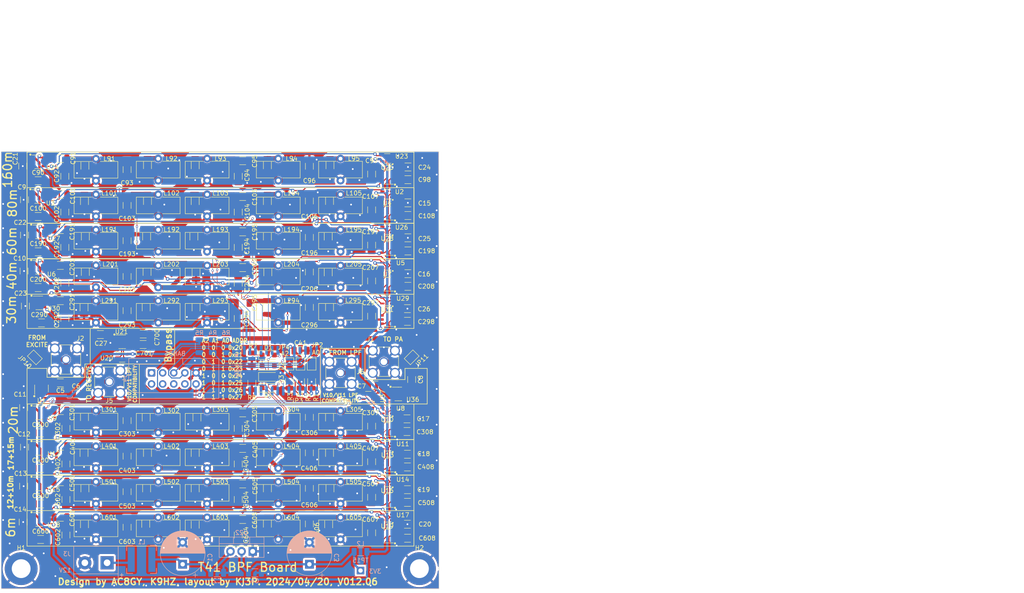
<source format=kicad_pcb>
(kicad_pcb (version 20240108) (generator "pcbnew") (generator_version "8.0")
  (layers (0 "F.Cu" signal) (31 "B.Cu" signal) (34 "B.Paste" user) (35 "F.Paste" user) (36 "B.SilkS" user "B.Silkscreen") (37 "F.SilkS" user "F.Silkscreen") (38 "B.Mask" user) (39 "F.Mask" user) (44 "Edge.Cuts" user))
  (net 0 "")
  (net 1 "+12V")
  (net 2 "GND")
  (net 3 "Net-(U22-VO)")
  (net 4 "Net-(J3-Pin_1)")
  (net 9 "/SDA2")
  (net 11 "/SCL2")
  (net 13 "+3V3")
  (net 14 "Net-(JP2-A)")
  (net 15 "Net-(JP3-A)")
  (net 16 "Net-(JP4-A)")
  (net 17 "Net-(U35-~{RESET})")
  (net 18 "/RFIN")
  (net 19 "/80m")
  (net 20 "/40m")
  (net 21 "/20m")
  (net 22 "/12{slash}10m")
  (net 23 "/6m")
  (net 24 "/NF")
  (net 25 "/~{80m}")
  (net 26 "/~{40m}")
  (net 27 "/~{20m}")
  (net 28 "/17{slash}15m")
  (net 29 "/~{12{slash}10m}")
  (net 30 "/~{6m}")
  (net 31 "/~{NF}")
  (net 32 "/RF62")
  (net 33 "/RF63")
  (net 34 "/RF64")
  (net 35 "/RF65")
  (net 36 "/RF66")
  (net 37 "/RFOUT")
  (net 38 "/RF2")
  (net 39 "/RF3")
  (net 40 "/RF4")
  (net 41 "/RF5")
  (net 42 "/RF6")
  (net 43 "/RF72")
  (net 44 "/RF73")
  (net 45 "/RF74")
  (net 46 "/RF75")
  (net 47 "/RF76")
  (net 48 "/RF12")
  (net 49 "/RF13")
  (net 50 "/RF14")
  (net 51 "/RF15")
  (net 52 "/RF16")
  (net 53 "/160m")
  (net 54 "/~{160m}")
  (net 55 "/60m")
  (net 56 "/~{60m}")
  (net 57 "/30m")
  (net 58 "/~{30m}")
  (net 59 "/~{17{slash}15m}")
  (net 60 "/17m")
  (net 61 "/RF82")
  (net 62 "/RF83")
  (net 63 "/RF84")
  (net 64 "/RF85")
  (net 65 "/RF86")
  (net 66 "/RF22")
  (net 68 "/RF23")
  (net 69 "/RF24")
  (net 71 "/RF25")
  (net 72 "/RF26")
  (net 75 "/15m")
  (net 80 "/RF32")
  (net 81 "/RF33")
  (net 82 "/RF34")
  (net 83 "/RF35")
  (net 84 "/RF36")
  (net 85 "/RF42")
  (net 86 "/RF43")
  (net 87 "/RF44")
  (net 88 "/RF45")
  (net 89 "/RF46")
  (net 90 "/RF52")
  (net 91 "/RF53")
  (net 92 "/RF54")
  (net 93 "/RF55")
  (net 94 "/RF56")
  (net 95 "/RRF60")
  (net 96 "/RRF68")
  (net 97 "/RRF0")
  (net 98 "/RRF8")
  (net 99 "/RRF70")
  (net 100 "/RRF78")
  (net 101 "/RRF10")
  (net 102 "/RRF18")
  (net 103 "/RRF80")
  (net 104 "/RRF88")
  (net 105 "/RRF20")
  (net 106 "/RRF28")
  (net 107 "/RRF30")
  (net 108 "/RRF38")
  (net 109 "/RRF40")
  (net 110 "/RRF48")
  (net 111 "/RRF50")
  (net 112 "/RRF58")
  (net 113 "/RRF100")
  (net 114 "/RRF61")
  (net 115 "/RRF67")
  (net 116 "/RRF1")
  (net 117 "/RRF7")
  (net 118 "/RRF71")
  (net 119 "/RRF77")
  (net 120 "/RRF11")
  (net 121 "/RRF17")
  (net 122 "/RRF81")
  (net 123 "/RRF87")
  (net 124 "/RRF21")
  (net 125 "/RRF27")
  (net 126 "/RRF31")
  (net 127 "/RRF37")
  (net 128 "/RRF41")
  (net 129 "/RRF47")
  (net 130 "/RRF51")
  (net 131 "/RRF57")
  (net 132 "/RRF101")
  (net 133 "/RXTX")
  (net 134 "/~{RXTX}")
  (net 135 "/12m")
  (net 136 "/10m")
  (net 137 "/RF90")
  (net 138 "/RRF90")
  (net 139 "/RF92")
  (net 140 "/RRF91")
  (net 141 "/RRF93")
  (net 142 "/RF93")
  (net 143 "/RRF92")
  (net 144 "/RF91")
  (net 145 "/RRF200")
  (net 146 "/RRF201")
  (net 147 "/RRF202")
  (net 148 "/RRF203")
  (net 149 "/RRF204")
  (net 150 "/RRF205")
  (net 151 "/RRF206")
  (net 152 "/RRF207")
  (net 153 "/RRF208")
  (net 154 "/RRF209")
  (net 155 "/RRF210")
  (net 156 "/RRF211")
  (net 157 "/RRF212")
  (net 158 "/RRF213")
  (net 159 "/RRF214")
  (net 160 "/RRF215")
  (net 161 "/RRF216")
  (net 162 "/RRF217")
  (net 163 "/RRF250")
  (footprint "T41_Library:SOT-SC70" (layer "F.Cu") (at 138.176 59.746757 180)
    (property "Reference" "U2")
    (property "Value" "SN74LVC1G04DCK")
  )
  (footprint "Capacitor_SMD:C_1206_3216Metric" (layer "F.Cu") (at 104.14 129.54 90)
    (property "Reference" "C504")
    (property "Value" "510 pF")
  )
  (footprint "Capacitor_SMD:C_1206_3216Metric" (layer "F.Cu") (at 105.156 76.510757 180)
    (property "Reference" "C205")
    (property "Value" "180 pF")
  )
  (footprint "Inductor_SMD:L_1206_3216Metric" (layer "F.Cu") (at 69.1 53.2 -90)
    (property "Reference" "L23" (hide yes))
    (property "Value" "L")
  )
  (footprint "Capacitor_SMD:C_1206_3216Metric" (layer "F.Cu") (at 118.364 95.504 180)
    (property "Reference" "C41")
    (property "Value" "0.1uF 50V")
  )
  (footprint "T41_Library:FT37-toroid-vertical" (layer "F.Cu") (at 127.508 111.76)
    (property "Reference" "L305")
    (property "Value" "220 nH")
  )
  (footprint "Capacitor_SMD:C_1206_3216Metric" (layer "F.Cu") (at 142.8 122.1)
    (property "Reference" "C408")
    (property "Value" "0.1uF 50V")
  )
  (footprint "Inductor_SMD:L_1206_3216Metric" (layer "F.Cu") (at 125 85.6 -90)
    (property "Reference" "L27" (hide yes))
    (property "Value" "L")
  )
  (footprint "Jumper:SolderJumper-2_P1.3mm_Open_TrianglePad1.0x1.5mm" (layer "F.Cu") (at 57.662652 97.032652 135)
    (property "Reference" "JP10")
    (property "Value" "SolderJumper_2_Open")
  )
  (footprint "Capacitor_SMD:C_1206_3216Metric" (layer "F.Cu") (at 142.7 111.1 180)
    (property "Reference" "C17")
    (property "Value" "0.1uF 50V")
  )
  (footprint "Capacitor_SMD:C_1206_3216Metric" (layer "F.Cu") (at 58.42 72.898)
    (property "Reference" "C190")
    (property "Value" "0.1uF 50V")
  )
  (footprint "T41_Library:MASWSS0179-SOT-26" (layer "F.Cu") (at 58.674 134.112)
    (property "Reference" "U18")
    (property "Value" "MASWSS0179")
  )
  (footprint "Capacitor_SMD:C_1206_3216Metric" (layer "F.Cu") (at 55.5 85.3 -90)
    (property "Reference" "C23")
    (property "Value" "0.1uF 50V")
  )
  (footprint "T41_Library:FT37-toroid-vertical" (layer "F.Cu") (at 97.028 119.888)
    (property "Reference" "L403")
    (property "Value" "82 nH")
  )
  (footprint "Capacitor_SMD:C_1206_3216Metric" (layer "F.Cu") (at 64.516 80.066757 90)
    (property "Reference" "C202")
    (property "Value" "1.2 nF")
  )
  (footprint "T41_Library:MASWSS0179-SOT-26" (layer "F.Cu") (at 138.176 113.538 180)
    (property "Reference" "U10")
    (property "Value" "MASWSS0179")
  )
  (footprint "Capacitor_SMD:C_1206_3216Metric" (layer "F.Cu") (at 82.4 94.1)
    (property "Reference" "C701")
    (property "Value" "0.1uF 50V")
  )
  (footprint "Inductor_SMD:L_1206_3216Metric" (layer "F.Cu") (at 68.9 118.9 -90)
    (property "Reference" "L12" (hide yes))
    (property "Value" "L")
  )
  (footprint "Capacitor_SMD:C_1206_3216Metric" (layer "F.Cu") (at 78.74 127.762 -90)
    (property "Reference" "C503")
    (property "Value" "43 pF")
  )
  (footprint "T41_Library:FT37-toroid-vertical" (layer "F.Cu") (at 85.852 119.888)
    (property "Reference" "L402")
    (property "Value" "1.2 uH")
  )
  (footprint "Capacitor_SMD:C_1206_3216Metric" (layer "F.Cu") (at 78.74 135.89 -90)
    (property "Reference" "C603")
    (property "Value" "13 pF")
  )
  (footprint "Inductor_SMD:L_1206_3216Metric" (layer "F.Cu") (at 124.7 69.4 -90)
    (property "Reference" "L24" (hide yes))
    (property "Value" "L")
  )
  (footprint "Capacitor_SMD:C_1206_3216Metric" (layer "F.Cu") (at 120.396 110.744 90)
    (property "Reference" "C306")
    (property "Value" "750 pF")
  )
  (footprint "Capacitor_SMD:C_1206_3216Metric" (layer "F.Cu") (at 55.3 61 90)
    (property "Reference" "C9")
    (property "Value" "0.1uF 50V")
  )
  (footprint "Inductor_SMD:L_1206_3216Metric" (layer "F.Cu") (at 110.9 118.9 90)
    (property "Reference" "L37" (hide yes))
    (property "Value" "L")
  )
  (footprint "Inductor_SMD:L_1206_3216Metric" (layer "F.Cu") (at 125.1 53.1 -90)
    (property "Reference" "L21" (hide yes))
    (property "Value" "L")
  )
  (footprint "T41_Library:FT37-toroid-vertical" (layer "F.Cu") (at 71.628 62.286757)
    (property "Reference" "L101")
    (property "Value" "1 uH")
  )
  (footprint "Capacitor_SMD:C_1206_3216Metric" (layer "F.Cu") (at 78.74 119.634 -90)
    (property "Reference" "C403")
    (property "Value" "51 pF")
  )
  (footprint "Inductor_SMD:L_1206_3216Metric" (layer "F.Cu") (at 124.8 135.2 -90)
    (property "Reference" "L20" (hide yes))
    (property "Value" "L")
  )
  (footprint "Capacitor_SMD:C_1206_3216Metric" (layer "F.Cu") (at 142.9 72.7)
    (property "Reference" "C198")
    (property "Value" "0.1uF 50V")
  )
  (footprint "T41_Library:FT37-toroid-vertical" (layer "F.Cu") (at 113.284 86.614)
    (property "Reference" "L294")
    (property "Value" "3.6 uH")
  )
  (footprint "Inductor_SMD:L_1206_3216Metric" (layer "F.Cu") (at 125 61.275 -90)
    (property "Reference" "L5" (hide yes))
    (property "Value" "L")
  )
  (footprint "Inductor_SMD:L_1206_3216Metric" (layer "F.Cu") (at 83.4 53.075 90)
    (property "Reference" "L42" (hide yes))
    (property "Value" "L")
  )
  (footprint "T41_Library:MASWSS0179-SOT-26" (layer "F.Cu") (at 138.176 55.88 180)
    (property "Reference" "U25")
    (property "Value" "MASWSS0179")
  )
  (footprint "T41_Library:SOT-SC70" (layer "F.Cu") (at 138.176 84.074 180)
    (property "Reference" "U29")
    (property "Value" "SN74LVC1G04DCK")
  )
  (footprint "Capacitor_SMD:C_1206_3216Metric" (layer "F.Cu") (at 63.5 67.818)
    (property "Reference" "C191")
    (property "Value" "0.1uF 50V")
  )
  (footprint "T41_Library:FT37-toroid-vertical" (layer "F.Cu") (at 113.284 111.76)
    (property "Reference" "L304")
    (property "Value" "2.2 uH")
  )
  (footprint "Connector_Coaxial:SMA_Amphenol_901-144_Vertical" (layer "F.Cu") (at 137.414 98.044)
    (property "Reference" "J1")
    (property "Value" "TO PA")
  )
  (footprint "Diode_SMD:D_SOD-123F" (layer "F.Cu") (at 111 104)
    (property "Reference" "D4")
    (property "Value" "BAS70H,115")
  )
  (footprint "Inductor_SMD:L_1206_3216Metric" (layer "F.Cu") (at 94.3 61.3 -90)
    (property "Reference" "L4" (hide yes))
    (property "Value" "L")
  )
  (footprint "T41_Library:FT37-toroid-vertical" (layer "F.Cu") (at 97.028 111.76)
    (property "Reference" "L303")
    (property "Value" "120 nH")
  )
  (footprint "Capacitor_SMD:C_1206_3216Metric" (layer "F.Cu") (at 59.182 89.154)
    (property "Reference" "C290")
    (property "Value" "0.1uF 50V")
  )
  (footprint "T41_Library:FT37-toroid-vertical" (layer "F.Cu") (at 127.508 62.286757)
    (property "Reference" "L105")
    (property "Value" "1 uH")
  )
  (footprint "Inductor_SMD:L_1206_3216Metric" (layer "F.Cu") (at 83.1 85.6 90)
    (property "Reference" "L46" (hide yes))
    (property "Value" "L")
  )
  (footprint "MountingHole:MountingHole_4.3mm_M4_DIN965_Pad" (layer "F.Cu") (at 54.538 145.36)
    (property "Reference" "H1")
    (property "Value" "~")
  )
  (footprint "Capacitor_SMD:C_1206_3216Metric" (layer "F.Cu") (at 67.056 105.41 180)
    (property "Reference" "C6")
    (property "Value" "0.1uF 50V")
  )
  (footprint "Inductor_SMD:L_1206_3216Metric" (layer "F.Cu") (at 69 110.7 -90)
    (property "Reference" "L9" (hide yes))
    (property "Value" "L")
  )
  (footprint "Capacitor_SMD:C_1206_3216Metric" (layer "F.Cu") (at 104.14 121.412 90)
    (property "Reference" "C404")
    (property "Value" "680 pF")
  )
  (footprint "T41_Library:FT37-toroid-vertical" (layer "F.Cu") (at 71.628 119.888)
    (property "Reference" "L401")
    (property "Value" "150 nH")
  )
  (footprint "T41_Library:MASWSS0179-SOT-26" (layer "F.Cu") (at 58.604 68.326)
    (property "Reference" "U27")
    (property "Value" "MASWSS0179")
  )
  (footprint "Capacitor_SMD:C_1206_3216Metric" (layer "F.Cu") (at 142.8 135.2 180)
    (property "Reference" "C20")
    (property "Value" "0.1uF 50V")
  )
  (footprint "T41_Library:FT37-toroid-vertical" (layer "F.Cu") (at 127.508 86.614)
    (property "Reference" "L295")
    (property "Value" "245 nH")
  )
  (footprint "Capacitor_SMD:C_1206_3216Metric" (layer "F.Cu") (at 135.382 103.378 180)
    (property "Reference" "C7")
    (property "Value" "0.1uF 50V")
  )
  (footprint "Inductor_SMD:L_1206_3216Metric" (layer "F.Cu") (at 83.2 127 90)
    (property "Reference" "L38" (hide yes))
    (property "Value" "L")
  )
  (footprint "T41_Library:SOT-SC70" (layer "F.Cu") (at 133.858 105.918 180)
    (property "Reference" "U37")
    (property "Value" "SN74LVC1G04DCK")
  )
  (footprint "Capacitor_SMD:C_1206_3216Metric" (layer "F.Cu") (at 120.396 69.596 -90)
    (property "Reference" "C196")
    (property "Value" "1.2 nF")
  )
  (footprint "T41_Library:FT37-toroid-vertical" (layer "F.Cu") (at 71.628 111.72)
    (property "Reference" "L301")
    (property "Value" "220 nH")
  )
  (footprint "Capacitor_SMD:C_1206_3216Metric" (layer "F.Cu") (at 55.3 69.075 -90)
    (property "Reference" "C22")
    (property "Value" "0.1uF 50V")
  )
  (footprint "Capacitor_SMD:C_1206_3216Metric" (layer "F.Cu") (at 64.77 113.284 90)
    (property "Reference" "C302")
    (property "Value" "750 pF")
  )
  (footprint "Jumper:SolderJumper-2_P1.3mm_Open_TrianglePad1.0x1.5mm" (layer "F.Cu") (at 118.364 98.552 90)
    (property "Reference" "JP3")
    (property "Value" "SolderJumper_2_Open")
  )
  (footprint "Capacitor_SMD:C_1206_3216Metric" (layer "F.Cu") (at 58.42 56.642)
    (property "Reference" "C90")
    (property "Value" "0.1uF 50V")
  )
  (footprint "Capacitor_SMD:C_1206_3216Metric" (layer "F.Cu") (at 55.1 108.525 90)
    (property "Reference" "C11")
    (property "Value" "0.1uF 50V")
  )
  (footprint "Capacitor_SMD:C_1206_3216Metric" (layer "F.Cu") (at 64.516 71.882 90)
    (property "Reference" "C192")
    (property "Value" "1.2 nF")
  )
  (footprint "Capacitor_SMD:C_1206_3216Metric" (layer "F.Cu") (at 142.9 56.4)
    (property "Reference" "C98")
    (property "Value" "0.1uF 50V")
  )
  (footprint "Capacitor_SMD:C_1206_3216Metric" (layer "F.Cu") (at 142.9 61.7 180)
    (property "Reference" "C15")
    (property "Value" "0.1uF 50V")
  )
  (footprint "Capacitor_SMD:C_1206_3216Metric" (layer "F.Cu") (at 134.62 120.904 -90)
    (property "Reference" "C407")
    (property "Value" "0.1uF 50V")
  )
  (footprint "Inductor_SMD:L_1206_3216Metric" (layer "F.Cu") (at 125.1 127 -90)
    (property "Reference" "L17" (hide yes))
    (property "Value" "L")
  )
  (footprint "Capacitor_SMD:C_1206_3216Metric" (layer "F.Cu") (at 64.516 88.138 90)
    (property "Reference" "C292")
    (property "Value" "1.0 nF")
  )
  (footprint "Inductor_SMD:L_1206_3216Metric" (layer "F.Cu") (at 94.3 118.9 -90)
    (property "Reference" "L13" (hide yes))
    (property "Value" "L")
  )
  (footprint "Capacitor_SMD:C_1206_3216Metric" (layer "F.Cu") (at 78.74 86.36 -90)
    (property "Reference" "C293")
    (property "Value" "68 pF")
  )
  (footprint "T41_Library:MASWSS0179-SOT-26" (layer "F.Cu") (at 58.42 52.324)
    (property "Reference" "U24")
    (property "Value" "MASWSS0179")
  )
  (footprint "Capacitor_SMD:C_1206_3216Metric" (layer "F.Cu") (at 142.825 138.4)
    (property "Reference" "C608")
    (property "Value" "0.1uF 50V")
  )
  (footprint "Capacitor_SMD:C_1206_3216Metric" (layer "F.Cu") (at 78.74 78.542757 -90)
    (property "Reference" "C203")
    (property "Value" "180 pF")
  )
  (footprint "Inductor_SMD:L_1206_3216Metric" (layer "F.Cu") (at 69 61.3 -90)
    (property "Reference" "L3" (hide yes))
    (property "Value" "L")
  )
  (footprint "Capacitor_SMD:C_1206_3216Metric" (layer "F.Cu") (at 58.928 122.428)
    (property "Reference" "C400")
    (property "Value" "0.1uF 50V")
  )
  (footprint "Inductor_SMD:L_1206_3216Metric" (layer "F.Cu") (at 69 135.2 -90)
    (property "Reference" "L18" (hide yes))
    (property "Value" "L")
  )
  (footprint "Inductor_SMD:L_1206_3216Metric" (layer "F.Cu") (at 110.7 85.6 90)
    (property "Reference" "L47" (hide yes))
    (property "Value" "L")
  )
  (footprint "Capacitor_SMD:C_1206_3216Metric" (layer "F.Cu") (at 105.156 52.07 180)
    (property "Reference" "C95")
    (property "Value" "580 pF")
  )
  (footprint "Capacitor_SMD:C_1206_3216Metric" (layer "F.Cu") (at 58.42 64.826757)
    (property "Reference" "C100")
    (property "Value" "0.1uF 50V")
  )
  (footprint "Capacitor_SMD:C_1206_3216Metric" (layer "F.Cu") (at 142.8 85.9 180)
    (property "Reference" "C26")
    (property "Value" "0.1uF 50V")
  )
  (footprint "Capacitor_SMD:C_1206_3216Metric" (layer "F.Cu") (at 142.7 114)
    (property "Reference" "C308")
    (property "Value" "0.1uF 50V")
  )
  (footprint "Capacitor_SMD:C_1206_3216Metric" (layer "F.Cu") (at 64.77 137.668 90)
    (property "Reference" "C602")
    (property "Value" "240 pF")
  )
  (footprint "Diode_SMD:D_SOD-123F" (layer "F.Cu") (at 110.998 101.5)
    (property "Reference" "D3")
    (property "Value" "BAS70H,115")
  )
  (footprint "Capacitor_SMD:C_1206_3216Metric" (layer "F.Cu") (at 55.1 126.5 90)
    (property "Reference" "C13")
    (property "Value" "0.1uF 50V")
  )
  (footprint "Capacitor_SMD:C_1206_3216Metric" (layer "F.Cu") (at 64.516 63.810757 90)
    (property "Reference" "C102")
    (property "Value" "1.8 nF")
  )
  (footprint "Capacitor_SMD:C_1206_3216Metric" (layer "F.Cu") (at 78.74 111.506 -90)
    (property "Reference" "C303")
    (property "Value" "75 pF")
  )
  (footprint "Capacitor_SMD:C_1206_3216Metric" (layer "F.Cu") (at 63.5 59.746757)
    (property "Reference" "C101")
    (property "Value" "0.1uF 50V")
  )
  (footprint "Capacitor_SMD:C_1206_3216Metric" (layer "F.Cu") (at 120.396 135.128 90)
    (property "Reference" "C606")
    (property "Value" "240 pF")
  )
  (footprint "T41_Library:MASWSS0179-SOT-26" (layer "F.Cu") (at 138.176 137.922 180)
    (property "Reference" "U19")
    (property "Value" "MASWSS0179")
  )
  (footprint "Inductor_SMD:L_1206_3216Metric" (layer "F.Cu") (at 94.3 53.1 -90)
    (property "Reference" "L22" (hide yes))
    (property "Value" "L")
  )
  (footprint "T41_Library:FT37-toroid-vertical" (layer "F.Cu") (at 97.028 128.016)
    (property "Reference" "L503")
    (property "Value" "82 nH")
  )
  (footprint "Capacitor_SMD:C_1206_3216Metric" (layer "F.Cu") (at 120.396 61.270757 -90)
    (property "Reference" "C106")
    (property "Value" "1.8 nF")
  )
  (footprint "Capacitor_SMD:C_1206_3216Metric" (layer "F.Cu") (at 142.8 119.2 180)
    (property "Reference" "C18")
    (property "Value" "0.1uF 50V")
  )
  (footprint "Inductor_SMD:L_1206_3216Metric" (layer "F.Cu") (at 94.7 110.8 -90)
    (property "Reference" "L10" (hide yes))
    (property "Value" "L")
  )
  (footprint "Inductor_SMD:L_1206_3216Metric" (layer "F.Cu") (at 69.2 69.4 -90)
    (property "Reference" "L26" (hide yes))
    (property "Value" "L")
  )
  (footprint "Capacitor_SMD:C_1206_3216Metric" (layer "F.Cu") (at 55.3 117.575 90)
    (property "Reference" "C12")
    (property "Value" "0.1uF 50V")
  )
  (footprint "T41_Library:FT37-toroid-vertical" (layer "F.Cu") (at 127.508 70.358)
    (property "Reference" "L195")
    (property "Value" "840 nH")
  )
  (footprint "T41_Library:FT37-toroid-vertical" (layer "F.Cu") (at 85.852 70.358)
    (property "Reference" "L192")
    (property "Value" "5.2 uH")
  )
  (footprint "T41_Library:FT37-toroid-vertical" (layer "F.Cu") (at 97.028 62.286757)
    (property "Reference" "L103")
    (property "Value" "560 nH")
  )
  (footprint "Capacitor_SMD:C_1206_3216Metric" (layer "F.Cu") (at 134.62 112.776 -90)
    (property "Reference" "C307")
    (property "Value" "0.1uF 50V")
  )
  (footprint "Capacitor_SMD:C_1206_3216Metric" (layer "F.Cu") (at 104.14 55.626 90)
    (property "Reference" "C94")
    (property "Value" "5.7 nF")
  )
  (footprint "Inductor_SMD:L_1206_3216Metric" (layer "F.Cu") (at 83.1 110.8 90)
    (property "Reference" "L34" (hide yes))
    (property "Value" "L")
  )
  (footprint "T41_Library:MASWSS0179-SOT-26" (layer "F.Cu") (at 138.176 88.392 180)
    (property "Reference" "U31")
    (property "Value" "MASWSS0179")
  )
  (footprint "T41_Library:SOT-SC70" (layer "F.Cu") (at 138.176 67.818 180)
    (property "Reference" "U26")
    (property "Value" "SN74LVC1G04DCK")
  )
  (footprint "Capacitor_SMD:C_1206_3216Metric" (layer "F.Cu") (at 120.396 127 90)
    (property "Reference" "C506")
    (property "Value" "300 pF")
  )
  (footprint "Capacitor_SMD:C_1206_3216Metric" (layer "F.Cu") (at 58.977 130.556)
    (property "Reference" "C500")
    (property "Value" "0.1uF 50V")
  )
  (footprint "Resistor_SMD:R_1206_3216Metric" (layer "F.Cu") (at 120.904 102.616 90)
    (property "Reference" "R1")
    (property "Value" "2k2")
  )
  (footprint "Capacitor_SMD:C_1206_3216Metric" (layer "F.Cu") (at 143.764 102.108 90)
    (property "Reference" "C8")
    (property "Value" "0.1uF 50V")
  )
  (footprint "Capacitor_SMD:C_1206_3216Metric" (layer "F.Cu") (at 58.977 138.684)
    (property "Reference" "C600")
    (property "Value" "0.1uF 50V")
  )
  (footprint "T41_Library:SOT-SC70" (layer "F.Cu") (at 138.176 125.476 180)
    (property "Reference" "U14")
    (property "Value" "SN74LVC1G04DCK")
  )
  (footprint "T41_Library:MASWSS0179-SOT-26" (layer "F.Cu") (at 140.716 105.41)
    (property "Reference" "U36")
    (property "Value" "MASWSS0179")
  )
  (footprint "T41_Library:MASWSS0179-SOT-26" (layer "F.Cu") (at 58.674 117.856)
    (property "Reference" "U12")
    (property "Value" "MASWSS0179")
  )
  (footprint "Capacitor_SMD:C_1206_3216Metric" (layer "F.Cu") (at 54.9 53.3 -90)
    (property "Reference" "C21")
    (property "Value" "0.1uF 50V")
  )
  (footprint "Capacitor_SMD:C_1206_3216Metric" (layer "F.Cu") (at 72.644 91.821 180)
    (property "Reference" "C27")
    (property "Value" "0.1uF 50V")
  )
  (footprint "Inductor_SMD:L_1206_3216Metric" (layer "F.Cu") (at 83.4 118.9 90)
    (property "Reference" "L36" (hide yes))
    (property "Value" "L")
  )
  (footprint "T41_Library:SOT-SC70" (layer "F.Cu") (at 77.62 97.028016)
    (property "Reference" "U20")
    (property "Value" "SN74LVC1G04DCK")
  )
  (footprint "Capacitor_SMD:C_1206_3216Metric" (layer "F.Cu") (at 58.42 81.082757)
    (property "Reference" "C200")
    (property "Value" "0.1uF 50V")
  )
  (footprint "Inductor_SMD:L_1206_3216Metric" (layer "F.Cu") (at 125 110.8 -90)
    (property "Reference" "L11" (hide yes))
    (property "Value" "L")
  )
  (footprint "Capacitor_SMD:C_1206_3216Metric" (layer "F.Cu") (at 55.2 77.3 90)
    (property "Reference" "C10")
    (property "Value" "0.1uF 50V")
  )
  (footprint "Capacitor_SMD:C_1206_3216Metric" (layer "F.Cu") (at 78.74 62.286757 -90)
    (property "Reference" "C103")
    (property "Value" "300 pF")
  )
  (footprint "Capacitor_SMD:C_1206_3216Metric" (layer "F.Cu") (at 105.156 117.856 180)
    (property "Reference" "C405")
    (property "Value" "51 pF")
  )
  (footprint "T41_Library:MASWSS0179-SOT-26" (layer "F.Cu") (at 58.674 109.728)
    (property "Reference" "U9")
    (property "Value" "MASWSS0179")
  )
  (footprint "T41_Library:FT37-toroid-vertical" (layer "F.Cu") (at 113.284 128.016)
    (property "Reference" "L504")
    (property "Value" "820 nH")
  )
  (footprint "Capacitor_SMD:C_1206_3216Metric" (layer "F.Cu") (at 64.77 129.54 90)
    (property "Reference" "C502")
    (property "Value" "300 pF")
  )
  (footprint "T41_Library:MASWSS0179-SOT-26" (layer "F.Cu") (at 77.62 93.472016)
    (property "Reference" "U21")
    (property "Value" "MASWSS0179")
  )
  (footprint "Capacitor_SMD:C_1206_3216Metric" (layer "F.Cu") (at 105.156 134.112 180)
    (property "Reference" "C605")
    (property "Value" "13 pF")
  )
  (footprint "Capacitor_SMD:C_1206_3216Metric" (layer "F.Cu") (at 104.14 88.138 90)
    (property "Reference" "C294")
    (property "Value" "1.9 nF")
  )
  (footprint "T41_Library:FT37-toroid-vertical" (layer "F.Cu") (at 97.028 78.542757)
    (property "Reference" "L203")
    (property "Value" "330 nH")
  )
  (footprint "Capacitor_SMD:C_1206_3216Metric" (layer "F.Cu") (at 104.14 63.810757 90)
    (property "Reference" "C104")
    (property "Value" "3 nF")
  )
  (footprint "T41_Library:MASWSS0179-SOT-26" (layer "F.Cu") (at 138.176 80.320757 180)
    (property "Reference" "U7")
    (property "Value" "MASWSS0179")
  )
  (footprint "Capacitor_SMD:C_1206_3216Metric" (layer "F.Cu") (at 134.62 87.63 -90)
    (property "Reference" "C297")
    (property "Value" "0.1uF 50V")
  )
  (footprint "Connector_Coaxial:SMA_Amphenol_901-144_Vertical" (layer "F.Cu") (at 127.508 100.584)
    (property "Reference" "J6")
    (property "Value" "FROM LPF")
  )
  (footprint "Capacitor_SMD:C_1206_3216Metric" (layer "F.Cu") (at 63.5 125.476)
    (property "Reference" "C501")
    (property "Value" "0.1uF 50V")
  )
  (footprint "Inductor_SMD:L_1206_3216Metric" (layer "F.Cu") (at 125 118.9 -90)
    (property "Reference" "L14" (hide yes))
    (property "Value" "L")
  )
  (footprint "T41_Library:MASWSS0179-SOT-26" (layer "F.Cu") (at 138.246 121.666 180)
    (property "Reference" "U13")
    (property "Value" "MASWSS0179")
  )
  (footprint "Capacitor_SMD:C_1206_3216Metric" (layer "F.Cu") (at 142.925 53.5 180)
    (property "Reference" "C24")
    (property "Value" "0.1uF 50V")
  )
  (footprint "Capacitor_SMD:C_1206_3216Metric" (layer "F.Cu") (at 120.396 85.598 -90)
    (property "Reference" "C296")
    (property "Value" "1.0 nF")
  )
  (footprint "Capacitor_SMD:C_1206_3216Metric" (layer "F.Cu") (at 142.8 88.8)
    (property "Reference" "C298")
    (property "Value" "0.1uF 50V")
  )
  (footprint "Capacitor_SMD:C_1206_3216Metric" (layer "F.Cu") (at 63.5 84.074)
    (property "Reference" "C291")
    (property "Value" "0.1uF 50V")
  )
  (footprint "Capacitor_SMD:C_1206_3216Metric" (layer "F.Cu") (at 105.156 60.254757 180)
    (property "Reference" "C105")
    (property "Value" "300 pF")
  )
  (footprint "Inductor_SMD:L_1206_3216Metric" (layer "F.Cu") (at 110.9 77.575 90)
    (property "Reference" "L33" (hide yes))
    (property "Value" "L")
  )
  (footprint "Capacitor_SMD:C_1206_3216Metric" (layer "F.Cu") (at 104.14 137.668 90)
    (property "Reference" "C604")
    (property "Value" "380 pF")
  )
  (footprint "T41_Library:FT37-toroid-vertical" (layer "F.Cu") (at 97.028 86.614)
    (property "Reference" "L293")
    (property "Value" "132 nH")
  )
  (footprint "T41_Library:FT37-toroid-vertical" (layer "F.Cu") (at 127.508 136.144)
    (property "Reference" "L605")
    (property "Value" "39 nH")
  )
  (footprint "T41_Library:SOT-SC70" (layer "F.Cu") (at 138.176 76.002757 180)
    (property "Reference" "U5")
    (property "Value" "SN74LVC1G04DCK")
  )
  (footprint "T41_Library:MASWSS0179-SOT-26" (layer "F.Cu") (at 138.176 64.064757 180)
    (property "Reference" "U4")
    (property "Value" "MASWSS0179")
  )
  (footprint "Capacitor_SMD:C_1206_3216Metric" (layer "F.Cu") (at 142.8 130.2)
    (property "Reference" "C508")
    (property "Value" "0.1uF 50V")
  )
  (footprint "Capacitor_SMD:C_1206_3216Metric" (layer "F.Cu") (at 134.62 129.032 -90)
    (property "Reference" "C507")
    (property "Value" "0.1uF 50V")
  )
  (footprint "Jumper:SolderJumper-2_P1.3mm_Open_TrianglePad1.0x1.5mm" (layer "F.Cu") (at 143.759348 97.032652 45)
    (property "Reference" "JP11")
    (property "Value" "SolderJumper_2_Open")
  )
  (footprint "T41_Library:FT37-toroid-vertical" (layer "F.Cu") (at 85.852 111.76)
    (property "Reference" "L302")
    (property "Value" "2.2 uH")
  )
  (footprint "Inductor_SMD:L_1206_3216Metric" (layer "F.Cu") (at 94.3 127 -90)
    (property "Reference" "L16" (hide yes))
    (property "Value" "L")
  )
  (footprint "T41_Library:MASWSS0179-SOT-26" (layer "F.Cu") (at 58.604 76.444757)
    (property "Reference" "U6")
    (property "Value" "MASWSS0179")
  )
  (footprint "T41_Library:FT37-toroid-vertical" (layer "F.Cu") (at 71.628 136.144)
    (property "Reference" "L601")
    (property "Value" "39 nH")
  )
  (footprint "Inductor_SMD:L_1206_3216Metric" (layer "F.Cu") (at 94.5 85.6 -90)
    (property "Reference" "L28" (hide yes))
    (property "Value" "L")
  )
  (footprint "T41_Library:FT37-toroid-vertical" (layer "F.Cu") (at 71.628 70.358)
    (property "Reference" "L191")
    (property "Value" "840 nH")
  )
  (footprint "Inductor_SMD:L_1206_3216Metric" (layer "F.Cu") (at 94.5 77.6 -90)
    (property "Reference" "L7" (hide yes))
    (property "Value" "L")
  )
  (footprint "Capacitor_SMD:C_1206_3216Metric" (layer "F.Cu") (at 104.14 113.284 90)
    (property "Reference" "C304")
    (property "Value" "1.3 nF")
  )
  (footprint "Capacitor_SMD:C_1206_3216Metric" (layer "F.Cu") (at 142.9 80.8)
    (property "Reference" "C208")
    (property "Value" "0.1uF 50V")
  )
  (footprint "T41_Library:SOT-SC70" (layer "F.Cu") (at 138.176 133.604 180)
    (property "Reference" "U17")
    (property "Value" "SN74LVC1G04DCK")
  )
  (footprint "Capacitor_SMD:C_1206_3216Metric" (layer "F.Cu") (at 120.396 118.872 90)
    (property "Reference" "C406")
    (property "Value" "390 pF")
  )
  (footprint "Capacitor_SMD:C_1206_3216Metric" (layer "F.Cu") (at 63.5 109.22)
    (property "Reference" "C301")
    (property "Value" "0.1uF 50V")
  )
  (footprint "Inductor_SMD:L_1206_3216Metric" (layer "F.Cu") (at 110.8 61.3 90)
    (property "Reference" "L31" (hide yes))
    (property "Value" "L")
  )
  (footprint "Capacitor_SMD:C_1206_3216Metric" (layer "F.Cu") (at 64.516 55.626 90)
    (property "Reference" "C92")
    (property "Value" "3.1 nF")
  )
  (footprint "Inductor_SMD:L_1206_3216Metric" (layer "F.Cu") (at 69.2 77.5 -90)
    (property "Reference" "L6" (hide yes))
    (property "Value" "L")
  )
  (footprint "T41_Library:SOT-SC70" (layer "F.Cu") (at 138.176 109.22 180)
    (property "Reference" "U8")
    (property "Value" "SN74LVC1G04DCK")
  )
  (footprint "T41_Library:FT37-toroid-vertical" (layer "F.Cu") (at 127.508 119.888)
    (property "Reference" "L405")
    (property "Value" "150 nH")
  )
  (footprint "Resistor_SMD:R_1206_3216Metric" (layer "F.Cu") (at 107.25 103 90)
    (property "Reference" "R8")
    (property "Value" "2k2")
  )
  (footprint "Capacitor_SMD:C_1206_3216Metric" (layer "F.Cu") (at 63.5 76.002757)
    (property "Reference" "C201")
    (property "Value" "0.1uF 50V")
  )
  (footprint "Inductor_SMD:L_1206_3216Metric" (layer "F.Cu") (at 83.2 69.4 90)
    (property "Reference" "L44" (hide yes))
    (property "Value" "L")
  )
  (footprint "Inductor_SMD:L_1206_3216Metric" (layer "F.Cu") (at 110.8 127 90)
    (property "Reference" "L39" (hide yes))
    (property "Value" "L")
  )
  (footprint "Capacitor_SMD:C_1206_3216Metric" (layer "F.Cu") (at 142.9 77.9 180)
    (property "Reference" "C16")
    (property "Value" "0.1uF 50V")
  )
  (footprint "Capacitor_SMD:C_1206_3216Metric" (layer "F.Cu") (at 64.77 121.412 90)
    (property "Reference" "C402")
    (property "Value" "390 pF")
  )
  (footprint "T41_Library:FT37-toroid-vertical" (layer "F.Cu") (at 113.284 78.542757)
    (property "Reference" "L204")
    (property "Value" "3.9 uH")
  )
  (footprint "Inductor_SMD:L_1206_3216Metric" (layer "F.Cu") (at 83.3 77.5 90)
    (property "Reference" "L32" (hide yes))
    (property "Value" "L")
  )
  (footprint "Jumper:SolderJumper-2_P1.3mm_Open_TrianglePad1.0x1.5mm" (layer "F.Cu") (at 115.824 98.552 90)
    (property "Reference" "JP4")
    (property "Value" "SolderJumper_2_Open")
  )
  (footprint "Inductor_SMD:L_1206_3216Metric" (layer "F.Cu") (at 110.9 110.7 90)
    (property "Reference" "L35" (hide yes))
    (property "Value" "L")
  )
  (footprint "Capacitor_SMD:C_1206_3216Metric" (layer "F.Cu") (at 78.74 70.358 -90)
    (property "Reference" "C193")
    (property "Value" "195 pF")
  )
  (footprint "Inductor_SMD:L_1206_3216Metric" (layer "F.Cu") (at 110.8 135.075 90)
    (property "Reference" "L41" (hide yes))
    (property "Value" "L")
  )
  (footprint "Capacitor_SMD:C_1206_3216Metric" (layer "F.Cu") (at 134.62 63.302757 -90)
    (property "Reference" "C107")
    (property "Value" "0.1uF 50V")
  )
  (footprint "Diode_SMD:D_SOD-123F" (layer "F.Cu") (at 110.998 96.5)
    (property "Reference" "D1")
    (property "Value" "BAS70H,115")
  )
  (footprint "T41_Library:FT37-toroid-vertical" (layer "F.Cu") (at 113.284 70.358)
    (property "Reference" "L194")
    (property "Value" "5.2 uH")
  )
  (footprint "Capacitor_SMD:C_1206_3216Metric" (layer "F.Cu") (at 134.62 79.558757 -90)
    (property "Reference" "C207")
    (property "Value" "0.1uF 50V")
  )
  (footprint "Capacitor_SMD:C_1206_3216Metric" (layer "F.Cu") (at 105.156 125.984 180)
    (property "Reference" "C505")
    (property "Value" "43 pF")
  )
  (footprint "T41_Library:MASWSS0179-SOT-26" (layer "F.Cu") (at 58.42 60.254757)
    (property "Reference" "U3")
    (property "Value" "MASWSS0179")
  )
  (footprint "T41_Library:FT37-toroid-vertical" (layer "F.Cu") (at 113.284 119.888)
    (property "Reference" "L404")
    (property "Value" "1.2 uH")
  )
  (footprint "Connector_Coaxial:SMA_Amphenol_901-144_Vertical" (layer "F.Cu") (at 64.77 97.536)
    (property "Reference" "J2")
    (property "Value" "FROM EXCITE")
  )
  (footprint "Capacitor_SMD:C_1206_3216Metric" (layer "F.Cu") (at 63.5 51.562)
    (property "Reference" "C91")
    (property "Value" "0.1uF 50V")
  )
  (footprint "Resistor_SMD:R_1206_3216Metric" (layer "F.Cu") (at 115.824 102.616 90)
    (property "Reference" "R3")
    (property "Value" "2k2")
  )
  (footprint "Capacitor_SMD:C_1206_3216Metric" (layer "F.Cu") (at 63.5 102.87 180)
    (property "Reference" "C5")
    (property "Value" "0.1uF 50V")
  )
  (footprint "T41_Library:FT37-toroid-vertical" (layer "F.Cu") (at 85.852 86.614)
    (property "Reference" "L292")
    (property "Value" "3.6 uH")
  )
  (footprint "Capacitor_SMD:C_1206_3216Metric" (layer "F.Cu") (at 134.62 71.374 -90)
    (property "Reference" "C197")
    (property "Value" "0.1uF 50V")
  )
  (footprint "Jumper:SolderJumper-2_P1.3mm_Open_TrianglePad1.0x1.5mm" (layer "F.Cu") (at 120.904 98.552 90)
    (property "Reference" "JP2")
    (property "Value" "SolderJumper_2_Open")
  )
  (footprint "Capacitor_SMD:C_1206_3216Metric" (layer "F.Cu") (at 120.396 77.526757 -90)
    (property "Reference" "C206")
    (property "Value" "1.2 nF")
  )
  (footprint "T41_Library:FT37-toroid-vertical" (layer "F.Cu") (at 85.852 54.102)
    (property "Reference" "L92")
    (property "Value" "11 uH")
  )
  (footprint "Capacitor_SMD:C_1206_3216Metric" (layer "F.Cu") (at 105.156 109.728 180)
    (property "Reference" "C305")
    (property "Value" "75 pF")
  )
  (footprint "T41_Library:FT37-toroid-vertical" (layer "F.Cu") (at 71.628 54.142)
    (property "Reference" "L91")
    (property "Value" "2 uH")
  )
  (footprint "T41_Library:FT37-toroid-vertical" (layer "F.Cu") (at 127.508 78.542757)
    (property "Reference" "L205")
    (property "Value" "560 nH")
  )
  (footprint "Capacitor_SMD:C_1206_3216Metric" (layer "F.Cu") (at 120.396 53.34 -90)
    (property "Reference" "C96")
    (property "Value" "3.1 nF")
  )
  (footprint "T41_Library:MASWSS0179-SOT-26" (layer "F.Cu") (at 58.674 125.984)
    (property "Reference" "U15")
    (property "Value" "MASWSS0179")
  )
  (footprint "Capacitor_SMD:C_1206_3216Metric" (layer "F.Cu") (at 134.62 55.118 -90)
    (property "Reference" "C97")
    (property "Value" "0.1uF 50V")
  )
  (footprint "Capacitor_SMD:C_1206_3216Metric" (layer "F.Cu") (at 105.156 68.326 180)
    (property "Reference" "C195")
    (property "Value" "195 pF")
  )
  (footprint "T41_Library:FT37-toroid-vertical" (layer "F.Cu") (at 97.028 54.102)
    (property "Reference" "L93")
    (property "Value" "1 uH")
  )
  (footprint "Capacitor_SMD:C_1206_3216Metric" (layer "F.Cu") (at 142.9 64.6)
    (property "Reference" "C108")
    (property "Value" "0.1uF 50V")
  )
  (footprint "Inductor_SMD:L_1206_3216Metric" (layer "F.Cu") (at 83 135.1 90)
    (property "Reference" "L40" (hide yes))
    (property "Value" "L")
  )
  (footprint "MountingHole:MountingHole_4.3mm_M4_DIN965_Pad" (layer "F.Cu") (at 145.538 145.36)
    (property "Reference" "H2")
    (property "Value" "~")
  )
  (footprint "T41_Library:MASWSS0179-SOT-26" (layer "F.Cu") (at 59.182 104.14 90)
    (property "Reference" "U1")
    (property "Value" "MASWSS0179")
  )
  (footprint "Inductor_SMD:L_1206_3216Metric" (layer "F.Cu") (at 110.8 53.1 90)
    (property "Reference" "L43" (hide yes))
    (property "Value" "L")
  )
  (footprint "T41_Library:FT37-toroid-vertical" (layer "F.Cu") (at 97.028 70.358)
    (property "Reference" "L193")
    (property "Value" "400 nH")
  )
  (footprint "T41_Library:FT37-toroid-vertical" (layer "F.Cu") (at 113.284 136.144)
    (property "Reference" "L604")
    (property "Value" "720 nH")
  )
  (footprint "Capacitor_SMD:C_1206_3216Metric" (layer "F.Cu") (at 105.156 84.582 180)
    (property "Reference" "C295")
    (property "Value" "68 pF")
  )
  (footprint "T41_Library:FT37-toroid-vertical" (layer "F.Cu") (at 113.284 54.102)
    (property "Reference" "L94")
    (property "Value" "11 uH")
  )
  (footprint "T41_Library:FT37-toroid-vertical" (layer "F.Cu") (at 85.852 62.286757)
    (property "Reference" "L102")
    (property "Value" "5.6 uH")
  )
  (footprint "Inductor_SMD:L_1206_3216Metric" (layer "F.Cu") (at 94.3 135.3 -90)
    (property "Reference" "L19" (hide yes))
    (property "Value" "L")
  )
  (footprint "Capacitor_SMD:C_1206_3216Metric" (layer "F.Cu") (at 63.5 133.604)
    (property "Reference" "C601")
    (property "Value" "0.1uF 50V")
  )
  (footprint "Inductor_SMD:L_1206_3216Metric" (layer "F.Cu") (at 83.4 61.275 90)
    (property "Reference" "L30" (hide yes))
    (property "Value" "L")
  )
  (footprint "Resistor_SMD:R_1206_3216Metric" (layer "F.Cu") (at 118.364 102.616 90)
    (property "Reference" "R2")
    (property "Value" "2k2")
  )
  (footprint "Capacitor_SMD:C_1206_3216Metric" (layer "F.Cu") (at 82.423 91.694 180)
    (property "Reference" "C700")
    (property "Value" "0.1uF 50V")
  )
  (footprint "Capacitor_SMD:C_1206_3216Metric" (layer "F.Cu") (at 55 134.7 90)
    (property "Reference" "C14")
    (property "Value" "0.1uF 50V")
  )
  (footprint "Inductor_SMD:L_1206_3216Metric" (layer "F.Cu") (at 124.7 77.6 -90)
    (property "Reference" "L8" (hide yes))
    (property "Value" "L")
  )
  (footprint "T41_Library:FT37-toroid-vertical" (layer "F.Cu") (at 85.852 128.016)
    (property "Reference" "L502")
    (property "Value" "820 nH")
  )
  (footprint "T41_Library:FT37-toroid-vertical" (layer "F.Cu") (at 97.028 136.144)
    (property "Reference" "L603")
    (property "Value" "24 nH")
  )
  (footprint "Capacitor_SMD:C_1206_3216Metric" (layer "F.Cu") (at 63.5 117.348)
    (property "Reference" "C401")
    (property "Value" "0.1uF 50V")
  )
  (footprint "Inductor_SMD:L_1206_3216Metric" (layer "F.Cu") (at 68.9 85.6 -90)
    (property "Reference" "L29" (hide yes))
    (property "Value" "L")
  )
  (footprint "T41_Library:FT37-toroid-vertical" (layer "F.Cu") (at 85.852 78.542757)
    (property "Reference" "L202")
    (property "Value" "3.9 uH")
  )
  (footprint "Inductor_SMD:L_1206_3216Metric" (layer "F.Cu") (at 94 69.4 -90)
    (property "Reference" "L25" (hide yes))
    (property "Value" "L")
  )
  (footprint "T41_Library:FT37-toroid-vertical" (layer "F.Cu") (at 113.284 62.286757)
    (property "Reference" "L104")
    (property "Value" "5.6 uH")
  )
  (footprint "T41_Library:FT37-toroid-vertical" (layer "F.Cu") (at 127.508 54.102)
    (property "Reference" "L95")
    (property "Value" "2 uH")
  )
  (footprint "Inductor_SMD:L_1206_3216Metric" (layer "F.Cu") (at 110.8 69.4 90)
    (property "Reference" "L45" (hide yes))
    (property "Value" "L")
  )
  (footprint "T41_Library:FT37-toroid-vertical" (layer "F.Cu") (at 71.628 78.502757)
    (property "Reference" "L201")
    (property "Value" "560 nH")
  )
  (footprint "Capacitor_SMD:C_1206_3216Metric" (layer "F.Cu") (at 142.8 127.3 180)
    (property "Reference" "C19")
    (property "Value" "0.1uF 50V")
  )
  (footprint "T41_Library:FT37-toroid-vertical" (layer "F.Cu") (at 85.852 136.144)
    (property "Reference" "L602")
    (property "Value" "720 nH")
  )
  (footprint "Capacitor_SMD:C_1206_3216Metric" (layer "F.Cu") (at 78.74 54.102 -90)
    (property "Reference" "C93")
    (property "Value" "580 pF")
  )
  (footprint "Connector_Coaxial:SMA_Amphenol_901-144_Vertical" (layer "F.Cu") (at 74.676 102.616)
    (property "Reference" "J5")
    (property "Value" "TO RECEIVE")
  )
  (footprint "Capacitor_SMD:C_1206_3216Metric" (layer "F.Cu") (at 142.9 69.7 180)
    (property "Reference" "C25")
    (property "Value" "0.1uF 50V")
  )
  (footprint "Resistor_SMD:R_1206_3216Metric" (layer "F.Cu") (at 107.25 97.5 90)
    (property "Reference" "R7")
    (property "Value" "2k2")
  )
  (footprint "T41_Library:MASWSS0179-SOT-26" (layer "F.Cu") (at 138.176 72.136 180)
    (property "Reference" "U28")
    (property "Value" "MASWSS0179")
  )
  (footprint "Diode_SMD:D_SOD-123F" (layer "F.Cu") (at 111 99)
    (property "Reference" "D2")
    (property "Value" "BAS70H,115")
  )
  (footprint "Capacitor_SMD:C_1206_3216Metric" (layer "F.Cu") (at 104.14 80.066757 90)
    (property "Reference" "C204")
    (property "Value" "2 nF")
  )
  (footprint "T41_Library:MASWSS0179-SOT-26" (layer "F.Cu") (at 138.176 129.794 180)
    (property "Reference" "U16")
    (property "Value" "MASWSS0179")
  )
  (footprint "T41_Library:MASWSS0179-SOT-26" (layer "F.Cu") (at 58.674 84.582)
    (property "Reference" "U30")
    (property "Value" "MASWSS0179")
  )
  (footprint "T41_Library:SOT-SC70" (layer "F.Cu") (at 138.176 51.562 180)
    (property "Reference" "U23")
    (property "Value" "SN74LVC1G04DCK")
  )
  (footprint "T41_Library:FT37-toroid-vertical" (layer "F.Cu") (at 127.508 128.016)
    (property "Reference" "L505")
    (property "Value" "120 nH")
  )
  (footprint "T41_Library:SOT-SC70" (layer "F.Cu") (at 138.176 117.348 180)
    (property "Reference" "U11")
    (property "Value" "SN74LVC1G04DCK")
  )
  (footprint "T41_Library:FT37-toroid-vertical" (layer "F.Cu") (at 71.628 128.016)
    (property "Reference" "L501")
    (property "Value" "120 nH")
  )
  (footprint "Capacitor_SMD:C_1206_3216Metric" (layer "F.Cu") (at 104.14 71.882 90)
    (property "Reference" "C194")
    (property "Value" "2.5 nF")
  )
  (footprint "T41_Library:FT37-toroid-vertical" (layer "F.Cu") (at 71.628 86.614)
    (property "Reference" "L291")
    (property "Value" "245 nH")
  )
  (footprint "Capacitor_SMD:C_1206_3216Metric" (layer "F.Cu") (at 134.62 137.16 -90)
    (property "Reference" "C607")
    (property "Value" "0.1uF 50V")
  )
  (footprint "Inductor_SMD:L_1206_3216Metric" (layer "F.Cu") (at 69.1 127 -90)
    (property "Reference" "L15" (hide yes))
    (property "Value" "L")
  )
  (footprint "Capacitor_SMD:C_1206_3216Metric" (layer "F.Cu") (at 58.928 114.3)
    (property "Reference" "C300")
    (property "Value" "0.1uF 50V")
  )
  (footprint "Capacitor_SMD:C_1206_3216Metric" (layer "B.Cu") (at 99.314 146.304)
    (property "Reference" "C2")
    (property "Value" "0.1uF 50V")
  )
  (footprint "Capacitor_THT:CP_Radial_D10.0mm_P5.00mm" (layer "B.Cu") (at 120.396 144.353677 90)
    (property "Reference" "C3")
    (property "Value" "470uF 25V")
  )
  (footprint "Capacitor_SMD:C_1206_3216Metric" (layer "B.Cu") (at 107.95 146.304)
    (property "Reference" "C4")
    (property "Value" "0.1uF 50V")
  )
  (footprint "Resistor_SMD:R_1206_3216Metric" (layer "B.Cu") (at 132.08 141.478 180)
    (property "Reference" "L2")
    (property "Value" "FB")
  )
  (footprint "Connector_PinHeader_2.54mm:PinHeader_1x01_P2.54mm_Vertical" (layer "B.Cu") (at 132.08 145.796 180)
    (property "Reference" "TP15")
    (property "Value" "TestPoint")
  )
  (footprint "TerminalBlock:TerminalBlock_bornier-2_P5.08mm" (layer "B.Cu") (at 74.168 144.018 180)
    (property "Reference" "J3")
    (property "Value" "12-13.8V")
  )
  (footprint "Resistor_SMD:R_1206_3216Metric" (layer "B.Cu") (at 101.346 94.488 90)
    (property "Reference" "R6")
    (property "Value" "2k2")
  )
  (footprint "Connector_IDC:IDC-Header_2x05_P2.54mm_Vertical" (layer "B.Cu") (at 84.328 100.584 -90)
    (property "Reference" "J4")
    (property "Value" "Bands")
  )
  (footprint "Capacitor_THT:CP_Radial_D10.0mm_P5.00mm" (layer "B.Cu") (at 91.44 144.353677 90)
    (property "Reference" "C1")
    (property "Value" "470uF 25V")
  )
  (footprint "Resistor_SMD:R_1206_3216Metric" (layer "B.Cu") (at 95.25 94.488 90)
    (property "Reference" "R5")
    (property "Value" "2k2")
  )
  (footprint "Resistor_SMD:R_1206_3216Metric" (layer "B.Cu") (at 98.298 94.488 90)
    (property "Reference" "R4")
    (property "Value" "2k2")
  )
  (footprint "Package_TO_SOT_THT:TO-220-3_Vertical" (layer "B.Cu") (at 107.442 141.407 180)
    (property "Reference" "U22")
    (property "Value" "LM1117T-3.3")
  )
  (footprint "Package_SO:SOIC-28W_7.5x17.9mm_P1.27mm" (layer "B.Cu") (at 113.792 100.076 -90)
    (property "Reference" "U35")
    (property "Value" "MCP23017_SO")
  )
  (footprint "Inductor_SMD:L_Bourns-SRN6028" (layer "B.Cu") (at 82.042 143.256)
    (property "Reference" "L1")
    (property "Value" "10uH 20%")
  )
  (gr_circle (center 103.759 96.52) (end 104.059 96.52) (stroke (width 0.15)) (fill solid) (layer "B.SilkS"))
  (gr_line (start 147.32 107.696) (end 144.272 107.696) (stroke (width 0.15)) (layer "F.SilkS"))
  (gr_line (start 142.24 99.568) (end 147.32 99.568) (stroke (width 0.15)) (layer "F.SilkS"))
  (gr_line (start 60.452 99.568) (end 60.452 101.6) (stroke (width 0.15)) (layer "F.SilkS"))
  (gr_line (start 144.272 140.208) (end 144.272 132.08) (stroke (width 0.15)) (layer "F.SilkS"))
  (gr_line (start 55.88 99.568) (end 60.452 99.568) (stroke (width 0.15)) (layer "F.SilkS"))
  (gr_rect (start 55.88 74.478757) (end 144.272 82.606757) (stroke (width 0.15)) (fill none) (layer "F.SilkS"))
  (gr_rect (start 55.88 123.952) (end 144.272 132.08) (stroke (width 0.15)) (fill none) (layer "F.SilkS"))
  (gr_line (start 69.088 101.6) (end 69.088 98.552) (stroke (width 0.15)) (layer "F.SilkS"))
  (gr_line (start 55.88 90.424) (end 144.272 90.424) (stroke (width 0.15)) (layer "F.SilkS"))
  (gr_line (start 144.272 89.154) (end 144.272 50.094757) (stroke (width 0.15)) (layer "F.SilkS"))
  (gr_line (start 144.272 50.094757) (end 55.88 50.094757) (stroke (width 0.15)) (layer "F.SilkS"))
  (gr_line (start 69.088 98.552) (end 71.12 98.552) (stroke (width 0.15)) (layer "F.SilkS"))
  (gr_line (start 133.096 94.996) (end 133.096 102.108) (stroke (width 0.15)) (layer "F.SilkS"))
  (gr_line (start 144.272 140.208) (end 122.428 140.208) (stroke (width 0.15)) (layer "F.SilkS"))
  (gr_rect (start 55.88 115.824) (end 144.272 123.952) (stroke (width 0.15)) (fill none) (layer "F.SilkS"))
  (gr_rect (start 55.88 107.696) (end 144.272 115.824) (stroke (width 0.15)) (fill none) (layer "F.SilkS"))
  (gr_line (start 55.88 50.094757) (end 55.88 89.281) (stroke (width 0.15)) (layer "F.SilkS"))
  (gr_line (start 122.936 94.996) (end 133.096 94.996) (stroke (width 0.15)) (layer "F.SilkS"))
  (gr_line (start 60.452 101.6) (end 69.088 101.6) (stroke (width 0.15)) (layer "F.SilkS"))
  (gr_line (start 144.272 90.424) (end 144.272 89.154) (stroke (width 0.15)) (layer "F.SilkS"))
  (gr_line (start 81.534 98.552) (end 81.534 107.696) (stroke (width 0.15)) (layer "F.SilkS"))
  (gr_line (start 142.24 102.108) (end 142.24 99.568) (stroke (width 0.15)) (layer "F.SilkS"))
  (gr_line (start 147.32 99.568) (end 147.32 107.696) (stroke (width 0.15)) (layer "F.SilkS"))
  (gr_line (start 55.88 89.281) (end 55.88 90.424) (stroke (width 0.15)) (layer "F.SilkS"))
  (gr_rect (start 70.32 90.424) (end 89.614 98.552) (stroke (width 0.15)) (fill none) (layer "F.SilkS"))
  (gr_line (start 122.936 107.696) (end 122.936 94.996) (stroke (width 0.15)) (layer "F.SilkS"))
  (gr_line (start 55.88 140.208) (end 55.88 132.08) (stroke (width 0.15)) (layer "F.SilkS"))
  (gr_line (start 55.88 107.696) (end 55.88 99.568) (stroke (width 0.15)) (layer "F.SilkS"))
  (gr_line (start 118.618 140.208) (end 92.964 140.208) (stroke (width 0.15)) (layer "F.SilkS"))
  (gr_line (start 55.88 140.208) (end 89.789 140.208) (stroke (width 0.15)) (layer "F.SilkS"))
  (gr_rect (start 55.88 66.350757) (end 144.272 74.478757) (stroke (width 0.15)) (fill none) (layer "F.SilkS"))
  (gr_rect (start 55.88 58.222757) (end 144.272 66.350757) (stroke (width 0.15)) (fill none) (layer "F.SilkS"))
  (gr_line (start 133.096 102.108) (end 142.24 102.108) (stroke (width 0.15)) (layer "F.SilkS"))
  (gr_rect (start 50 50) (end 150 150) (stroke (width 0.1)) (fill none) (layer "Edge.Cuts"))
  (gr_text "3V3" (at 136.906 146.558 0) (layer "B.SilkS") (effects (font (size 1 1)) (justify left bottom mirror)))
  (gr_text "12V" (at 66.04 146.304 0) (layer "B.SilkS") (effects (font (size 1 1)) (justify left bottom mirror)))
  (gr_text "+" (at 78.232 147.32 0) (layer "B.SilkS") (effects (font (size 1 1)) (justify left bottom mirror)))
  (gr_text "BANDS" (at 92.202 96.774 0) (layer "B.SilkS") (effects (font (size 1 1)) (justify left bottom mirror)))
  (gr_text "12+10m" (at 52.8 131.9 90) (layer "F.SilkS") (effects (font (size 1.2 1.2) (thickness 0.3)) (justify left bottom)))
  (gr_text "V10/V11 LPF\nCOMPATIBILITY" (at 81.026 103.124 90) (layer "F.SilkS") (effects (font (size 0.8 0.8) (thickness 0.2) (bold yes)) (justify bottom)))
  (gr_text "T41 BPF Board" (at 94.7 146.2 0) (layer "F.SilkS") (effects (font (size 2 2) (thickness 0.3)) (justify left bottom)))
  (gr_text "TO PA" (at 137.16 93.472 0) (layer "F.SilkS") (effects (font (size 1 1) (thickness 0.2) (bold yes)) (justify left bottom)))
  (gr_text "20m" (at 53.9 114.8 90) (layer "F.SilkS") (effects (font (size 2 2) (thickness 0.3)) (justify left bottom)))
  (gr_text "A2" (at 113.792 96.774 0) (layer "F.SilkS") (effects (font (size 1 1)) (justify left bottom)))
  (gr_text "40m" (at 53.6 81.8 90) (layer "F.SilkS") (effects (font (size 2 2) (thickness 0.3)) (justify left bottom)))
  (gr_text "A0" (at 120.904 96.52 0) (layer "F.SilkS") (effects (font (size 1 1)) (justify left bottom)))
  (gr_text "FROM\nEXCITE" (at 58.166 94.742 0) (layer "F.SilkS") (effects (font (size 1 1) (thickness 0.2) (bold yes)) (justify bottom)))
  (gr_text "A2 A1 A0 ADDR\n0  0  0 0x20\n0  0  1 0x21\n0  1  0 0x22\n0  1  1 0x23\n1  0  0 0x24\n1  0  1 0x25\n1  1  0 0x26\n1  1  1 0x27" (at 95.7 106.68 0) (layer "F.SilkS") (effects (font (size 1 0.9) (thickness 0.2) (bold yes)) (justify left bottom)))
  (gr_text "30m" (at 53.5 89.6 90) (layer "F.SilkS") (effects (font (size 2 2) (thickness 0.3)) (justify left bottom)))
  (gr_text "TO RECEIVE" (at 70.612 103.124 90) (layer "F.SilkS") (effects (font (size 1 1) (thickness 0.2) (bold yes)) (justify bottom)))
  (gr_text "80m" (at 53.7 65.2 90) (layer "F.SilkS") (effects (font (size 2 2) (thickness 0.3)) (justify left bottom)))
  (gr_text "V10/V11 LPF\nCOMPATIBILITY" (at 127.508 107.442 0) (layer "F.SilkS") (effects (font (size 0.8 0.8) (thickness 0.2) (bold yes)) (justify bottom)))
  (gr_text "FROM LPF" (at 124.714 96.52 0) (layer "F.SilkS") (effects (font (size 1 1) (thickness 0.2) (bold yes)) (justify left bottom)))
  (gr_text "Design by AC8GY, K9HZ, layout by KI3P. 2024/04/20, V012.06" (at 62.738 149.225 0) (layer "F.SilkS") (effects (font (size 1.5 1.5) (thickness 0.3)) (justify left bottom)))
  (gr_text "60m" (at 53.6 73.9 90) (layer "F.SilkS") (effects (font (size 2 2) (thickness 0.3)) (justify left bottom)))
  (gr_text "A1" (at 117.348 106.172 0) (layer "F.SilkS") (effects (font (size 1 1)) (justify left bottom)))
  (gr_text "6m" (at 53.3 138.4 90) (layer "F.SilkS") (effects (font (size 2 2) (thickness 0.3)) (justify left bottom)))
  (gr_text "Bypass" (at 89 98.4 90) (layer "F.SilkS") (effects (font (size 1.5 1.5) (thickness 0.3) (bold yes)) (justify left bottom)))
  (gr_text "17+15m" (at 52.9 123 90) (layer "F.SilkS") (effects (font (size 1.2 1.2) (thickness 0.3)) (justify left bottom)))
  (gr_text "160m" (at 52.6 58.5 90) (layer "F.SilkS") (effects (font (size 2 2) (thickness 0.3)) (justify left bottom)))
  (segment (start 95.888677 144.353677) (end 97.839 146.304) (width 0.5) (layer "B.Cu") (net 1))
  (segment (start 91.44 144.353677) (end 95.888677 144.353677) (width 0.5) (layer "B.Cu") (net 1))
  (segment (start 102.362 141.781) (end 102.362 141.407) (width 0.5) (layer "B.Cu") (net 1))
  (segment (start 90.342323 143.256) (end 91.44 144.353677) (width 0.5) (layer "B.Cu") (net 1))
  (segment (start 84.392 143.256) (end 90.342323 143.256) (width 0.5) (layer "B.Cu") (net 1))
  (segment (start 97.839 146.304) (end 102.362 141.781) (width 0.5) (layer "B.Cu") (net 1))
  (segment (start 57.404 76.444757) (end 55.819757 76.444757) (width 0.25) (layer "F.Cu") (net 2))
  (segment (start 138.601 57.301) (end 139.275 57.975) (width 0.25) (layer "F.Cu") (net 2))
  (segment (start 139.192 105.41) (end 138.43 104.648) (width 0.25) (layer "F.Cu") (net 2))
  (segment (start 57.404 76.444757) (end 56.055243 76.444757) (width 0.25) (layer "F.Cu") (net 2))
  (segment (start 138.601 64.693741) (end 138.601 65.335773) (width 0.25) (layer "F.Cu") (net 2))
  (segment (start 74.914984 97.678016) (end 74.803 97.79) (width 0.25) (layer "F.Cu") (net 2))
  (segment (start 134.958 105.268) (end 135.763 104.463) (width 0.25) (layer "F.Cu") (net 2))
  (segment (start 56.055243 76.444757) (end 55.2 77.3) (width 0.25) (layer "F.Cu") (net 2))
  (segment (start 139.431984 123.698) (end 140.335 123.698) (width 0.25) (layer "F.Cu") (net 2))
  (segment (start 139.229984 72.136) (end 138.601 72.764984) (width 0.25) (layer "F.Cu") (net 2))
  (segment (start 139.229984 88.392) (end 138.601 89.020984) (width 0.25) (layer "F.Cu") (net 2))
  (segment (start 138.601 80.949741) (end 138.601 81.591773) (width 0.25) (layer "F.Cu") (net 2))
  (segment (start 139.376 137.922) (end 138.726 137.922) (width 0.25) (layer "F.Cu") (net 2))
  (segment (start 138.671 122.294984) (end 138.671 122.937016) (width 0.25) (layer "F.Cu") (net 2))
  (segment (start 56.049 68.326) (end 55.3 69.075) (width 0.25) (layer "F.Cu") (net 2))
  (segment (start 57.404 68.326) (end 56.049 68.326) (width 0.25) (layer "F.Cu") (net 2))
  (segment (start 139.229984 80.320757) (end 138.601 80.949741) (width 0.25) (layer "F.Cu") (net 2))
  (segment (start 139.376 137.922) (end 139.750056 137.922) (width 0.25) (layer "F.Cu") (net 2))
  (segment (start 139.488984 74.295) (end 140.208 74.295) (width 0.25) (layer "F.Cu") (net 2))
  (segment (start 57.22 52.324) (end 55.876 52.324) (width 0.25) (layer "F.Cu") (net 2))
  (segment (start 138.6 138.048) (end 138.6 139.192016) (width 0.25) (layer "F.Cu") (net 2))
  (segment (start 140.574 50.912) (end 140.589 50.927) (width 0.25) (layer "F.Cu") (net 2))
  (segment (start 56.905944 109.728) (end 55.702944 108.525) (width 0.25) (layer "F.Cu") (net 2))
  (segment (start 76.211983 93.410015) (end 76.42 93.410015) (width 0.25) (layer "F.Cu") (net 2))
  (segment (start 57.474 84.582) (end 56.257 84.582) (width 0.25) (layer "F.Cu") (net 2))
  (segment (start 139.376 64.064757) (end 139.229984 64.064757) (width 0.25) (layer "F.Cu") (net 2))
  (segment (start 57.474 125.984) (end 56.059 125.984) (width 0.25) (layer "F.Cu") (net 2))
  (segment (start 142.85 136.625) (end 144.275 135.2) (width 0.25) (layer "F.Cu") (net 2))
  (segment (start 55.702944 108.525) (end 55.1 108.525) (width 0.25) (layer "F.Cu") (net 2))
  (segment (start 57.22 60.254757) (end 55.845243 60.254757) (width 0.25) (layer "F.Cu") (net 2))
  (segment (start 55.3 59.525) (end 56.029757 60.254757) (width 0.25) (layer "F.Cu") (net 2))
  (segment (start 56.029757 60.254757) (end 57.22 60.254757) (width 0.25) (layer "F.Cu") (net 2))
  (segment (start 139.299984 121.666) (end 138.671 122.294984) (width 0.25) (layer "F.Cu") (net 2))
  (segment (start 139.615984 115.824) (end 140.462 115.824) (width 0.25) (layer "F.Cu") (net 2))
  (segment (start 55.819757 76.444757) (end 55.2 75.825) (width 0.25) (layer "F.Cu") (net 2))
  (segment (start 139.446 121.666) (end 139.299984 121.666) (width 0.25) (layer "F.Cu") (net 2))
  (segment (start 55.399 52.324) (end 54.9 51.825) (width 0.25) (layer "F.Cu") (net 2))
  (segment (start 138.601 56.508984) (end 138.601 57.301) (width 0.25) (layer "F.Cu") (net 2))
  (segment (start 138.6 113.664) (end 138.6 114.808016) (width 0.25) (layer "F.Cu") (net 2))
  (segment (start 138.601 73.407016) (end 139.488984 74.295) (width 0.25) (layer "F.Cu") (net 2))
  (segment (start 56.059 125.984) (end 55.1 125.025) (width 0.25) (layer "F.Cu") (net 2))
  (segment (start 139.750056 137.922) (end 141.047056 136.625) (width 0.25) (layer "F.Cu") (net 2))
  (segment (start 138.6 114.808016) (end 139.615984 115.824) (width 0.25) (layer "F.Cu") (net 2))
  (segment (start 139.376 72.136) (end 139.229984 72.136) (width 0.25) (layer "F.Cu") (net 2))
  (segment (start 139.484227 82.475) (end 140.335 82.475) (width 0.25) (layer "F.Cu") (net 2))
  (segment (start 139.432227 66.167) (end 140.335 66.167) (width 0.25) (layer "F.Cu") (net 2))
  (segment (start 139.026 131.826) (end 140.208 131.826) (width 0.25) (layer "F.Cu") (net 2))
  (segment (start 139.276 50.912) (end 140.574 50.912) (width 0.25) (layer "F.Cu") (net 2))
  (segment (start 139.376 129.794) (end 139.229984 129.794) (width 0.25) (layer "F.Cu") (net 2))
  (segment (start 138.601 81.591773) (end 139.484227 82.475) (width 0.25) (layer "F.Cu") (net 2))
  (segment (start 55.887 134.112) (end 55 133.225) (width 0.25) (layer "F.Cu") (net 2))
  (segment (start 139.376 80.320757) (end 139.229984 80.320757) (width 0.25) (layer "F.Cu") (net 2))
  (segment (start 138.601 89.663016) (end 139.612984 90.675) (width 0.25) (layer "F.Cu") (net 2))
  (segment (start 139.516 105.41) (end 139.192 105.41) (width 0.25) (layer "F.Cu") (net 2))
  (segment (start 138.601 131.401) (end 139.026 131.826) (width 0.25) (layer "F.Cu") (net 2))
  (segment (start 57.474 109.728) (end 56.905944 109.728) (width 0.25) (layer "F.Cu") (net 2))
  (segment (start 55.845243 60.254757) (end 55.1 61) (width 0.25) (layer "F.Cu") (net 2))
  (segment (start 138.43 104.648) (end 138.43 103.378) (width 0.25) (layer "F.Cu") (net 2))
  (segment (start 139.275 57.975) (end 140.375 57.975) (width 0.25) (layer "F.Cu") (net 2))
  (segment (start 139.229984 55.88) (end 138.601 56.508984) (width 0.25) (layer "F.Cu") (net 2))
  (segment (start 138.726 113.538) (end 138.6 113.664) (width 0.25) (layer "F.Cu") (net 2))
  (segment (start 57.474 134.112) (end 55.887 134.112) (width 0.25) (layer "F.Cu") (net 2))
  (segment (start 57.474 84.582) (end 56.218 84.582) (width 0.25) (layer "F.Cu") (net 2))
  (segment (start 139.229984 129.794) (end 138.601 130.422984) (width 0.25) (layer "F.Cu") (net 2))
  (segment (start 76.52 97.678016) (end 74.914984 97.678016) (width 0.25) (layer "F.Cu") (net 2))
  (segment (start 138.601 72.764984) (end 138.601 73.407016) (width 0.25) (layer "F.Cu") (net 2))
  (segment (start 139.361984 139.954) (end 140.335 139.954) (width 0.25) (layer "F.Cu") (net 2))
  (segment (start 139.612984 90.675) (end 140.25 90.675) (width 0.25) (layer "F.Cu") (net 2))
  (segment (start 56.218 84.582) (end 55.5 85.3) (width 0.25) (layer "F.Cu") (net 2))
  (segment (start 139.376 88.392) (end 139.229984 88.392) (width 0.25) (layer "F.Cu") (net 2))
  (segment (start 138.601 130.422984) (end 138.601 131.401) (width 0.25) (layer "F.Cu") (net 2))
  (segment (start 57.22 52.324) (end 55.399 52.324) (width 0.25) (layer "F.Cu") (net 2))
  (segment (start 138.601 65.335773) (end 139.432227 66.167) (width 0.25) (layer "F.Cu") (net 2))
  (segment (start 56.257 84.582) (end 55.5 83.825) (width 0.25) (layer "F.Cu") (net 2))
  (segment (start 139.276 108.57) (end 140.574 108.57) (width 0.25) (layer "F.Cu") (net 2))
  (segment (start 138.601 89.020984) (end 138.601 89.663016) (width 0.25) (layer "F.Cu") (net 2))
  (segment (start 56.026 68.326) (end 55.3 67.6) (width 0.25) (layer "F.Cu") (net 2))
  (segment (start 139.376 55.88) (end 139.229984 55.88) (width 0.25) (layer "F.Cu") (net 2))
  (segment (start 57.404 68.326) (end 56.026 68.326) (width 0.25) (layer "F.Cu") (net 2))
  (segment (start 141.047056 136.625) (end 142.85 136.625) (width 0.25) (layer "F.Cu") (net 2))
  (segment (start 135.763 104.463) (end 135.763 101.473) (width 0.25) (layer "F.Cu") (net 2))
  (segment (start 138.6 139.192016) (end 139.361984 139.954) (width 0.25) (layer "F.Cu") (net 2))
  (segment (start 139.229984 64.064757) (end 138.601 64.693741) (width 0.25) (layer "F.Cu") (net 2))
  (segment (start 139.376 113.538) (end 138.726 113.538) (width 0.25) (layer "F.Cu") (net 2))
  (segment (start 138.726 137.922) (end 138.6 138.048) (width 0.25) (layer "F.Cu") (net 2))
  (segment (start 140.574 108.57) (end 140.97 108.966) (width 0.25) (layer "F.Cu") (net 2))
  (segment (start 135.763 101.473) (end 134.874 100.584) (width 0.25) (layer "F.Cu") (net 2))
  (segment (start 55.876 52.324) (end 54.9 53.3) (width 0.25) (layer "F.Cu") (net 2))
  (segment (start 138.671 122.937016) (end 139.431984 123.698) (width 0.25) (layer "F.Cu") (net 2))
  (via (at 74.93 93.726) (size 0.8) (drill 0.4) (layers "F.Cu" "B.Cu") (net 2))
  (via (at 145.288 98.806) (size 0.8) (drill 0.4) (layers "F.Cu" "B.Cu") (net 2))
  (via (at 149.479 87.926332) (size 0.8) (drill 0.4) (layers "F.Cu" "B.Cu") (net 2))
  (via (at 130.048 72.898) (size 0.8) (drill 0.4) (layers "F.Cu" "B.Cu") (net 2))
  (via (at 75.692 117.602) (size 0.8) (drill 0.4) (layers "F.Cu" "B.Cu") (net 2))
  (via (at 140.25 90.675) (size 0.8) (drill 0.4) (layers "F.Cu" "B.Cu") (net 2))
  (via (at 97.282 101.346) (size 0.8) (drill 0.4) (layers "F.Cu" "B.Cu") (net 2))
  (via (at 106.172 57.15) (size 0.8) (drill 0.4) (layers "F.Cu" "B.Cu") (net 2))
  (via (at 122.174 81.026) (size 0.8) (drill 0.4) (layers "F.Cu" "B.Cu") (net 2))
  (via (at 145.6 119.1) (size 0.8) (drill 0.4) (layers "F.Cu" "B.Cu") (net 2))
  (via (at 87.9 85.8) (size 0.8) (drill 0.4) (layers "F.Cu" "B.Cu") (net 2))
  (via (at 50.419 89.75271) (size 0.8) (drill 0.4) (layers "F.Cu" "B.Cu") (net 2))
  (via (at 94.4 138.6) (size 0.8) (drill 0.4) (layers "F.Cu" "B.Cu") (net 2))
  (via (at 148.59 95.25) (size 0.8) (drill 0.4) (layers "F.Cu" "B.Cu") (net 2))
  (via (at 119.761 90.678) (size 0.8) (drill 0.4) (layers "F.Cu" "B.Cu") (net 2))
  (via (at 125 113.8) (size 0.8) (drill 0.4) (layers "F.Cu" "B.Cu") (net 2))
  (via (at 55.1 126.5) (size 0.8) (drill 0.4) (layers "F.Cu" "B.Cu") (net 2))
  (via (at 105.918 130.81) (size 0.8) (drill 0.4) (layers "F.Cu" "B.Cu") (net 2))
  (via (at 140.335 66.167) (size 0.8) (drill 0.4) (layers "F.Cu" "B.Cu") (net 2))
  (via (at 50.419 78.63114) (size 0.8) (drill 0.4) (layers "F.Cu" "B.Cu") (net 2))
  (via (at 110.998 141.732) (size 0.8) (drill 0.4) (layers "F.Cu" "B.Cu") (net 2))
  (via (at 109.3 56.9) (size 0.8) (drill 0.4) (layers "F.Cu" "B.Cu") (net 2))
  (via (at 66.294 89.662) (size 0.8) (drill 0.4) (layers "F.Cu" "B.Cu") (net 2))
  (via (at 75.692 109.474) (size 0.8) (drill 0.4) (layers "F.Cu" "B.Cu") (net 2))
  (via (at 92.7 112.3) (size 0.8) (drill 0.4) (layers "F.Cu" "B.Cu") (net 2))
  (via (at 149.479 63.415333) (size 0.8) (drill 0.4) (layers "F.Cu" "B.Cu") (net 2))
  (via (at 94.3 130.1) (size 0.8) (drill 0.4) (layers "F.Cu" "B.Cu") (net 2))
  (via (at 69 56.2) (size 0.8) (drill 0.4) (layers "F.Cu" "B.Cu") (net 2))
  (via (at 50.419 106.435065) (size 0.8) (drill 0.4) (layers "F.Cu" "B.Cu") (net 2))
  (via (at 131.318 113.792) (size 0.8) (drill 0.4) (layers "F.Cu" "B.Cu") (net 2))
  (via (at 75.184 83.82) (size 0.8) (drill 0.4) (layers "F.Cu" "B.Cu") (net 2))
  (via (at 140.335 82.475) (size 0.8) (drill 0.4) (layers "F.Cu" "B.Cu") (net 2))
  (via (at 88.4 69.4) (size 0.8) (drill 0.4) (layers "F.Cu" "B.Cu") (net 2))
  (via (at 94.3 122.2) (size 0.8) (drill 0.4) (layers "F.Cu" "B.Cu") (net 2))
  (via (at 75.776666 149.225) (size 0.8) (drill 0.4) (layers "F.Cu" "B.Cu") (net 2))
  (via (at 55.88 98.806) (size 0.8) (drill 0.4) (layers "F.Cu" "B.Cu") (net 2))
  (via (at 108.8 73.3) (size 0.8) (drill 0.4) (layers "F.Cu" "B.Cu") (net 2))
  (via (at 142.8 135.2) (size 0.8) (drill 0.4) (layers "F.Cu" "B.Cu") (net 2))
  (via (at 118.618 102.616) (size 0.8) (drill 0.4) (layers "F.Cu" "B.Cu") (net 2))
  (via (at 71.2 78.6) (size 0.8) (drill 0.4) (layers "F.Cu" "B.Cu") (net 2))
  (via (at 69.596 96.52) (size 0.8) (drill 0.4) (layers "F.Cu" "B.Cu") (net 2))
  (via (at 66.294 73.406) (size 0.8) (drill 0.4) (layers "F.Cu" "B.Cu") (net 2))
  (via (at 103.632 105.156) (size 0.8) (drill 0.4) (layers "F.Cu" "B.Cu") (net 2))
  (via (at 100.457 121.158) (size 0.8) (drill 0.4) (layers "F.Cu" "B.Cu") (net 2))
  (via (at 129.9 89) (size 0.8) (drill 0.4) (layers "F.Cu" "B.Cu") (net 2))
  (via (at 69 64.3) (size 0.8) (drill 0.4) (layers "F.Cu" "B.Cu") (net 2))
  (via (at 58.928 106.299) (size 0.8) (drill 0.4) (layers "F.Cu" "B.Cu") (net 2))
  (via (at 90.678 51.943) (size 0.8) (drill 0.4) (layers "F.Cu" "B.Cu") (net 2))
  (via (at 89.3 114.2) (size 0.8) (drill 0.4) (layers "F.Cu" "B.Cu") (net 2))
  (via (at 66.802 139.192) (size 0.8) (drill 0.4) (layers "F.Cu" "B.Cu") (net 2))
  (via (at 120.904 102.616) (size 0.8) (drill 0.4) (layers "F.Cu" "B.Cu") (net 2))
  (via (at 66.548 130.81) (size 0.8) (drill 0.4) (layers "F.Cu" "B.Cu") (net 2))
  (via (at 134.366 149.225) (size 0.8) (drill 0.4) (layers "F.Cu" "B.Cu") (net 2))
  (via (at 131.826 56.515) (size 0.8) (drill 0.4) (layers "F.Cu" "B.Cu") (net 2))
  (via (at 145.7 111.1) (size 0.8) (drill 0.4) (layers "F.Cu" "B.Cu") (net 2))
  (via (at 138.049 145.034) (size 0.8) (drill 0.4) (layers "F.Cu" "B.Cu") (net 2))
  (via (at 149.479 112.437331) (size 0.8) (drill 0.4) (layers "F.Cu" "B.Cu") (net 2))
  (via (at 101.092 86.487) (size 0.8) (drill 0.4) (layers "F.Cu" "B.Cu") (net 2))
  (via (at 149.479 71.585666) (size 0.8) (drill 0.4) (layers "F.Cu" "B.Cu") (net 2))
  (via (at 117.475 114.046) (size 0.8) (drill 0.4) (layers "F.Cu" "B.Cu") (net 2))
  (via (at 75.565 125.857) (size 0.8) (drill 0.4) (layers "F.Cu" "B.Cu") (net 2))
  (via (at 118.5 85.1) (size 0.8) (drill 0.4) (layers "F.Cu" "B.Cu") (net 2))
  (via (at 100.965 136.525) (size 0.8) (drill 0.4) (layers "F.Cu" "B.Cu") (net 2))
  (via (at 142.9 69.7) (size 0.8) (drill 0.4) (layers "F.Cu" "B.Cu") (net 2))
  (via (at 112.394996 149.225) (size 0.8) (drill 0.4) (layers "F.Cu" "B.Cu") (net 2))
  (via (at 132.08 80.645) (size 0.8) (drill 0.4) (layers "F.Cu" "B.Cu") (net 2))
  (via (at 118.9 77.2) (size 0.8) (drill 0.4) (layers "F.Cu" "B.Cu") (net 2))
  (via (at 94.234 97.79) (size 0.8) (drill 0.4) (layers "F.Cu" "B.Cu") (net 2))
  (via (at 50.419 111.99585) (size 0.8) (drill 0.4) (layers "F.Cu" "B.Cu") (net 2))
  (via (at 125.1 130.5) (size 0.8) (drill 0.4) (layers "F.Cu" "B.Cu") (net 2))
  (via (at 119.718662 149.225) (size 0.8) (drill 0.4) (layers "F.Cu" "B.Cu") (net 2))
  (via (at 62.357 89.408) (size 0.8) (drill 0.4) (layers "F.Cu" "B.Cu") (net 2))
  (via (at 122.174 120.396) (size 0.8) (drill 0.4) (layers "F.Cu" "B.Cu") (net 2))
  (via (at 55.3 117.575) (size 0.8) (drill 0.4) (layers "F.Cu" "B.Cu") (net 2))
  (via (at 122.3 83.6) (size 0.8) (drill 0.4) (layers "F.Cu" "B.Cu") (net 2))
  (via (at 106.172 97.282) (size 0.8) (drill 0.4) (layers "F.Cu" "B.Cu") (net 2))
  (via (at 140.335 140.1) (size 0.8) (drill 0.4) (layers "F.Cu" "B.Cu") (net 2))
  (via (at 67.2 71.1) (size 0.8) (drill 0.4) (layers "F.Cu" "B.Cu") (net 2))
  (via (at 99.187 89.535) (size 0.8) (drill 0.4) (layers "F.Cu" "B.Cu") (net 2))
  (via (at 108.25 97.282) (size 0.8) (drill 0.4) (layers "F.Cu" "B.Cu") (net 2))
  (via (at 115.951 62.103) (size 0.8) (drill 0.4) (layers "F.Cu" "B.Cu") (net 2))
  (via (at 130.429 78.867) (size 0.8) (drill 0.4) (layers "F.Cu" "B.Cu") (net 2))
  (via (at 139.425 53.55) (size 0.8) (drill 0.4) (layers "F.Cu" "B.Cu") (net 2))
  (via (at 122.3 59.3) (size 0.8) (drill 0.4) (layers "F.Cu" "B.Cu") (net 2))
  (via (at 105.41 100.838) (size 0.8) (drill 0.4) (layers "F.Cu" "B.Cu") (net 2))
  (via (at 146.177 51.435) (size 0.8) (drill 0.4) (layers "F.Cu" "B.Cu") (net 2))
  (via (at 75.692 60.071) (size 0.8) (drill 0.4) (layers "F.Cu" "B.Cu") (net 2))
  (via (at 99.187 81.153) (size 0.8) (drill 0.4) (layers "F.Cu" "B.Cu") (net 2))
  (via (at 66.294 81.534) (size 0.8) (drill 0.4) (layers "F.Cu" "B.Cu") (net 2))
  (via (at 140.208 131.826) (size 0.8) (drill 0.4) (layers "F.Cu" "B.Cu") (net 2))
  (via (at 124.7 72.8) (size 0.8) (drill 0.4) (layers "F.Cu" "B.Cu") (net 2))
  (via (at 89 77.1) (size 0.8) (drill 0.4) (layers "F.Cu" "B.Cu") (net 2))
  (via (at 75.057 52.07) (size 0.8) (drill 0.4) (layers "F.Cu" "B.Cu") (net 2))
  (via (at 105.07133 149.225) (size 0.8) (drill 0.4) (layers "F.Cu" "B.Cu") (net 2))
  (via (at 105.918 88.9) (size 0.8) (drill 0.4) (layers "F.Cu" "B.Cu") (net 2))
  (via (at 114.7 70.1) (size 0.8) (drill 0.4) (layers "F.Cu" "B.Cu") (net 2))
  (via (at 142.9 61.7) (size 0.8) (drill 0.4) (layers "F.Cu" "B.Cu") (net 2))
  (via (at 50.419 117.556635) (size 0.8) (drill 0.4) (layers "F.Cu" "B.Cu") (net 2))
  (via (at 50.419 134.239) (size 0.8) (drill 0.4) (layers "F.Cu" "B.Cu") (net 2))
  (via (at 101.092 101.346) (size 0.8) (drill 0.4) (layers "F.Cu" "B.Cu") (net 2))
  (via (at 81.2 114.2) (size 0.8) (drill 0.4) (layers "F.Cu" "B.Cu") (net 2))
  (via (at 131.953 64.516) (size 0.8) (drill 0.4) (layers "F.Cu" "B.Cu") (net 2))
  (via (at 101.981 89.662) (size 0.8) (drill 0.4) (layers "F.Cu" "B.Cu") (net 2))
  (via (at 109.1 64.8) (size 0.8) (drill 0.4) (layers "F.Cu" "B.Cu") (net 2))
  (via (at 116.078 141.097) (size 0.8) (drill 0.4) (layers "F.Cu" "B.Cu") (net 2))
  (via (at 92.4 87.8) (size 0.8) (drill 0.4) (layers "F.Cu" "B.Cu") (net 2))
  (via (at 66.04 57.15) (size 0.8) (drill 0.4) (layers "F.Cu" "B.Cu") (net 2))
  (via (at 54.9 53.3) (size 0.8) (drill 0.4) (layers "F.Cu" "B.Cu") (net 2))
  (via (at 108.4 70) (size 0.8) (drill 0.4) (layers "F.Cu" "B.Cu") (net 2))
  (via (at 81.9 138.8) (size 0.8) (drill 0.4) (layers "F.Cu" "B.Cu") (net 2))
  (via (at 74.803 97.79) (size 0.8) (drill 0.4) (layers "F.Cu" "B.Cu") (net 2))
  (via (at 131.318 128.143) (size 0.8) (drill 0.4) (layers "F.Cu" "B.Cu") (net 2))
  (via (at 67.1 136.9) (size 0.8) (drill 0.4) (layers "F.Cu" "B.Cu") (net 2))
  (via (at 81.026 98.044) (size 0.8) (drill 0.4) (layers "F.Cu" "B.Cu") (net 2))
  (via (at 86.106 97.79) (size 0.8) (drill 0.4) (layers "F.Cu" "B.Cu") (net 2))
  (via (at 55.2 77.3) (size 0.8) (drill 0.4) (layers "F.Cu" "B.Cu") (net 2))
  (via (at 75.692 68.072) (size 0.8) (drill 0.4) (layers "F.Cu" "B.Cu") (net 2))
  (via (at 87.122 140.589) (size 0.8) (drill 0.4) (layers "F.Cu" "B.Cu") (net 2))
  (via (at 125.476 94.615) (size 0.8) (drill 0.4) (layers "F.Cu" "B.Cu") (net 2))
  (via (at 59.69 141.859) (size 0.8) (drill 0.4) (layers "F.Cu" "B.Cu") (net 2))
  (via (at 50.419 123.11742) (size 0.8) (drill 0.4) (layers "F.Cu" "B.Cu") (net 2))
  (via (at 61.722 121.031) (size 0.8) (drill 0.4) (layers "F.Cu" "B.Cu") (net 2))
  (via (at 117.475 122.047) (size 0.8) (drill 0.4) (layers "F.Cu" "B.Cu") (net 2))
  (via (at 126.8 70.8) (size 0.8) (drill 0.4) (layers "F.Cu" "B.Cu") (net 2))
  (via (at 55.118 103.632) (size 0.8) (drill 0.4) (layers "F.Cu" "B.Cu") (net 2))
  (via (at 140.97 108.966) (size 0.8) (drill 0.4) (layers "F.Cu" "B.Cu") (net 2))
  (via (at 69.2 72.7) (size 0.8) (drill 0.4) (layers "F.Cu" "B.Cu") (net 2))
  (via (at 82.2 130.5) (size 0.8) (drill 0.4) (layers "F.Cu" "B.Cu") (net 2))
  (via (at 75.692 133.985) (size 0.8) (drill 0.4) (layers "F.Cu" "B.Cu") (net 2))
  (via (at 52.3 56.1) (size 0.8) (drill 0.4) (layers "F.Cu" "B.Cu") (net 2))
  (via (at 92.4 55.7) (size 0.8) (drill 0.4) (layers "F.Cu" "B.Cu") (net 2))
  (via (at 50.419 61.948785) (size 0.8) (drill 0.4) (layers "F.Cu" "B.Cu") (net 2))
  (via (at 50.419 84.191925) (size 0.8) (drill 0.4) (layers "F.Cu" "B.Cu") (net 2))
  (via (at 117.348 78.867) (size 0.8) (drill 0.4) (layers "F.Cu" "B.Cu") (net 2))
  (via (at 96.5 86.6) (size 0.8) (drill 0.4) (layers "F.Cu" "B.Cu") (net 2))
  (via (at 129.794 70.231) (size 0.8) (drill 0.4) (layers "F.Cu" "B.Cu") (net 2))
  (via (at 115.316 133.731) (size 0.8) (drill 0.4) (layers "F.Cu" "B.Cu") (net 2))
  (via (at 103.632 95.25) (size 0.8) (drill 0.4) (layers "F.Cu" "B.Cu") (net 2))
  (via (at 140.375 57.975) (size 0.8) (drill 0.4) (layers "F.Cu" "B.Cu") (net 2))
  (via (at 100.584 54.61) (size 0.8) (drill 0.4) (layers "F.Cu" "B.Cu") (net 2))
  (via (at 67.2 78.4) (size 0.8) (drill 0.4) (layers "F.Cu" "B.Cu") (net 2))
  (via (at 140.462 115.824) (size 0.8) (drill 0.4) (layers "F.Cu" "B.Cu") (net 2))
  (via (at 94 72.5) (size 0.8) (drill 0.4) (layers "F.Cu" "B.Cu") (net 2))
  (via (at 124.8 138.6) (size 0.8) (drill 0.4) (layers "F.Cu" "B.Cu") (net 2))
  (via (at 67.1 86.2) (size 0.8) (drill 0.4) (layers "F.Cu" "B.Cu") (net 2))
  (via (at 122.428 128.27) (size 0.8) (drill 0.4) (layers "F.Cu" "B.Cu") (net 2))
  (via (at 88.9 93.853) (size 0.8) (drill 0.4) (layers "F.Cu" "B.Cu") (net 2))
  (via (at 108.3 130.1) (size 0.8) (drill 0.4) (layers "F.Cu" "B.Cu") (net 2))
  (via (at 96.1 77.9) (size 0.8) (drill 0.4) (layers "F.Cu" "B.Cu") (net 2))
  (via (at 122.682 136.652) (size 0.8) (drill 0.4) (layers "F.Cu" "B.Cu") (net 2))
  (via (at 94.3 56.5) (size 0.8) (drill 0.4) (layers "F.Cu" "B.Cu") (net 2))
  (via (at 127.042328 149.225) (size 0.8) (drill 0.4) (layers "F.Cu" "B.Cu") (net 2))
  (via (at 149.479 104.266998) (size 0.8) (drill 0.4) (layers "F.Cu" "B.Cu") (net 2))
  (via (at 55.3 69.075) (size 0.8) (drill 0.4) (layers "F.Cu" "B.Cu") (net 2))
  (via (at 125 88.7) (size 0.8) (drill 0.4) (layers "F.Cu" "B.Cu") (net 2))
  (via (at 83.100332 149.225) (size 0.8) (drill 0.4) (layers "F.Cu" "B.Cu") (net 2))
  (via (at 130.302 53.975) (size 0.8) (drill 0.4) (layers "F.Cu" "B.Cu") (net 2))
  (via (at 68.9 122.1) (size 0.8) (drill 0.4) (layers "F.Cu" "B.Cu") (net 2))
  (via (at 62.357 147.066) (size 0.8) (drill 0.4) (layers "F.Cu" "B.Cu") (net 2))
  (via (at 87.249 62.103) (size 0.8) (drill 0.4) (layers "F.Cu" "B.Cu") (net 2))
  (via (at 94.7 113.9) (size 0.8) (drill 0.4) (layers "F.Cu" "B.Cu") (net 2))
  (via (at 66.294 64.77) (size 0.8) (drill 0.4) (layers "F.Cu" "B.Cu") (net 2))
  (via (at 102.362 146.05) (size 0.8) (drill 0.4) (layers "F.Cu" "B.Cu") (net 2))
  (via (at 105.918 122.682) (size 0.8) (drill 0.4) (layers "F.Cu" "B.Cu") (net 2))
  (via (at 129.921 62.103) (size 0.8) (drill 0.4) (layers "F.Cu" "B.Cu") (net 2))
  (via (at 132.461 108.966) (size 0.8) (drill 0.4) (layers "F.Cu" "B.Cu") (net 2))
  (via (at 149.479 79.755999) (size 0.8) (drill 0.4) (layers "F.Cu" "B.Cu") (net 2))
  (via (at 97.747664 149.225) (size 0.8) (drill 0.4) (layers "F.Cu" "B.Cu") (net 2))
  (via (at 112.3 85.8) (size 0.8) (drill 0.4) (layers "F.Cu" "B.Cu") (net 2))
  (via (at 81.6 56.9) (size 0.8) (drill 0.4) (layers "F.Cu" "B.Cu") (net 2))
  (via (at 89 126.7) (size 0.8) (drill 0.4) (layers "F.Cu" "B.Cu") (net 2))
  (via (at 140.589 50.927) (size 0.8) (drill 0.4) (layers "F.Cu" "B.Cu") (net 2))
  (via (at 55 134.7) (size 0.8) (drill 0.4) (layers "F.Cu" "B.Cu") (net 2))
  (via (at 149.479 120.607664) (size 0.8) (drill 0.4) (layers "F.Cu" "B.Cu") (net 2))
  (via (at 55.1 61) (size 0.8) (drill 0.4) (layers "F.Cu" "B.Cu") (net 2))
  (via (at 140.335 123.698) (size 0.8) (drill 0.4) (layers "F.Cu" "B.Cu") (net 2))
  (via (at 142.9 77.9) (size 0.8) (drill 0.4) (layers "F.Cu" "B.Cu") (net 2))
  (via (at 130.556 94.615) (size 0.8) (drill 0.4) (layers "F.Cu" "B.Cu") (net 2))
  (via (at 116.713 51.943) (size 0.8) (drill 0.4) (layers "F.Cu" "B.Cu") (net 2))
  (via (at 75.311 76.327) (size 0.8) (drill 0.4) (layers "F.Cu" "B.Cu") (net 2))
  (via (at 94.5 80.9) (size 0.8) (drill 0.4) (layers "F.Cu" "B.Cu") (net 2))
  (via (at 66.548 122.682) (size 0.8) (drill 0.4) (layers "F.Cu" "B.Cu") (net 2))
  (via (at 105.918 73.152) (size 0.8) (drill 0.4) (layers "F.Cu" "B.Cu") (net 2))
  (via (at 62.738 129.794) (size 0.8) (drill 0.4) (layers "F.Cu" "B.Cu") (net 2))
  (via (at 149.479 55.245) (size 0.8) (drill 0.4) (layers "F.Cu" "B.Cu") (net 2))
  (via (at 94.3 64.4) (size 0.8) (drill 0.4) (layers "F.Cu" "B.Cu") (net 2))
  (via (at 88.138 133.604) (size 0.8) (drill 0.4) (layers "F.Cu" "B.Cu") (net 2))
  (via (at 124.7 80.8) (size 0.8) (drill 0.4) (layers "F.Cu" "B.Cu") (net 2))
  (via (at 149.479 128.778) (size 0.8) (drill 0.4) (layers "F.Cu" "B.Cu") (net 2))
  (via (at 69 138.5) (size 0.8) (drill 0.4) (layers "F.Cu" "B.Cu") (net 2))
  (via (at 88.138 53.848) (size 0.8) (drill 0.4) (layers "F.Cu" "B.Cu") (net 2))
  (via (at 100.076 105.156) (size 0.8) (drill 0.4) (layers "F.Cu" "B.Cu") (net 2))
  (via (at 110.998 146.558) (size 0.8) (drill 0.4) (layers "F.Cu" "B.Cu") (net 2))
  (via (at 122.047 51.816) (size 0.8) (drill 0.4) (layers "F.Cu" "B.Cu") (net 2))
  (via (at 125 64.3) (size 0.8) (drill 0.4) (layers "F.Cu" "B.Cu") (net 2))
  (via (at 130.2 86.7) (size 0.8) (drill 0.4) (layers "F.Cu" "B.Cu") (net 2))
  (via (at 99.822 70.739) (size 0.8) (drill 0.4) (layers "F.Cu" "B.Cu") (net 2))
  (via (at 50.419 67.50957) (size 0.8) (drill 0.4) (layers "F.Cu" "B.Cu") (net 2))
  (via (at 142.8 85.9) (size 0.8) (drill 0.4) (layers "F.Cu" "B.Cu") (net 2))
  (via (at 90.4 118) (size 0.8) (drill 0.4) (layers "F.Cu" "B.Cu") (net 2))
  (via (at 131.318 121.285) (size 0.8) (drill 0.4) (layers "F.Cu" "B.Cu") (net 2))
  (via (at 142.875 107.188) (size 0.8) (drill 0.4) (layers "F.Cu" "B.Cu") (net 2))
  (via (at 100.076 63.246) (size 0.8) (drill 0.4) (layers "F.Cu" "B.Cu") (net 2))
  (via (at 117.475 129.794) (size 0.8) (drill 0.4) (layers "F.Cu" "B.Cu") (net 2))
  (via (at 69 114) (size 0.8) (drill 0.4) (layers "F.Cu" "B.Cu") (net 2))
  (via (at 113.792 100.584) (size 0.8) (drill 0.4) (layers "F.Cu" "B.Cu") (net 2))
  (via (at 105.918 138.938) (size 0.8) (drill 0.4) (layers "F.Cu" "B.Cu") (net 2))
  (via (at 55.1 108.525) (size 0.8) (drill 0.4) (layers "F.Cu" "B.Cu") (net 2))
  (via (at 50.419 100.87428) (size 0.8) (drill 0.4) (layers "F.Cu" "B.Cu") (net 2))
  (via (at 137.414 94.742) (size 0.8) (drill 0.4) (layers "F.Cu" "B.Cu") (net 2))
  (via (at 142.925 53.5) (size 0.8) (drill 0.4) (layers "F.Cu" "B.Cu") (net 2))
  (via (at 145.542 102.108) (size 0.8) (drill 0.4) (layers "F.Cu" "B.Cu") (net 2))
  (via (at 115.697 83.947) (size 0.8) (drill 0.4) (layers "F.Cu" "B.Cu") (net 2))
  (via (at 138.43 103.378) (size 0.8) (drill 0.4) (layers "F.Cu" "B.Cu") (net 2))
  (via (at 108.1 122.1) (size 0.8) (drill 0.4) (layers "F.Cu" "B.Cu") (net 2))
  (via (at 90.423998 149.225) (size 0.8) (drill 0.4) (layers "F.Cu" "B.Cu") (net 2))
  (via (at 67.3 54.9) (size 0.8) (drill 0.4) (layers "F.Cu" "B.Cu") (net 2))
  (via (at 69.1 130.2) (size 0.8) (drill 0.4) (layers "F.Cu" "B.Cu") (net 2))
  (via (at 144.9 91.9) (size 0.8) (drill 0.4) (layers "F.Cu" "B.Cu") (net 2))
  (via (at 102.362 81.28) (size 0.8) (drill 0.4) (layers "F.Cu" "B.Cu") (net 2))
  (via (at 100.203 112.141) (size 0.8) (drill 0.4) (layers "F.Cu" "B.Cu") (net 2))
  (via (at 145.6 127.3) (size 0.8) (drill 0.4) (layers "F.Cu" "B.Cu") (net 2))
  (via (at 81.2 122.3) (size 0.8) (drill 0.4) (layers "F.Cu" "B.Cu") (net 2))
  (via (at 82.296 105.664) (size 0.8) (drill 0.4) (layers "F.Cu" "B.Cu") (net 2))
  (via (at 106.172 65.024) (size 0.8) (drill 0.4) (layers "F.Cu" "B.Cu") (net 2))
  (via (at 51.9 139.6) (size 0.8) (drill 0.4) (layers "F.Cu" "B.Cu") (net 2))
  (via (at 140.208 74.295) (size 0.8) (drill 0.4) (layers "F.Cu" "B.Cu") (net 2))
  (via (at 125 122) (size 0.8) (drill 0.4) (layers "F.Cu" "B.Cu") (net 2))
  (via (at 107.5 113.8) (size 0.8) (drill 0.4) (layers "F.Cu" "B.Cu") (net 2))
  (via (at 125.1 56.3) (size 0.8) (drill 0.4) (layers "F.Cu" "B.Cu") (net 2))
  (via (at 83.2 97.9) (size 0.8) (drill 0.4) (layers "F.Cu" "B.Cu") (net 2))
  (via (at 81 73.3) (size 0.8) (drill 0.4) (layers "F.Cu" "B.Cu") (net 2))
  (via (at 55.5 85.3) (size 0.8) (drill 0.4) (layers "F.Cu" "B.Cu") (net 2))
  (via (at 68.453 149.225) (size 0.8) (drill 0.4) (layers "F.Cu" "B.Cu") (net 2))
  (via (at 50.419 128.678205) (size 0.8) (drill 0.4) (layers "F.Cu" "B.Cu") (net 2))
  (via (at 68.6 89.2) (size 0.8) (drill 0.4) (layers "F.Cu" "B.Cu") (net 2))
  (via (at 118.5 68.1) (size 0.8) (drill 0.4) (layers "F.Cu" "B.Cu") (net 2))
  (via (at 115.443 117.094) (size 0.8) (drill 0.4) (layers "F.Cu" "B.Cu") (net 2))
  (via (at 50.419 73.070355) (size 0.8) (drill 0.4) (layers "F.Cu" "B.Cu") (net 2))
  (via (at 87.757 119.507) (size 0.8) (drill 0.4) (layers "F.Cu" "B.Cu") (net 2))
  (via (at 100.457 129.54) (size 0.8) (drill 0.4) (layers "F.Cu" "B.Cu") (net 2))
  (via (at 130.937 136.398) (size 0.8) (drill 0.4) (layers "F.Cu" "B.Cu") (net 2))
  (segment (start 116.967 96.450999) (end 116.516999 96.901) (width 0.25) (layer "B.Cu") (net 2))
  (segment (start 117.347092 92.075) (end 118.364 92.075) (width 0.25) (layer "B.Cu") (net 2))
  (segment (start 116.967 95.426) (end 116.967 96.450999) (width 0.25) (layer "B.Cu") (net 2))
  (segment (start 115.471092 96.901) (end 115.062 96.491908) (width 0.25) (layer "B.Cu") (net 2))
  (segment (start 118.364 92.075) (end 119.761 90.678) (width 0.25) (layer "B.Cu") (net 2))
  (segment (start 115.062 96.491908) (end 115.062 94.360092) (width 0.25) (layer "B.Cu") (net 2))
  (segment (start 115.062 94.360092) (end 117.347092 92.075) (width 0.25) (layer "B.Cu") (net 2))
  (segment (start 116.516999 96.901) (end 115.471092 96.901) (width 0.25) (layer "B.Cu") (net 2))
  (segment (start 104.902 144.731) (end 104.902 141.407) (width 0.5) (layer "B.Cu") (net 3))
  (segment (start 127.741823 144.353677) (end 130.6175 141.478) (width 0.5) (layer "B.Cu") (net 3))
  (segment (start 130.6175 144.3335) (end 132.08 145.796) (width 0.5) (layer "B.Cu") (net 3))
  (segment (start 108.425323 144.353677) (end 106.475 146.304) (width 0.5) (layer "B.Cu") (net 3))
  (segment (start 120.396 144.353677) (end 127.741823 144.353677) (width 0.5) (layer "B.Cu") (net 3))
  (segment (start 120.396 144.353677) (end 108.425323 144.353677) (width 0.5) (layer "B.Cu") (net 3))
  (segment (start 130.6175 141.478) (end 130.6175 144.3335) (width 0.5) (layer "B.Cu") (net 3))
  (segment (start 106.475 146.304) (end 104.902 144.731) (width 0.5) (layer "B.Cu") (net 3))
  (segment (start 74.168 144.018) (end 78.93 144.018) (width 0.5) (layer "B.Cu") (net 4))
  (segment (start 78.93 144.018) (end 79.692 143.256) (width 0.5) (layer "B.Cu") (net 4))
  (segment (start 95.25 95.9505) (end 98.1145 98.815) (width 0.25) (layer "B.Cu") (net 9))
  (segment (start 120.777 96.450999) (end 120.777 95.426) (width 0.25) (layer "B.Cu") (net 9))
  (segment (start 98.1145 98.815) (end 118.412999 98.815) (width 0.25) (layer "B.Cu") (net 9))
  (segment (start 94.0415 95.9505) (end 95.25 95.9505) (width 0.25) (layer "B.Cu") (net 9))
  (segment (start 118.412999 98.815) (end 120.777 96.450999) (width 0.25) (layer "B.Cu") (net 9))
  (segment (start 89.408 100.584) (end 94.0415 95.9505) (width 0.25) (layer "B.Cu") (net 9))
  (segment (start 119.507 96.901) (end 119.507 95.426) (width 0.25) (layer "B.Cu") (net 11))
  (segment (start 91.948 100.584) (end 90.773 101.759) (width 0.25) (layer "B.Cu") (net 11))
  (segment (start 98.298 95.9505) (end 100.7125 98.365) (width 0.25) (layer "B.Cu") (net 11))
  (segment (start 88.921299 101.759) (end 88.233 101.070701) (width 0.25) (layer "B.Cu") (net 11))
  (segment (start 93.334299 94.996) (end 97.3435 94.996) (width 0.25) (layer "B.Cu") (net 11))
  (segment (start 90.773 101.759) (end 88.921299 101.759) (width 0.25) (layer "B.Cu") (net 11))
  (segment (start 97.3435 94.996) (end 98.298 95.9505) (width 0.25) (layer "B.Cu") (net 11))
  (segment (start 88.233 100.097299) (end 93.334299 94.996) (width 0.25) (layer "B.Cu") (net 11))
  (segment (start 88.233 101.070701) (end 88.233 100.097299) (width 0.25) (layer "B.Cu") (net 11))
  (segment (start 100.7125 98.365) (end 118.043 98.365) (width 0.25) (layer "B.Cu") (net 11))
  (segment (start 118.043 98.365) (end 119.507 96.901) (width 0.25) (layer "B.Cu") (net 11))
  (segment (start 137.076 134.254) (end 137.048 134.254) (width 0.25) (layer "F.Cu") (net 13))
  (segment (start 137.076 60.396757) (end 136.596757 60.396757) (width 0.25) (layer "F.Cu") (net 13))
  (segment (start 137.076 117.998) (end 136.794 117.998) (width 0.25) (layer "F.Cu") (net 13))
  (segment (start 118.514 97.827) (end 118.364 97.677) (width 0.25) (layer "F.Cu") (net 13))
  (segment (start 131.826 106.426) (end 132.616 106.426) (width 0.25) (layer "F.Cu") (net 13))
  (segment (start 136.54 68.468) (end 135.636 67.564) (width 0.25) (layer "F.Cu") (net 13))
  (segment (start 136.466694 126.126) (end 135.599347 125.258653) (width 0.25) (layer "F.Cu") (net 13))
  (segment (start 137.076 84.724) (end 136.794 84.724) (width 0.25) (layer "F.Cu") (net 13))
  (segment (start 136.596757 76.652757) (end 135.382 75.438) (width 0.25) (layer "F.Cu") (net 13))
  (segment (start 122.187684 97.827) (end 124.256684 95.758) (width 0.5) (layer "F.Cu") (net 13))
  (segment (start 136.541555 51.677555) (end 137.076 52.212) (width 0.5) (layer "F.Cu") (net 13))
  (segment (start 132.616 106.426) (end 132.758 106.568) (width 0.25) (layer "F.Cu") (net 13))
  (segment (start 116.889 95.504) (end 118.364 96.979) (width 0.5) (layer "F.Cu") (net 13))
  (segment (start 78.832016 96.266) (end 78.72 96.378016) (width 0.5) (layer "F.Cu") (net 13))
  (segment (start 137.076 68.468) (end 136.54 68.468) (width 0.25) (layer "F.Cu") (net 13))
  (segment (start 80.01 96.266) (end 78.832016 96.266) (width 0.5) (layer "F.Cu") (net 13))
  (segment (start 118.364 97.827) (end 115.824 97.827) (width 0.25) (layer "F.Cu") (net 13))
  (segment (start 137.076 76.652757) (end 136.596757 76.652757) (width 0.25) (layer "F.Cu") (net 13))
  (segment (start 116.067 94.61) (end 116.067 94.682) (width 0.25) (layer "F.Cu") (net 13))
  (segment (start 116.067 94.682) (end 116.889 95.504) (width 0.25) (layer "F.Cu") (net 13))
  (segment (start 118.364 96.979) (end 118.364 97.677) (width 0.5) (layer "F.Cu") (net 13))
  (segment (start 137.33 109.87) (end 136.921 109.87) (width 0.25) (layer "F.Cu") (net 13))
  (segment (start 136.794 117.998) (end 135.636 116.84) (width 0.25) (layer "F.Cu") (net 13))
  (segment (start 137.076 126.126) (end 136.466694 126.126) (width 0.25) (layer "F.Cu") (net 13))
  (segment (start 116.889 95.504) (end 116.591 95.504) (width 0.5) (layer "F.Cu") (net 13))
  (segment (start 137.048 134.254) (end 135.89 133.096) (width 0.25) (layer "F.Cu") (net 13))
  (segment (start 135.457919 51.677555) (end 136.541555 51.677555) (width 0.5) (layer "F.Cu") (net 13))
  (segment (start 136.794 84.724) (end 135.382 83.312) (width 0.25) (layer "F.Cu") (net 13))
  (segment (start 120.904 97.827) (end 118.514 97.827) (width 0.5) (layer "F.Cu") (net 13))
  (segment (start 136.596757 60.396757) (end 135.636 59.436) (width 0.25) (layer "F.Cu") (net 13))
  (segment (start 136.921 109.87) (end 136.017 108.966) (width 0.25) (layer "F.Cu") (net 13))
  (segment (start 120.904 97.827) (end 122.187684 97.827) (width 0.5) (layer "F.Cu") (net 13))
  (via (at 135.382 75.438) (size 0.8) (drill 0.4) (layers "F.Cu" "B.Cu") (net 13))
  (via (at 135.636 116.84) (size 0.8) (drill 0.4) (layers "F.Cu" "B.Cu") (net 13))
  (via (at 135.636 67.564) (size 0.8) (drill 0.4) (layers "F.Cu" "B.Cu") (net 13))
  (via (at 124.256684 95.758) (size 0.8) (drill 0.4) (layers "F.Cu" "B.Cu") (net 13))
  (via (at 135.599347 125.258653) (size 0.8) (drill 0.4) (layers "F.Cu" "B.Cu") (net 13))
  (via (at 135.457919 51.677555) (size 0.8) (drill 0.4) (layers "F.Cu" "B.Cu") (net 13))
  (via (at 116.067 94.61) (size 0.8) (drill 0.4) (layers "F.Cu" "B.Cu") (net 13))
  (via (at 80.01 96.266) (size 0.8) (drill 0.4) (layers "F.Cu" "B.Cu") (net 13))
  (via (at 135.636 59.436) (size 0.8) (drill 0.4) (layers "F.Cu" "B.Cu") (net 13))
  (via (at 131.826 106.426) (size 0.8) (drill 0.4) (layers "F.Cu" "B.Cu") (net 13))
  (via (at 135.382 83.312) (size 0.8) (drill 0.4) (layers "F.Cu" "B.Cu") (net 13))
  (via (at 135.89 133.096) (size 0.8) (drill 0.4) (layers "F.Cu" "B.Cu") (net 13))
  (via (at 136.017 108.966) (size 0.8) (drill 0.4) (layers "F.Cu" "B.Cu") (net 13))
  (segment (start 67.564 147.828) (end 61.976 142.24) (width 0.5) (layer "B.Cu") (net 13))
  (segment (start 98.298 93.0255) (end 101.346 93.0255) (width 0.5) (layer "B.Cu") (net 13))
  (segment (start 60.96 105.918) (end 58.674 108.204) (width 0.5) (layer "B.Cu") (net 13))
  (segment (start 138.176 90.102082) (end 138.176 83.566) (width 0.5) (layer "B.Cu") (net 13))
  (segment (start 138.176 67.818) (end 138.176 59.69) (width 0.5) (layer "B.Cu") (net 13))
  (segment (start 133.551173 106.426) (end 131.826 106.426) (width 0.25) (layer "B.Cu") (net 13))
  (segment (start 135.636 59.436) (end 137.922 59.436) (width 0.25) (layer "B.Cu") (net 13))
  (segment (start 136.513555 51.677555) (end 135.457919 51.677555) (width 0.5) (layer "B.Cu") (net 13))
  (segment (start 136.056 91.274) (end 137.004082 91.274) (width 0.5) (layer "B.Cu") (net 13))
  (segment (start 95.25 93.0255) (end 98.298 93.0255) (width 0.5) (layer "B.Cu") (net 13))
  (segment (start 60.706 135.89) (end 59.69 135.89) (width 0.5) (layer "B.Cu") (net 13))
  (segment (start 88.711127 96.266) (end 91.006127 93.971) (width 0.5) (layer "B.Cu") (net 13))
  (segment (start 138.176 83.566) (end 138.176 75.692) (width 0.5) (layer "B.Cu") (net 13))
  (segment (start 138.176 59.69) (end 138.176 53.34) (width 0.5) (layer "B.Cu") (net 13))
  (segment (start 137.922 59.436) (end 138.176 59.69) (width 0.25) (layer "B.Cu") (net 13))
  (segment (start 59.69 135.89) (end 58.674 134.874) (width 0.5) (layer "B.Cu") (net 13))
  (segment (start 115.697 95.426) (end 115.697 94.98) (width 0.25) (layer "B.Cu") (net 13))
  (segment (start 133.5425 147.6355) (end 133.35 147.828) (width 0.5) (layer "B.Cu") (net 13))
  (segment (start 138.176 53.34) (end 136.513555 51.677555) (width 0.5) (layer "B.Cu") (net 13))
  (segment (start 137.668 83.312) (end 138.176 83.82) (width 0.25) (layer "B.Cu") (net 13))
  (segment (start 138.176 83.82) (end 138.176 83.566) (width 0.5) (layer "B.Cu") (net 13))
  (segment (start 69.596 99.938) (end 73.268 96.266) (width 0.5) (layer "B.Cu") (net 13))
  (segment (start 138.176 133.858) (end 138.176 125.984) (width 0.5) (layer "B.Cu") (net 13))
  (segment (start 65.786 105.918) (end 60.96 105.918) (width 0.5) (layer "B.Cu") (net 13))
  (segment (start 137.922 67.564) (end 138.176 67.818) (width 0.25) (layer "B.Cu") (net 13))
  (segment (start 95.25 93.971) (end 95.25 93.0255) (width 0.5) (layer "B.Cu") (net 13))
  (segment (start 73.268 96.266) (end 80.01 96.266) (width 0.5) (layer "B.Cu") (net 13))
  (segment (start 137.668 141.478) (end 138.176 140.97) (width 0.5) (layer "B.Cu") (net 13))
  (segment (start 80.01 96.266) (end 88.711127 96.266) (width 0.5) (layer "B.Cu") (net 13))
  (segment (start 138.176 110.49) (end 138.176 106.68) (width 0.5) (layer "B.Cu") (net 13))
  (segment (start 137.922 75.438) (end 138.176 75.692) (width 0.25) (layer "B.Cu") (net 13))
  (segment (start 132.588 94.742) (end 136.056 91.274) (width 0.5) (layer "B.Cu") (net 13))
  (segment (start 115.697 94.98) (end 116.067 94.61) (width 0.25) (layer "B.Cu") (net 13))
  (segment (start 136.017 108.966) (end 136.017 108.891827) (width 0.25) (layer "B.Cu") (net 13))
  (segment (start 135.382 75.438) (end 137.922 75.438) (width 0.25) (layer "B.Cu") (net 13))
  (segment (start 133.35 147.828) (end 67.564 147.828) (width 0.5) (layer "B.Cu") (net 13))
  (segment (start 137.958653 125.258653) (end 138.176 125.476) (width 0.25) (layer "B.Cu") (net 13))
  (segment (start 137.414 133.096) (end 138.176 133.858) (width 0.25) (layer "B.Cu") (net 13))
  (segment (start 58.674 134.874) (end 58.674 108.204) (width 0.5) (layer "B.Cu") (net 13))
  (segment (start 138.176 106.68) (end 132.588 101.092) (width 0.5) (layer "B.Cu") (net 13))
  (segment (start 137.541 110.49) (end 138.176 110.49) (width 0.25) (layer "B.Cu") (net 13))
  (segment (start 136.017 108.891827) (end 133.551173 106.426) (width 0.25) (layer "B.Cu") (net 13))
  (segment (start 132.588 101.092) (end 132.588 95.758) (width 0.5) (layer "B.Cu") (net 13))
  (segment (start 135.636 116.84) (end 137.16 116.84) (width 0.25) (layer "B.Cu") (net 13))
  (segment (start 69.596 102.108) (end 65.786 105.918) (width 0.5) (layer "B.Cu") (net 13))
  (segment (start 138.176 75.692) (end 138.176 67.818) (width 0.5) (layer "B.Cu") (net 13))
  (segment (start 91.006127 93.971) (end 95.25 93.971) (width 0.5) (layer "B.Cu") (net 13))
  (segment (start 135.382 83.312) (end 137.668 83.312) (width 0.25) (layer "B.Cu") (net 13))
  (segment (start 135.599347 125.258653) (end 137.958653 125.258653) (width 0.25) (layer "B.Cu") (net 13))
  (segment (start 132.588 95.758) (end 132.588 94.742) (width 0.5) (layer "B.Cu") (net 13))
  (segment (start 133.5425 141.478) (end 133.5425 147.6355) (width 0.5) (layer "B.Cu") (net 13))
  (segment (start 137.004082 91.274) (end 138.176 90.102082) (width 0.5) (layer "B.Cu") (net 13))
  (segment (start 135.636 67.564) (end 137.922 67.564) (width 0.25) (layer "B.Cu") (net 13))
  (segment (start 136.017 108.966) (end 137.541 110.49) (width 0.25) (layer "B.Cu") (net 13))
  (segment (start 138.176 117.856) (end 138.176 110.49) (width 0.5) (layer "B.Cu") (net 13))
  (segment (start 69.596 99.938) (end 69.596 102.108) (width 0.5) (layer "B.Cu") (net 13))
  (segment (start 124.256684 95.758) (end 132.588 95.758) (width 0.5) (layer "B.Cu") (net 13))
  (segment (start 61.976 142.24) (end 61.976 137.16) (width 0.5) (layer "B.Cu") (net 13))
  (segment (start 137.16 116.84) (end 138.176 117.856) (width 0.25) (layer "B.Cu") (net 13))
  (segment (start 138.176 140.97) (end 138.176 133.858) (width 0.5) (layer "B.Cu") (net 13))
  (segment (start 138.176 125.984) (end 138.176 125.476) (width 0.5) (layer "B.Cu") (net 13))
  (segment (start 135.89 133.096) (end 137.414 133.096) (width 0.25) (layer "B.Cu") (net 13))
  (segment (start 138.176 125.476) (end 138.176 117.856) (width 0.5) (layer "B.Cu") (net 13))
  (segment (start 61.976 137.16) (end 60.706 135.89) (width 0.5) (layer "B.Cu") (net 13))
  (segment (start 133.5425 141.478) (end 137.668 141.478) (width 0.5) (layer "B.Cu") (net 13))
  (segment (start 120.904 99.277) (end 120.904 101.1535) (width 0.25) (layer "F.Cu") (net 14))
  (segment (start 120.904 101.1535) (end 122.208924 102.458424) (width 0.25) (layer "F.Cu") (net 14))
  (segment (start 122.208924 102.458424) (end 122.208924 104.903383) (width 0.25) (layer "F.Cu") (net 14))
  (via (at 122.208924 104.903383) (size 0.8) (drill 0.4) (layers "F.Cu" "B.Cu") (net 14))
  (segment (start 120.3089 105.241) (end 120.846595 105.241) (width 0.25) (layer "F.Cu") (net 15))
  (segment (start 118.364 101.1535) (end 119.704 102.4935) (width 0.25) (layer "F.Cu") (net 15))
  (segment (start 118.364 99.277) (end 118.364 101.1535) (width 0.25) (layer "F.Cu") (net 15))
  (segment (start 119.704 104.6361) (end 120.3089 105.241) (width 0.25) (layer "F.Cu") (net 15))
  (segment (start 119.704 102.4935) (end 119.704 104.6361) (width 0.25) (layer "F.Cu") (net 15))
  (via (at 120.846595 105.241) (size 0.8) (drill 0.4) (layers "F.Cu" "B.Cu") (net 15))
  (segment (start 117.164 102.4935) (end 117.164 104.6361) (width 0.25) (layer "F.Cu") (net 16))
  (segment (start 115.824 99.277) (end 115.824 101.1535) (width 0.25) (layer "F.Cu") (net 16))
  (segment (start 115.824 101.1535) (end 117.164 102.4935) (width 0.25) (layer "F.Cu") (net 16))
  (segment (start 117.164 104.6361) (end 117.95091 105.42301) (width 0.25) (layer "F.Cu") (net 16))
  (segment (start 117.95091 105.42301) (end 119.465604 105.42301) (width 0.25) (layer "F.Cu") (net 16))
  (via (at 119.465604 105.42301) (size 0.8) (drill 0.4) (layers "F.Cu" "B.Cu") (net 16))
  (segment (start 114.046 99.314) (end 118.237 103.505) (width 0.25) (layer "B.Cu") (net 17))
  (segment (start 99.9415 94.546) (end 91.244299 94.546) (width 0.25) (layer "B.Cu") (net 17))
  (segment (start 101.346 95.9505) (end 99.9415 94.546) (width 0.25) (layer "B.Cu") (net 17))
  (segment (start 85.693 103.727) (end 86.36 104.394) (width 0.25) (layer "B.Cu") (net 17))
  (segment (start 94.096299 99.314) (end 114.046 99.314) (width 0.25) (layer "B.Cu") (net 17))
  (segment (start 85.693 100.097299) (end 85.693 103.727) (width 0.25) (layer "B.Cu") (net 17))
  (segment (start 86.36 104.394) (end 92.529701 104.394) (width 0.25) (layer "B.Cu") (net 17))
  (segment (start 93.313 100.097299) (end 94.096299 99.314) (width 0.25) (layer "B.Cu") (net 17))
  (segment (start 118.237 103.505) (end 118.237 104.726) (width 0.25) (layer "B.Cu") (net 17))
  (segment (start 92.529701 104.394) (end 93.313 103.610701) (width 0.25) (layer "B.Cu") (net 17))
  (segment (start 93.313 103.610701) (end 93.313 100.097299) (width 0.25) (layer "B.Cu") (net 17))
  (segment (start 91.244299 94.546) (end 85.693 100.097299) (width 0.25) (layer "B.Cu") (net 17))
  (segment (start 52.578 58.933757) (end 52.578 67.189) (width 1) (layer "F.Cu") (net 18))
  (segment (start 58.513 101.346) (end 52.578 101.346) (width 1) (layer "F.Cu") (net 18))
  (segment (start 52.578 75.307757) (end 52.578 83.515) (width 1) (layer "F.Cu") (net 18))
  (segment (start 52.578 118.923) (end 52.578 110.795) (width 1) (layer "F.Cu") (net 18))
  (segment (start 57.502 130.556) (end 54.224198 130.556) (width 1) (layer "F.Cu") (net 18))
  (segment (start 52.578 120.4) (end 52.578 118.923) (width 1) (layer "F.Cu") (net 18))
  (segment (start 57.502 138.684) (end 54.052198 138.684) (width 1) (layer "F.Cu") (net 18))
  (segment (start 52.578 89.154) (end 52.578 92.456) (width 1) (layer "F.Cu") (net 18))
  (segment (start 54.606 122.428) (end 52.578 120.4) (width 1) (layer "F.Cu") (net 18))
  (segment (start 52.578 83.515) (end 52.578 89.154) (width 1) (layer "F.Cu") (net 18))
  (segment (start 52.578 127.051) (end 52.578 120.4) (width 1) (layer "F.Cu") (net 18))
  (segment (start 56.945 72.898) (end 54.987757 72.898) (width 1) (layer "F.Cu") (net 18))
  (segment (start 55.372 95.25) (end 55.88 94.742) (width 1) (layer "F.Cu") (net 18))
  (segment (start 59.182 102.015) (end 58.513 101.346) (width 1) (layer "F.Cu") (net 18))
  (segment (start 52.578 102.667) (end 52.578 101.346) (width 1) (layer "F.Cu") (net 18))
  (segment (start 52.578 92.456) (end 55.372 95.25) (width 1) (layer "F.Cu") (net 18))
  (segment (start 56.945 56.642) (end 54.869757 56.642) (width 1) (layer "F.Cu") (net 18))
  (segment (start 56.945 64.826757) (end 54.940243 64.826757) (width 1) (layer "F.Cu") (net 18))
  (segment (start 54.940243 64.826757) (end 52.578 67.189) (width 1) (layer "F.Cu") (net 18))
  (segment (start 56.945 81.082757) (end 55.010243 81.082757) (width 1) (layer "F.Cu") (net 18))
  (segment (start 55.010243 81.082757) (end 52.578 83.515) (width 1) (layer "F.Cu") (net 18))
  (segment (start 59.182 102.94) (end 59.182 102.015) (width 0.5) (layer "F.Cu") (net 18))
  (segment (start 57.707 89.154) (end 52.578 89.154) (width 1) (layer "F.Cu") (net 18))
  (segment (start 54.869757 56.642) (end 52.578 58.933757) (width 1) (layer "F.Cu") (net 18))
  (segment (start 57.453 114.3) (end 56.083 114.3) (width 1) (layer "F.Cu") (net 18))
  (segment (start 52.578 101.346) (end 52.578 98.044) (width 1) (layer "F.Cu") (net 18))
  (segment (start 52.578 98.044) (end 55.372 95.25) (width 1) (layer "F.Cu") (net 18))
  (segment (start 54.052198 138.684) (end 52.578 137.209802) (width 1) (layer "F.Cu") (net 18))
  (segment (start 71.169 91.821) (end 58.801 91.821) (width 1) (layer "F.Cu") (net 18))
  (segment (start 54.987757 72.898) (end 52.578 75.307757) (width 1) (layer "F.Cu") (net 18))
  (segment (start 56.083 114.3) (end 52.578 110.795) (width 1) (layer "F.Cu") (net 18))
  (segment (start 52.578 137.209802) (end 52.578 128.8) (width 1) (layer "F.Cu") (net 18))
  (segment (start 52.578 128.909802) (end 52.578 128.8) (width 1) (layer "F.Cu") (net 18))
  (segment (start 52.578 67.189) (end 52.578 75.307757) (width 1) (layer "F.Cu") (net 18))
  (segment (start 58.801 91.821) (end 55.372 95.25) (width 1) (layer "F.Cu") (net 18))
  (segment (start 52.578 110.795) (end 52.578 102.667) (width 1) (layer "F.Cu") (net 18))
  (segment (start 55.88 95.25) (end 57.043933 96.413933) (width 1) (layer "F.Cu") (net 18))
  (segment (start 57.453 122.428) (end 54.606 122.428) (width 1) (layer "F.Cu") (net 18))
  (segment (start 54.224198 130.556) (end 52.578 128.909802) (width 1) (layer "F.Cu") (net 18))
  (segment (start 55.88 94.742) (end 55.88 95.25) (width 1) (layer "F.Cu") (net 18))
  (segment (start 52.578 128.8) (end 52.578 127.051) (width 1) (layer "F.Cu") (net 18))
  (segment (start 107.442 70.847246) (end 105.791 69.196246) (width 0.13) (layer "F.Cu") (net 19))
  (segment (start 107.442 75.184) (end 107.442 70.847246) (width 0.13) (layer "F.Cu") (net 19))
  (segment (start 105.41 83.312) (end 106.583 82.139) (width 0.13) (layer "F.Cu") (net 19))
  (segment (start 105.791 66.929) (end 107.442 65.278) (width 0.13) (layer "F.Cu") (net 19))
  (segment (start 139.276 59.746757) (end 138.819284 59.746757) (width 0.25) (layer "F.Cu") (net 19))
  (segment (start 59.050757 59.304757) (end 58.42 58.674) (width 0.25) (layer "F.Cu") (net 19))
  (segment (start 136.976 65.014757) (end 135.757757 66.233) (width 0.25) (layer "F.Cu") (net 19))
  (segment (start 135.757757 66.233) (end 122.215401 66.233) (width 0.25) (layer "F.Cu") (net 19))
  (segment (start 59.62 59.304757) (end 59.050757 59.304757) (width 0.25) (layer "F.Cu") (net 19))
  (segment (start 138.43 60.136041) (end 138.43 64.210757) (width 0.25) (layer "F.Cu") (net 19))
  (segment (start 122.215401 66.233) (end 121.996641 66.45176) (width 0.25) (layer "F.Cu") (net 19))
  (segment (start 138.819284 59.746757) (end 138.43 60.136041) (width 0.25) (layer "F.Cu") (net 19))
  (segment (start 138.43 64.210757) (end 137.626 65.014757) (width 0.25) (layer "F.Cu") (net 19))
  (segment (start 105.791 69.196246) (end 105.791 66.929) (width 0.13) (layer "F.Cu") (net 19))
  (segment (start 106.583 82.139) (end 108.204 80.518) (width 0.13) (layer "F.Cu") (net 19))
  (segment (start 137.626 65.014757) (end 136.976 65.014757) (width 0.25) (layer "F.Cu") (net 19))
  (via (at 107.442 65.278) (size 0.5) (drill 0.3) (layers "F.Cu" "B.Cu") (net 19))
  (via (at 121.996641 66.45176) (size 0.8) (drill 0.4) (layers "F.Cu" "B.Cu") (net 19))
  (via (at 107.442 75.184) (size 0.5) (drill 0.3) (layers "F.Cu" "B.Cu") (net 19))
  (via (at 58.42 58.674) (size 0.8) (drill 0.4) (layers "F.Cu" "B.Cu") (net 19))
  (via (at 108.204 80.518) (size 0.5) (drill 0.3) (layers "F.Cu" "B.Cu") (net 19))
  (via (at 105.41 83.312) (size 0.5) (drill 0.3) (layers "F.Cu" "B.Cu") (net 19))
  (segment (start 63.371757 65.911757) (end 107.442 65.911757) (width 0.25) (layer "B.Cu") (net 19))
  (segment (start 58.42 58.674) (end 58.42 60.96) (width 0.25) (layer "B.Cu") (net 19))
  (segment (start 122.391 65.207695) (end 122.391 66.057401) (width 0.25) (layer "B.Cu") (net 19))
  (segment (start 108.204 80.518) (end 108.204 75.946) (width 0.13) (layer "B.Cu") (net 19))
  (segment (start 108.077 95.426) (end 107.777 95.126) (width 0.13) (layer "B.Cu") (net 19))
  (segment (start 108.204 75.946) (end 107.442 75.184) (width 0.13) (layer "B.Cu") (net 19))
  (segment (start 107.777 95.126) (end 107.777 85.679) (width 0.13) (layer "B.Cu") (net 19))
  (segment (start 107.442 65.278) (end 107.442 65.911757) (width 0.13) (layer "B.Cu") (net 19))
  (segment (start 107.442 65.911757) (end 119.938808 65.911757) (width 0.25) (layer "B.Cu") (net 19))
  (segment (start 121.966305 64.783) (end 122.391 65.207695) (width 0.25) (layer "B.Cu") (net 19))
  (segment (start 107.777 85.679) (end 105.41 83.312) (width 0.13) (layer "B.Cu") (net 19))
  (segment (start 122.391 66.057401) (end 121.996641 66.45176) (width 0.25) (layer "B.Cu") (net 19))
  (segment (start 58.42 60.96) (end 63.371757 65.911757) (width 0.25) (layer "B.Cu") (net 19))
  (segment (start 121.067565 64.783) (end 121.966305 64.783) (width 0.25) (layer "B.Cu") (net 19))
  (segment (start 119.938808 65.911757) (end 121.067565 64.783) (width 0.25) (layer "B.Cu") (net 19))
  (segment (start 138.476 75.677757) (end 138.801 76.002757) (width 0.25) (layer "F.Cu") (net 20))
  (segment (start 105.19668 83.827) (end 104.895 83.52532) (width 0.13) (layer "F.Cu") (net 20))
  (segment (start 139.276 76.002757) (end 138.819284 76.002757) (width 0.25) (layer "F.Cu") (net 20))
  (segment (start 105.366472 80.291757) (end 108.058229 77.6) (width 0.25) (layer "F.Cu") (net 20))
  (segment (start 138.326 76.496041) (end 138.326 80.114) (width 0.25) (layer "F.Cu") (net 20))
  (segment (start 104.895 83.52532) (end 104.895 82.497003) (width 0.13) (layer "F.Cu") (net 20))
  (segment (start 105.62332 83.827) (end 105.19668 83.827) (width 0.13) (layer "F.Cu") (net 20))
  (segment (start 138.476 75.622) (end 138.476 75.677757) (width 0.25) (layer "F.Cu") (net 20))
  (segment (start 105.366472 80.291757) (end 100.865757 80.291757) (width 0.25) (layer "F.Cu") (net 20))
  (segment (start 106.13832 83.312) (end 106.188 83.312) (width 0.13) (layer "F.Cu") (net 20))
  (segment (start 108.058229 77.6) (end 115.1 77.6) (width 0.25) (layer "F.Cu") (net 20))
  (segment (start 138.819284 76.002757) (end 138.326 76.496041) (width 0.25) (layer "F.Cu") (net 20))
  (segment (start 115.1 77.6) (end 118.717 73.983) (width 0.25) (layer "F.Cu") (net 20))
  (segment (start 59.209243 74.9) (end 59.804 75.494757) (width 0.25) (layer "F.Cu") (net 20))
  (segment (start 137.169243 81.270757) (end 136.976 81.270757) (width 0.25) (layer "F.Cu") (net 20))
  (segment (start 58.8 74.9) (end 59.209243 74.9) (width 0.25) (layer "F.Cu") (net 20))
  (segment (start 104.895 82.497003) (end 105.366472 82.025531) (width 0.13) (layer "F.Cu") (net 20))
  (segment (start 105.366472 82.025531) (end 105.366472 80.291757) (width 0.13) (layer "F.Cu") (net 20))
  (segment (start 100.865757 80.291757) (end 100.584 80.01) (width 0.25) (layer "F.Cu") (net 20))
  (segment (start 106.13832 83.312) (end 105.62332 83.827) (width 0.13) (layer "F.Cu") (net 20))
  (segment (start 136.837 73.983) (end 138.476 75.622) (width 0.25) (layer "F.Cu") (net 20))
  (segment (start 138.801 76.002757) (end 139.276 76.002757) (width 0.25) (layer "F.Cu") (net 20))
  (segment (start 118.717 73.983) (end 136.837 73.983) (width 0.25) (layer "F.Cu") (net 20))
  (segment (start 138.326 80.114) (end 137.169243 81.270757) (width 0.25) (layer "F.Cu") (net 20))
  (segment (start 106.188 83.312) (end 106.4 83.1) (width 0.13) (layer "F.Cu") (net 20))
  (via (at 100.584 80.01) (size 0.8) (drill 0.4) (layers "F.Cu" "B.Cu") (net 20))
  (via (at 58.8 74.9) (size 0.8) (drill 0.4) (layers "F.Cu" "B.Cu") (net 20))
  (via (at 106.4 83.1) (size 0.5) (drill 0.3) (layers "F.Cu" "B.Cu") (net 20))
  (segment (start 109.646999 85.262999) (end 109.646999 95.126001) (width 0.13) (layer "B.Cu") (net 20))
  (segment (start 107.484 83.1) (end 109.646999 85.262999) (width 0.13) (layer "B.Cu") (net 20))
  (segment (start 58.42 77.216) (end 58.42 75.28) (width 0.25) (layer "B.Cu") (net 20))
  (segment (start 58.42 75.28) (end 58.8 74.9) (width 0.25) (layer "B.Cu") (net 20))
  (segment (start 72.39 79.756) (end 60.96 79.756) (width 0.25) (layer "B.Cu") (net 20))
  (segment (start 73.66 81.026) (end 72.39 79.756) (width 0.25) (layer "B.Cu") (net 20))
  (segment (start 60.96 79.756) (end 58.42 77.216) (width 0.25) (layer "B.Cu") (net 20))
  (segment (start 100.491757 79.917757) (end 82.642243 79.917757) (width 0.25) (layer "B.Cu") (net 20))
  (segment (start 106.4 83.1) (end 107.484 83.1) (width 0.13) (layer "B.Cu") (net 20))
  (segment (start 82.642243 79.917757) (end 81.534 81.026) (width 0.25) (layer "B.Cu") (net 20))
  (segment (start 100.584 80.01) (end 100.491757 79.917757) (width 0.25) (layer "B.Cu") (net 20))
  (segment (start 109.646999 95.126001) (end 109.347 95.426) (width 0.13) (layer "B.Cu") (net 20))
  (segment (start 81.534 81.026) (end 73.66 81.026) (width 0.25) (layer "B.Cu") (net 20))
  (segment (start 114.900074 107.72332) (end 128.106686 107.72332) (width 0.13) (layer "F.Cu") (net 21))
  (segment (start 60.702 108.204) (end 60.128 108.778) (width 0.13) (layer "F.Cu") (net 21))
  (segment (start 137.16 107.442) (end 138.43 108.712) (width 0.13) (layer "F.Cu") (net 21))
  (segment (start 138.43 109.591) (end 138.801 109.22) (width 0.13) (layer "F.Cu") (net 21))
  (segment (start 136.976 114.488) (end 137.101 114.488) (width 0.13) (layer "F.Cu") (net 21))
  (segment (start 138.43 113.159) (end 138.43 109.591) (width 0.13) (layer "F.Cu") (net 21))
  (segment (start 60.706 108.204) (end 60.702 108.204) (width 0.13) (layer "F.Cu") (net 21))
  (segment (start 110.998 97.536) (end 110.998 103.821246) (width 0.13) (layer "F.Cu") (net 21))
  (segment (start 129.464725 106.960405) (end 128.869601 106.960405) (width 0.13) (layer "F.Cu") (net 21))
  (segment (start 110.998 103.821246) (end 114.900074 107.72332) (width 0.13) (layer "F.Cu") (net 21))
  (segment (start 128.869601 106.960405) (end 128.694765 107.135241) (width 0.13) (layer "F.Cu") (net 21))
  (segment (start 138.43 108.712) (end 138.43 109.591) (width 0.13) (layer "F.Cu") (net 21))
  (segment (start 137.101 114.488) (end 138.43 113.159) (width 0.13) (layer "F.Cu") (net 21))
  (segment (start 139.53 109.22) (end 139.001864 109.22) (width 0.13) (layer "F.Cu") (net 21))
  (segment (start 129.94632 107.442) (end 129.464725 106.960405) (width 0.13) (layer "F.Cu") (net 21))
  (segment (start 137.16 107.442) (end 129.94632 107.442) (width 0.13) (layer "F.Cu") (net 21))
  (segment (start 139.055 109.22) (end 139.53 109.22) (width 0.13) (layer "F.Cu") (net 21))
  (segment (start 128.106686 107.72332) (end 128.694765 107.135241) (width 0.13) (layer "F.Cu") (net 21))
  (segment (start 138.801 109.22) (end 139.276 109.22) (width 0.13) (layer "F.Cu") (net 21))
  (via (at 128.694765 107.135241) (size 0.5) (drill 0.3) (layers "F.Cu" "B.Cu") (net 21))
  (via (at 60.702 108.204) (size 0.5) (drill 0.3) (layers "F.Cu" "B.Cu") (net 21))
  (via (at 110.998 97.536) (size 0.5) (drill 0.3) (layers "F.Cu" "B.Cu") (net 21))
  (segment (start 61.341 107.569) (end 128.261006 107.569) (width 0.13) (layer "B.Cu") (net 21))
  (segment (start 128.261006 107.569) (end 128.694765 107.135241) (width 0.13) (layer "B.Cu") (net 21))
  (segment (start 111.887 95.426) (end 111.887 96.647) (width 0.13) (layer "B.Cu") (net 21))
  (segment (start 111.887 96.647) (end 110.998 97.536) (width 0.13) (layer "B.Cu") (net 21))
  (segment (start 60.706 108.204) (end 61.341 107.569) (width 0.13) (layer "B.Cu") (net 21))
  (segment (start 60.702 108.204) (end 60.706 108.204) (width 0.13) (layer "B.Cu") (net 21))
  (segment (start 109.598 101.5) (end 107.2875 101.5) (width 0.13) (layer "F.Cu") (net 22))
  (segment (start 137.626 130.744) (end 138.476 129.894) (width 0.25) (layer "F.Cu") (net 22))
  (segment (start 107.2875 101.5) (end 107.25 101.5375) (width 0.13) (layer "F.Cu") (net 22))
  (segment (start 138.476 129.894) (end 138.476 125.801) (width 0.25) (layer "F.Cu") (net 22))
  (segment (start 138.476 125.151) (end 138.801 125.476) (width 0.25) (layer "F.Cu") (net 22))
  (segment (start 138.476 125.119284) (end 138.476 125.151) (width 0.25) (layer "F.Cu") (net 22))
  (segment (start 136.976 130.744) (end 137.626 130.744) (width 0.25) (layer "F.Cu") (net 22))
  (segment (start 114.6 116.7) (end 114.6 118.8) (width 0.13) (layer "F.Cu") (net 22))
  (segment (start 109.69432 103.886) (end 114.547 108.73868) (width 0.13) (layer "F.Cu") (net 22))
  (segment (start 109.2 111.3) (end 109.2 113.1) (width 0.13) (layer "F.Cu") (net 22))
  (segment (start 136.398 123.952) (end 137.308716 123.952) (width 0.25) (layer "F.Cu") (net 22))
  (segment (start 59.874 125.034) (end 61.21 123.698) (width 0.25) (layer "F.Cu") (net 22))
  (segment (start 113.9 110.8) (end 109.7 110.8) (width 0.13) (layer "F.Cu") (net 22))
  (segment (start 138.476 125.801) (end 138.801 125.476) (width 0.25) (layer "F.Cu") (net 22))
  (segment (start 109.2 113.1) (end 111.9 115.8) (width 0.13) (layer "F.Cu") (net 22))
  (segment (start 111.9 115.8) (end 113.7 115.8) (width 0.13) (layer "F.Cu") (net 22))
  (segment (start 109.7 110.8) (end 109.2 111.3) (width 0.13) (layer "F.Cu") (net 22))
  (segment (start 113.7 115.8) (end 114.6 116.7) (width 0.13) (layer "F.Cu") (net 22))
  (segment (start 138.801 125.476) (end 139.276 125.476) (width 0.25) (layer "F.Cu") (net 22))
  (segment (start 137.308716 123.952) (end 138.476 125.119284) (width 0.25) (layer "F.Cu") (net 22))
  (segment (start 114.547 110.153) (end 113.9 110.8) (width 0.13) (layer "F.Cu") (net 22))
  (segment (start 114.547 108.73868) (end 114.547 110.153) (width 0.13) (layer "F.Cu") (net 22))
  (segment (start 61.21 123.698) (end 62.738 123.698) (width 0.25) (layer "F.Cu") (net 22))
  (segment (start 114.6 118.8) (end 113.9 119.5) (width 0.13) (layer "F.Cu") (net 22))
  (segment (start 109.598 103.886) (end 109.69432 103.886) (width 0.13) (layer "F.Cu") (net 22))
  (segment (start 109.598 101.346) (end 109.598 103.886) (width 0.13) (layer "F.Cu") (net 22))
  (via (at 136.398 123.952) (size 0.8) (drill 0.4) (layers "F.Cu" "B.Cu") (net 22))
  (via (at 113.9 119.5) (size 0.5) (drill 0.3) (layers "F.Cu" "B.Cu") (net 22))
  (via (at 62.738 123.698) (size 0.8) (drill 0.4) (layers "F.Cu" "B.Cu") (net 22))
  (segment (start 111.506 121.894) (end 111.506 123.513) (width 0.13) (layer "B.Cu") (net 22))
  (segment (start 135.959 123.513) (end 136.398 123.952) (width 0.25) (layer "B.Cu") (net 22))
  (segment (start 62.738 123.698) (end 62.923 123.513) (width 0.25) (layer "B.Cu") (net 22))
  (segment (start 111.506 123.513) (end 135.959 123.513) (width 0.25) (layer "B.Cu") (net 22))
  (segment (start 62.923 123.513) (end 111.506 123.513) (width 0.25) (layer "B.Cu") (net 22))
  (segment (start 113.9 119.5) (end 111.506 121.894) (width 0.13) (layer "B.Cu") (net 22))
  (segment (start 138.326 137.668016) (end 137.122016 138.872) (width 0.25) (layer "F.Cu") (net 23))
  (segment (start 105.41 121.233547) (end 106.583 122.406547) (width 0.13) (layer "F.Cu") (net 23))
  (segment (start 137.876 132.542) (end 137.16 131.826) (width 0.25) (layer "F.Cu") (net 23))
  (segment (start 138.801 133.604) (end 138.326 134.079) (width 0.25) (layer "F.Cu") (net 23))
  (segment (start 108.476754 106.172) (end 105.41 109.238754) (width 0.13) (layer "F.Cu") (net 23))
  (segment (start 106.583 122.406547) (end 106.583 124.321754) (width 0.13) (layer "F.Cu") (net 23))
  (segment (start 137.122016 138.872) (end 136.976 138.872) (width 0.25) (layer "F.Cu") (net 23))
  (segment (start 61.976 131.318) (end 61.552 131.742) (width 0.25) (layer "F.Cu") (net 23))
  (segment (start 105.41 109.238754) (end 105.41 121.233547) (width 0.13) (layer "F.Cu") (net 23))
  (segment (start 61.552 131.742) (end 60.132 133.162) (width 0.25) (layer "F.Cu") (net 23))
  (segment (start 62.484 131.318) (end 61.976 131.318) (width 0.25) (layer "F.Cu") (net 23))
  (segment (start 105.320773 125.583981) (end 105.320773 129.27232) (width 0.13) (layer "F.Cu") (net 23))
  (segment (start 138.801 133.604) (end 137.876 132.679) (width 0.25) (layer "F.Cu") (net 23))
  (segment (start 60.132 133.162) (end 59.874 133.162) (width 0.25) (layer "F.Cu") (net 23))
  (segment (start 139.276 133.604) (end 138.801 133.604) (width 0.25) (layer "F.Cu") (net 23))
  (segment (start 106.68 130.631547) (end 106.68 131.641) (width 0.13) (layer "F.Cu") (net 23))
  (segment (start 138.326 134.079) (end 138.326 137.668016) (width 0.25) (layer "F.Cu") (net 23))
  (segment (start 105.320773 129.27232) (end 106.68 130.631547) (width 0.13) (layer "F.Cu") (net 23))
  (segment (start 111.252 106.172) (end 108.476754 106.172) (width 0.13) (layer "F.Cu") (net 23))
  (segment (start 137.876 132.679) (end 137.876 132.542) (width 0.25) (layer "F.Cu") (net 23))
  (segment (start 106.583 124.321754) (end 105.320773 125.583981) (width 0.13) (layer "F.Cu") (net 23))
  (via (at 111.252 106.172) (size 0.5) (drill 0.3) (layers "F.Cu" "B.Cu") (net 23))
  (via (at 137.16 131.826) (size 0.8) (drill 0.4) (layers "F.Cu" "B.Cu") (net 23))
  (via (at 106.68 131.641) (size 0.5) (drill 0.3) (layers "F.Cu" "B.Cu") (net 23))
  (via (at 62.484 131.318) (size 0.8) (drill 0.4) (layers "F.Cu" "B.Cu") (net 23))
  (segment (start 106.68 131.641) (end 94.811 131.641) (width 0.25) (layer "B.Cu") (net 23))
  (segment (start 136.975 131.641) (end 106.68 131.641) (width 0.25) (layer "B.Cu") (net 23))
  (segment (start 94.811 131.641) (end 62.807 131.641) (width 0.25) (layer "B.Cu") (net 23))
  (segment (start 62.807 131.641) (end 62.484 131.318) (width 0.25) (layer "B.Cu") (net 23))
  (segment (start 137.16 131.826) (end 136.975 131.641) (width 0.25) (layer "B.Cu") (net 23))
  (segment (start 111.887 104.726) (end 111.252 105.361) (width 0.13) (layer "B.Cu") (net 23))
  (segment (start 111.252 105.361) (end 111.252 106.172) (width 0.13) (layer "B.Cu") (net 23))
  (segment (start 95.25 105.664) (end 85.206299 105.664) (width 0.25) (layer "F.Cu") (net 24))
  (segment (start 78.045 94.218032) (end 78.095 94.268032) (width 0.25) (layer "F.Cu") (net 24))
  (segment (start 78.095 94.268032) (end 77.47 94.893032) (width 0.25) (layer "F.Cu") (net 24))
  (segment (start 76.995 97.028016) (end 76.52 97.028016) (width 0.25) (layer "F.Cu") (net 24))
  (segment (start 78.045 93.151) (end 78.045 94.218032) (width 0.25) (layer "F.Cu") (net 24))
  (segment (start 77.47 96.553016) (end 76.995 97.028016) (width 0.25) (layer "F.Cu") (net 24))
  (segment (start 77.47 94.893032) (end 77.47 96.553016) (width 0.25) (layer "F.Cu") (net 24))
  (segment (start 78.82 92.522016) (end 78.673984 92.522016) (width 0.25) (layer "F.Cu") (net 24))
  (segment (start 85.206299 105.664) (end 77.32 97.777701) (width 0.25) (layer "F.Cu") (net 24))
  (segment (start 77.32 97.777701) (end 77.32 97.353016) (width 0.25) (layer "F.Cu") (net 24))
  (segment (start 78.673984 92.522016) (end 78.045 93.151) (width 0.25) (layer "F.Cu") (net 24))
  (segment (start 77.32 97.353016) (end 76.995 97.028016) (width 0.25) (layer "F.Cu") (net 24))
  (via (at 95.25 105.664) (size 0.8) (drill 0.4) (layers "F.Cu" "B.Cu") (net 24))
  (segment (start 110.617 103.701001) (end 110.291999 103.376) (width 0.25) (layer "B.Cu") (net 24))
  (segment (start 110.617 104.726) (end 110.617 103.701001) (width 0.25) (layer "B.Cu") (net 24))
  (segment (start 97.538 103.376) (end 95.25 105.664) (width 0.25) (layer "B.Cu") (net 24))
  (segment (start 110.291999 103.376) (end 97.538 103.376) (width 0.25) (layer "B.Cu") (net 24))
  (segment (start 133.525756 58.161757) (end 119.638243 58.161757) (width 0.25) (layer "F.Cu") (net 25))
  (segment (start 134.074999 58.711) (end 133.525756 58.161757) (width 0.25) (layer "F.Cu") (net 25))
  (segment (start 119.638243 58.161757) (end 118.909 58.891) (width 0.25) (layer "F.Cu") (net 25))
  (segment (start 137.876 62.214757) (end 136.976 63.114757) (width 0.25) (layer "F.Cu") (net 25))
  (segment (start 137.876 59.896757) (end 137.876 62.214757) (width 0.25) (layer "F.Cu") (net 25))
  (segment (start 137.076 59.096757) (end 137.876 59.896757) (width 0.25) (layer "F.Cu") (net 25))
  (segment (start 62.23 61.468) (end 61.966757 61.204757) (width 0.25) (layer "F.Cu") (net 25))
  (segment (start 118.909 58.891) (end 116.586 58.891) (width 0.25) (layer "F.Cu") (net 25))
  (segment (start 61.966757 61.204757) (end 59.62 61.204757) (width 0.25) (layer "F.Cu") (net 25))
  (segment (start 136.690243 58.711) (end 134.074999 58.711) (width 0.25) (layer "F.Cu") (net 25))
  (segment (start 137.076 59.096757) (end 136.690243 58.711) (width 0.25) (layer "F.Cu") (net 25))
  (via (at 116.586 58.891) (size 0.8) (drill 0.4) (layers "F.Cu" "B.Cu") (net 25))
  (via (at 62.23 61.468) (size 0.8) (drill 0.4) (layers "F.Cu" "B.Cu") (net 25))
  (segment (start 116.586 58.891) (end 116.356757 58.661757) (width 0.25) (layer "B.Cu") (net 25))
  (segment (start 65.036243 58.661757) (end 62.23 61.468) (width 0.25) (layer "B.Cu") (net 25))
  (segment (start 116.356757 58.661757) (end 65.036243 58.661757) (width 0.25) (layer "B.Cu") (net 25))
  (segment (start 86.6 77.7) (end 82 77.7) (width 0.25) (layer "F.Cu") (net 26))
  (segment (start 137.876 78.470757) (end 136.976 79.370757) (width 0.25) (layer "F.Cu") (net 26))
  (segment (start 73.019757 79.877757) (end 71.162009 79.877757) (width 0.25) (layer "F.Cu") (net 26))
  (segment (start 79.882243 81.717757) (end 74.859757 81.717757) (width 0.25) (layer "F.Cu") (net 26))
  (segment (start 109.148 78.05) (end 116.514 78.05) (width 0.25) (layer "F.Cu") (net 26))
  (segment (start 82 77.7) (end 81 78.7) (width 0.25) (layer "F.Cu") (net 26))
  (segment (start 88 79.1) (end 86.6 77.7) (width 0.25) (layer "F.Cu") (net 26))
  (segment (start 136.436243 74.713) (end 137.076 75.352757) (width 0.25) (layer "F.Cu") (net 26))
  (segment (start 137.076 75.352757) (end 137.876 76.152757) (width 0.25) (layer "F.Cu") (net 26))
  (segment (start 134.583 74.713) (end 136.436243 74.713) (width 0.25) (layer "F.Cu") (net 26))
  (segment (start 107.188 80.01) (end 109.148 78.05) (width 0.25) (layer "F.Cu") (net 26))
  (segment (start 137.876 76.152757) (end 137.876 78.470757) (width 0.25) (layer "F.Cu") (net 26))
  (segment (start 119.464671 75.099329) (end 119.465342 75.1) (width 0.25) (layer "F.Cu") (net 26))
  (segment (start 70.748009 80.291757) (end 62.701 80.291757) (width 0.25) (layer "F.Cu") (net 26))
  (segment (start 74.859757 81.717757) (end 73.019757 79.877757) (width 0.25) (layer "F.Cu") (net 26))
  (segment (start 81 78.7) (end 81 80.6) (width 0.25) (layer "F.Cu") (net 26))
  (segment (start 81 80.6) (end 79.882243 81.717757) (width 0.25) (layer "F.Cu") (net 26))
  (segment (start 71.162009 79.877757) (end 70.748009 80.291757) (width 0.25) (layer "F.Cu") (net 26))
  (segment (start 62.701 80.291757) (end 59.804 77.394757) (width 0.25) (layer "F.Cu") (net 26))
  (segment (start 116.514 78.05) (end 119.464671 75.099329) (width 0.25) (layer "F.Cu") (net 26))
  (segment (start 134.493 74.803) (end 134.583 74.713) (width 0.25) (layer "F.Cu") (net 26))
  (segment (start 119.465342 75.1) (end 122.5 75.1) (width 0.25) (layer "F.Cu") (net 26))
  (via (at 107.188 80.01) (size 0.8) (drill 0.4) (layers "F.Cu" "B.Cu") (net 26))
  (via (at 122.5 75.1) (size 0.5) (drill 0.3) (layers "F.Cu" "B.Cu") (net 26))
  (via (at 134.493 74.803) (size 0.8) (drill 0.4) (layers "F.Cu" "B.Cu") (net 26))
  (via (at 88 79.1) (size 0.8) (drill 0.4) (layers "F.Cu" "B.Cu") (net 26))
  (segment (start 107.188 80.01) (end 106.480892 79.302892) (width 0.25) (layer "B.Cu") (net 26))
  (segment (start 101.291108 79.302892) (end 101.130973 79.142757) (width 0.25) (layer "B.Cu") (net 26))
  (segment (start 122.797 74.803) (end 122.5 75.1) (width 0.25) (layer "B.Cu") (net 26))
  (segment (start 106.480892 79.302892) (end 101.291108 79.302892) (width 0.25) (layer "B.Cu") (net 26))
  (segment (start 88.042757 79.142757) (end 88 79.1) (width 0.25) (layer "B.Cu") (net 26))
  (segment (start 126.06075 74.803) (end 122.797 74.803) (width 0.25) (layer "B.Cu") (net 26))
  (segment (start 101.130973 79.142757) (end 88.042757 79.142757) (width 0.25) (layer "B.Cu") (net 26))
  (segment (start 134.493 74.803) (end 126.06075 74.803) (width 0.25) (layer "B.Cu") (net 26))
  (segment (start 136.976 112.588) (end 137.816 111.748) (width 0.13) (layer "F.Cu") (net 27))
  (segment (start 129.286 107.51) (end 129.548 107.772) (width 0.13) (layer "F.Cu") (net 27))
  (segment (start 129.548 107.772) (end 136.532 107.772) (width 0.13) (layer "F.Cu") (net 27))
  (segment (start 60.702 111.252) (end 60.128 110.678) (width 0.13) (layer "F.Cu") (net 27))
  (segment (start 137.816 111.748) (end 137.816 109.31) (width 0.13) (layer "F.Cu") (net 27))
  (segment (start 61.214 111.252) (end 60.702 111.252) (width 0.13) (layer "F.Cu") (net 27))
  (segment (start 137.816 109.31) (end 137.076 108.57) (width 0.13) (layer "F.Cu") (net 27))
  (segment (start 136.532 107.772) (end 137.33 108.57) (width 0.13) (layer "F.Cu") (net 27))
  (via (at 129.286 107.51) (size 0.5) (drill 0.3) (layers "F.Cu" "B.Cu") (net 27))
  (via (at 61.214 111.252) (size 0.5) (drill 0.3) (layers "F.Cu" "B.Cu") (net 27))
  (segment (start 64.516 107.95) (end 61.214 111.252) (width 0.13) (layer "B.Cu") (net 27))
  (segment (start 129.286 107.51) (end 128.846 107.95) (width 0.13) (layer "B.Cu") (net 27))
  (segment (start 128.846 107.95) (end 64.516 107.95) (width 0.13) (layer "B.Cu") (net 27))
  (segment (start 138.476 116.391284) (end 138.476 117.004716) (width 0.25) (layer "F.Cu") (net 28))
  (segment (start 110.413 99.621) (end 110.413 104.063) (width 0.13) (layer "F.Cu") (net 28))
  (segment (start 137.046 122.616) (end 137.696 122.616) (width 0.25) (layer "F.Cu") (net 28))
  (segment (start 109.598 96.5) (end 107.7125 96.5) (width 0.13) (layer "F.Cu") (net 28))
  (segment (start 136.197495 115.385) (end 137.469716 115.385) (width 0.25) (layer "F.Cu") (net 28))
  (segment (start 137.469716 115.385) (end 138.476 116.391284) (width 0.25) (layer "F.Cu") (net 28))
  (segment (start 137.696 122.616) (end 138.476 121.836) (width 0.25) (layer "F.Cu") (net 28))
  (segment (start 109.598 96.266) (end 109.598 98.806) (width 0.13) (layer "F.Cu") (net 28))
  (segment (start 107.7125 96.5) (end 107.25 96.0375) (width 0.13) (layer "F.Cu") (net 28))
  (segment (start 138.476 117.691284) (end 138.819284 117.348) (width 0.25) (layer "F.Cu") (net 28))
  (segment (start 110.413 104.063) (end 115.062 108.712) (width 0.13) (layer "F.Cu") (net 28))
  (segment (start 59.874 116.906) (end 60.956 115.824) (width 0.25) (layer "F.Cu") (net 28))
  (segment (start 138.819284 117.348) (end 139.276 117.348) (width 0.25) (layer "F.Cu") (net 28))
  (segment (start 60.956 115.824) (end 62.484 115.824) (width 0.25) (layer "F.Cu") (net 28))
  (segment (start 62.484 115.824) (end 62.865 115.443) (width 0.25) (layer "F.Cu") (net 28))
  (segment (start 109.598 98.806) (end 110.413 99.621) (width 0.13) (layer "F.Cu") (net 28))
  (segment (start 138.476 121.836) (end 138.476 117.691284) (width 0.25) (layer "F.Cu") (net 28))
  (segment (start 138.476 117.004716) (end 138.819284 117.348) (width 0.25) (layer "F.Cu") (net 28))
  (segment (start 115.062 108.712) (end 115.062 109.22) (width 0.13) (layer "F.Cu") (net 28))
  (via (at 62.865 115.443) (size 0.8) (drill 0.4) (layers "F.Cu" "B.Cu") (net 28))
  (via (at 136.197495 115.385) (size 0.8) (drill 0.4) (layers "F.Cu" "B.Cu") (net 28))
  (via (at 115.062 109.22) (size 0.5) (drill 0.3) (layers "F.Cu" "B.Cu") (net 28))
  (segment (start 115.062 115.385) (end 136.197495 115.385) (width 0.25) (layer "B.Cu") (net 28))
  (segment (start 62.923 115.385) (end 115.062 115.385) (width 0.25) (layer "B.Cu") (net 28))
  (segment (start 62.865 115.443) (end 62.923 115.385) (width 0.25) (layer "B.Cu") (net 28))
  (segment (start 115.062 109.22) (end 115.062 115.385) (width 0.13) (layer "B.Cu") (net 28))
  (segment (start 137.876 125.626) (end 137.876 127.944) (width 0.25) (layer "F.Cu") (net 29))
  (segment (start 60.386 126.934) (end 60.96 127.508) (width 0.25) (layer "F.Cu") (net 29))
  (segment (start 135.604 124.238) (end 136.192 124.826) (width 0.25) (layer "F.Cu") (net 29))
  (segment (start 137.876 127.944) (end 136.976 128.844) (width 0.25) (layer "F.Cu") (net 29))
  (segment (start 137.076 124.826) (end 137.876 125.626) (width 0.25) (layer "F.Cu") (net 29))
  (segment (start 59.874 126.934) (end 60.386 126.934) (width 0.25) (layer "F.Cu") (net 29))
  (segment (start 136.192 124.826) (end 137.076 124.826) (width 0.25) (layer "F.Cu") (net 29))
  (segment (start 134.112 124.238) (end 135.604 124.238) (width 0.25) (layer "F.Cu") (net 29))
  (via (at 60.96 127.508) (size 0.8) (drill 0.4) (layers "F.Cu" "B.Cu") (net 29))
  (via (at 134.112 124.238) (size 0.8) (drill 0.4) (layers "F.Cu" "B.Cu") (net 29))
  (segment (start 60.96 127.508) (end 64.23 124.238) (width 0.25) (layer "B.Cu") (net 29))
  (segment (start 64.23 124.238) (end 134.112 124.238) (width 0.25) (layer "B.Cu") (net 29))
  (segment (start 137.876 136.072) (end 136.976 136.972) (width 0.25) (layer "F.Cu") (net 30))
  (segment (start 61.701563 135.062) (end 61.943563 135.304) (width 0.25) (layer "F.Cu") (net 30))
  (segment (start 134.62 132.366) (end 136.488 132.366) (width 0.25) (layer "F.Cu") (net 30))
  (segment (start 137.876 133.754) (end 137.876 136.072) (width 0.25) (layer "F.Cu") (net 30))
  (segment (start 59.874 135.062) (end 61.701563 135.062) (width 0.25) (layer "F.Cu") (net 30))
  (segment (start 137.076 132.954) (end 137.876 133.754) (width 0.25) (layer "F.Cu") (net 30))
  (segment (start 136.488 132.366) (end 137.076 132.954) (width 0.25) (layer "F.Cu") (net 30))
  (via (at 134.62 132.366) (size 0.8) (drill 0.4) (layers "F.Cu" "B.Cu") (net 30))
  (via (at 61.943563 135.304) (size 0.8) (drill 0.4) (layers "F.Cu" "B.Cu") (net 30))
  (segment (start 61.943563 135.304) (end 61.943563 133.636437) (width 0.25) (layer "B.Cu") (net 30))
  (segment (start 61.943563 133.636437) (end 63.214 132.366) (width 0.25) (layer "B.Cu") (net 30))
  (segment (start 63.214 132.366) (end 134.62 132.366) (width 0.25) (layer "B.Cu") (net 30))
  (segment (start 77.92 95.322016) (end 78.82 94.422016) (width 0.25) (layer "F.Cu") (net 31))
  (segment (start 77.92 96.878016) (end 77.92 95.322016) (width 0.25) (layer "F.Cu") (net 31))
  (segment (start 78.72 97.678016) (end 77.92 96.878016) (width 0.25) (layer "F.Cu") (net 31))
  (segment (start 71.548 51.562) (end 71.628 51.642) (width 1) (layer "F.Cu") (net 32))
  (segment (start 75.563 55.577) (end 78.74 55.577) (width 1) (layer "F.Cu") (net 32))
  (segment (start 64.975 53.692) (end 64.516 54.151) (width 1) (layer "F.Cu") (net 32))
  (segment (start 71.628 51.642) (end 75.563 55.577) (width 1) (layer "F.Cu") (net 32))
  (segment (start 64.975 51.562) (end 64.975 53.692) (width 1) (layer "F.Cu") (net 32))
  (segment (start 64.975 51.562) (end 71.548 51.562) (width 1) (layer "F.Cu") (net 32))
  (segment (start 82.273 52.627) (end 83.4 51.5) (width 1) (layer "F.Cu") (net 33))
  (segment (start 83.4 51.5) (end 85.75 51.5) (width 1) (layer "F.Cu") (net 33))
  (segment (start 85.75 51.5) (end 85.852 51.602) (width 1) (layer "F.Cu") (net 33))
  (segment (start 78.74 52.627) (end 82.273 52.627) (width 1) (layer "F.Cu") (net 33))
  (segment (start 93.670506 51.6375) (end 94.3 51.6375) (width 1) (layer "F.Cu") (net 34))
  (segment (start 97.028 51.602) (end 103.213 51.602) (width 1) (layer "F.Cu") (net 34))
  (segment (start 83.4 54.65) (end 83.9 54.65) (width 1) (layer "F.Cu") (net 34))
  (segment (start 83.9 54.65) (end 85.852 56.602) (width 1) (layer "F.Cu") (net 34))
  (segment (start 103.681 52.07) (end 103.681 53.692) (width 1) (layer "F.Cu") (net 34))
  (segment (start 88.706006 56.602) (end 93.670506 51.6375) (width 1) (layer "F.Cu") (net 34))
  (segment (start 97.028 51.602) (end 94.3355 51.602) (width 1) (layer "F.Cu") (net 34))
  (segment (start 103.213 51.602) (end 103.681 52.07) (width 1) (layer "F.Cu") (net 34))
  (segment (start 94.3355 51.602) (end 94.3 51.6375) (width 1) (layer "F.Cu") (net 34))
  (segment (start 103.681 53.692) (end 104.14 54.151) (width 1) (layer "F.Cu") (net 34))
  (segment (start 85.852 56.602) (end 88.706006 56.602) (width 1) (layer "F.Cu") (net 34))
  (segment (start 113.207 51.525) (end 113.284 51.602) (width 1) (layer "F.Cu") (net 35))
  (segment (start 106.631 52.07) (end 110.255 52.07) (width 1) (layer "F.Cu") (net 35))
  (segment (start 110.255 52.07) (end 110.8 51.525) (width 1) (layer "F.Cu") (net 35))
  (segment (start 110.8 51.525) (end 113.207 51.525) (width 1) (layer "F.Cu") (net 35))
  (segment (start 127.508 51.602) (end 132.579 51.602) (width 1) (layer "F.Cu") (net 36))
  (segment (start 132.579 51.602) (end 134.62 53.643) (width 1) (layer "F.Cu") (net 36))
  (segment (start 127.508 51.602) (end 125.123 51.602) (width 1) (layer "F.Cu") (net 36))
  (segment (start 111.357 54.675) (end 113.284 56.602) (width 1) (layer "F.Cu") (net 36))
  (segment (start 113.284 56.602) (end 118.609 56.602) (width 1) (layer "F.Cu") (net 36))
  (segment (start 110.8 54.675) (end 111.357 54.675) (width 1) (layer "F.Cu") (net 36))
  (segment (start 121.91 54.815) (end 120.396 54.815) (width 1) (layer "F.Cu") (net 36))
  (segment (start 118.609 56.602) (end 120.396 54.815) (width 1) (layer "F.Cu") (net 36))
  (segment (start 125.123 51.602) (end 125.1 51.625) (width 1) (layer "F.Cu") (net 36))
  (segment (start 125.1 51.625) (end 121.91 54.815) (width 1) (layer "F.Cu") (net 36))
  (segment (start 144.272 95.504) (end 144.272 96.307866) (width 1) (layer "F.Cu") (net 37))
  (segment (start 147.574 121.715) (end 147.574 119.8) (width 1) (layer "F.Cu") (net 37))
  (segment (start 147.574 59.599) (end 144.375 56.4) (width 1) (layer "F.Cu") (net 37))
  (segment (start 144.272 96.307866) (end 144.378067 96.413933) (width 1) (layer "F.Cu") (net 37))
  (segment (start 102.764198 91.694) (end 103.780198 92.71) (width 1) (layer "F.Cu") (net 37))
  (segment (start 147.574 121.715) (end 147.574 135.701) (width 1) (layer "F.Cu") (net 37))
  (segment (start 147.574 105.459) (end 147.574 100.076) (width 1) (layer "F.Cu") (net 37))
  (segment (start 145.287006 122.1) (end 147.574 119.813006) (width 1) (layer "F.Cu") (net 37))
  (segment (start 145.374 114) (end 147.574 111.8) (width 1) (layer "F.Cu") (net 37))
  (segment (start 144.875 138.4) (end 144.3 138.4) (width 1) (layer "F.Cu") (net 37))
  (segment (start 147.574 67.799) (end 147.574 68) (width 1) (layer "F.Cu") (net 37))
  (segment (start 141.916 105.41) (end 147.525 105.41) (width 0.5) (layer "F.Cu") (net 37))
  (segment (start 144.175 114) (end 145.374 114) (width 1) (layer "F.Cu") (net 37))
  (segment (start 147.574 97.79) (end 144.78 94.996) (width 1) (layer "F.Cu") (net 37))
  (segment (start 144.78 94.996) (end 147.574 92.202) (width 1) (layer "F.Cu") (net 37))
  (segment (start 144.78 94.996) (end 144.272 95.504) (width 1) (layer "F.Cu") (net 37))
  (segment (start 83.875 91.717) (end 83.898 91.694) (width 1) (layer "F.Cu") (net 37))
  (segment (start 103.780198 92.71) (end 142.494 92.71) (width 1) (layer "F.Cu") (net 37))
  (segment (start 147.525 105.41) (end 147.567 105.452) (width 0.5) (layer "F.Cu") (net 37))
  (segment (start 144.275 130.2) (end 145.387006 130.2) (width 1) (layer "F.Cu") (net 37))
  (segment (start 144.375 64.6) (end 147.574 67.799) (width 1) (layer "F.Cu") (net 37))
  (segment (start 147.574 75.899) (end 147.574 76) (width 1) (layer "F.Cu") (net 37))
  (segment (start 147.574 113.333) (end 147.574 111.8) (width 1) (layer "F.Cu") (net 37))
  (segment (start 144.275 88.8) (end 144.874 88.8) (width 1) (layer "F.Cu") (net 37))
  (segment (start 147.574 111.8) (end 147.574 105.459) (width 1) (layer "F.Cu") (net 37))
  (segment (start 144.375 72.7) (end 147.574 75.899) (width 1) (layer "F.Cu") (net 37))
  (segment (start 144.955006 80.8) (end 147.555006 83.4) (width 1) (layer "F.Cu") (net 37))
  (segment (start 142.494 92.71) (end 144.78 94.996) (width 1) (layer "F.Cu") (net 37))
  (segment (start 144.874 88.8) (end 147.574 91.5) (width 1) (layer "F.Cu") (net 37))
  (segment (start 147.555006 83.4) (end 147.574 83.4) (width 1) (layer "F.Cu") (net 37))
  (segment (start 83.875 94.1) (end 83.875 91.717) (width 1) (layer "F.Cu") (net 37))
  (segment (start 147.567 105.452) (end 147.574 105.459) (width 1) (layer "F.Cu") (net 37))
  (segment (start 147.574 76) (end 147.574 68) (width 1) (layer "F.Cu") (net 37))
  (segment (start 144.375 80.8) (end 144.955006 80.8) (width 1) (layer "F.Cu") (net 37))
  (segment (start 147.574 135.701) (end 144.875 138.4) (width 1) (layer "F.Cu") (net 37))
  (segment (start 147.574 100.076) (end 147.574 97.79) (width 1) (layer "F.Cu") (net 37))
  (segment (start 83.898 91.694) (end 102.764198 91.694) (width 1) (layer "F.Cu") (net 37))
  (segment (start 147.574 119.813006) (end 147.574 119.8) (width 1) (layer "F.Cu") (net 37))
  (segment (start 147.574 91.5) (end 147.574 83.4) (width 1) (layer "F.Cu") (net 37))
  (segment (start 147.574 83.4) (end 147.574 76) (width 1) (layer "F.Cu") (net 37))
  (segment (start 147.574 128.013006) (end 147.574 127.6) (width 1) (layer "F.Cu") (net 37))
  (segment (start 147.574 119.8) (end 147.574 113.333) (width 1) (layer "F.Cu") (net 37))
  (segment (start 147.574 68) (end 147.574 59.599) (width 1) (layer "F.Cu") (net 37))
  (segment (start 147.574 92.202) (end 147.574 91.5) (width 1) (layer "F.Cu") (net 37))
  (segment (start 144.275 122.1) (end 145.287006 122.1) (width 1) (layer "F.Cu") (net 37))
  (segment (start 145.387006 130.2) (end 147.574 128.013006) (width 1) (layer "F.Cu") (net 37))
  (segment (start 71.588 59.746757) (end 71.628 59.786757) (width 1) (layer "F.Cu") (net 38))
  (segment (start 64.975 59.746757) (end 71.588 59.746757) (width 1) (layer "F.Cu") (net 38))
  (segment (start 64.975 61.876757) (end 64.516 62.335757) (width 1) (layer "F.Cu") (net 38))
  (segment (start 75.603 63.761757) (end 78.74 63.761757) (width 1) (layer "F.Cu") (net 38))
  (segment (start 64.975 59.746757) (end 64.975 61.876757) (width 1) (layer "F.Cu") (net 38))
  (segment (start 71.628 59.786757) (end 75.603 63.761757) (width 1) (layer "F.Cu") (net 38))
  (segment (start 79.851757 59.7) (end 78.74 60.811757) (width 1) (layer "F.Cu") (net 39))
  (segment (start 85.852 59.786757) (end 83.486757 59.786757) (width 1) (layer "F.Cu") (net 39))
  (segment (start 83.486757 59.786757) (end 83.4 59.7) (width 1) (layer "F.Cu") (net 39))
  (segment (start 83.4 59.7) (end 79.851757 59.7) (width 1) (layer "F.Cu") (net 39))
  (segment (start 103.681 61.876757) (end 104.14 62.335757) (width 1) (layer "F.Cu") (net 40))
  (segment (start 103.681 60.254757) (end 103.681 61.876757) (width 1) (layer "F.Cu") (net 40))
  (segment (start 103.213 59.786757) (end 103.681 60.254757) (width 1) (layer "F.Cu") (net 40))
  (segment (start 93.35 59.725) (end 88.641244 64.433756) (width 1) (layer "F.Cu") (net 40))
  (segment (start 88.641244 64.433756) (end 86.205 64.433757) (width 1) (layer "F.Cu") (net 40))
  (segment (start 97.028 59.786757) (end 103.213 59.786757) (width 1) (layer "F.Cu") (net 40))
  (segment (start 83.4 62.85) (end 83.915243 62.85) (width 1) (layer "F.Cu") (net 40))
  (segment (start 97.028 59.786757) (end 94.361757 59.786757) (width 1) (layer "F.Cu") (net 40))
  (segment (start 94.361757 59.786757) (end 94.3 59.725) (width 1) (layer "F.Cu") (net 40))
  (segment (start 83.915243 62.85) (end 85.852 64.786757) (width 1) (layer "F.Cu") (net 40))
  (segment (start 94.3 59.725) (end 93.35 59.725) (width 1) (layer "F.Cu") (net 40))
  (segment (start 110.8 59.725) (end 113.222243 59.725) (width 1) (layer "F.Cu") (net 41))
  (segment (start 106.631 60.254757) (end 110.270243 60.254757) (width 1) (layer "F.Cu") (net 41))
  (segment (start 110.270243 60.254757) (end 110.8 59.725) (width 1) (layer "F.Cu") (net 41))
  (segment (start 113.222243 59.725) (end 113.284 59.786757) (width 1) (layer "F.Cu") (net 41))
  (segment (start 127.508 59.786757) (end 124.606441 59.786757) (width 1) (layer "F.Cu") (net 42))
  (segment (start 121.647441 62.745757) (end 120.396 62.745757) (width 1) (layer "F.Cu") (net 42))
  (segment (start 118.355 64.786757) (end 120.396 62.745757) (width 1) (layer "F.Cu") (net 42))
  (segment (start 111.372243 62.875) (end 113.284 64.786757) (width 1) (layer "F.Cu") (net 42))
  (segment (start 132.579 59.786757) (end 134.62 61.827757) (width 1) (layer "F.Cu") (net 42))
  (segment (start 124.606441 59.786757) (end 121.647441 62.745757) (width 1) (layer "F.Cu") (net 42))
  (segment (start 113.284 64.786757) (end 118.355 64.786757) (width 1) (layer "F.Cu") (net 42))
  (segment (start 127.508 59.786757) (end 132.579 59.786757) (width 1) (layer "F.Cu") (net 42))
  (segment (start 110.8 62.875) (end 111.372243 62.875) (width 1) (layer "F.Cu") (net 42))
  (segment (start 64.516 68.277) (end 64.975 67.818) (width 1) (layer "F.Cu") (net 43))
  (segment (start 64.975 67.818) (end 71.588 67.818) (width 1) (layer "F.Cu") (net 43))
  (segment (start 75.603 71.833) (end 78.74 71.833) (width 1) (layer "F.Cu") (net 43))
  (segment (start 71.628 67.858) (end 75.603 71.833) (width 1) (layer "F.Cu") (net 43))
  (segment (start 71.588 67.818) (end 71.628 67.858) (width 1) (layer "F.Cu") (net 43))
  (segment (start 64.516 70.407) (end 64.516 68.277) (width 1) (layer "F.Cu") (net 43))
  (segment (start 78.74 68.883) (end 82.142 68.883) (width 1) (layer "F.Cu") (net 44))
  (segment (start 85.819 67.825) (end 85.852 67.858) (width 1) (layer "F.Cu") (net 44))
  (segment (start 83.2 67.825) (end 85.819 67.825) (width 1) (layer "F.Cu") (net 44))
  (segment (start 82.142 68.883) (end 83.2 67.825) (width 1) (layer "F.Cu") (net 44))
  (segment (start 83.2 70.975) (end 83.969 70.975) (width 1) (layer "F.Cu") (net 45))
  (segment (start 83.969 70.975) (end 85.852 72.858) (width 1) (layer "F.Cu") (net 45))
  (segment (start 93.693198 67.825) (end 94 67.825) (width 1) (layer "F.Cu") (net 45))
  (segment (start 103.213 67.858) (end 103.681 68.326) (width 1) (layer "F.Cu") (net 45))
  (segment (start 85.852 72.858) (end 88.660198 72.858) (width 1) (layer "F.Cu") (net 45))
  (segment (start 103.681 68.326) (end 103.681 69.948) (width 1) (layer "F.Cu") (net 45))
  (segment (start 88.660198 72.858) (end 93.693198 67.825) (width 1) (layer "F.Cu") (net 45))
  (segment (start 97.028 67.858) (end 103.213 67.858) (width 1) (layer "F.Cu") (net 45))
  (segment (start 94.033 67.858) (end 94 67.825) (width 1) (layer "F.Cu") (net 45))
  (segment (start 103.681 69.948) (end 104.14 70.407) (width 1) (layer "F.Cu") (net 45))
  (segment (start 97.028 67.858) (end 94.033 67.858) (width 1) (layer "F.Cu") (net 45))
  (segment (start 110.8 67.825) (end 107.857 67.825) (width 1) (layer "F.Cu") (net 46))
  (segment (start 113.284 67.858) (end 110.833 67.858) (width 1) (layer "F.Cu") (net 46))
  (segment (start 110.833 67.858) (end 110.8 67.825) (width 1) (layer "F.Cu") (net 46))
  (segment (start 107.857 67.825) (end 107.356 68.326) (width 1) (layer "F.Cu") (net 46))
  (segment (start 127.508 67.858) (end 124.7 67.858) (width 1) (layer "F.Cu") (net 47))
  (segment (start 123.609 67.858) (end 124.667 67.858) (width 1) (layer "F.Cu") (net 47))
  (segment (start 110.8 70.975) (end 111.401 70.975) (width 1) (layer "F.Cu") (net 47))
  (segment (start 132.579 67.858) (end 134.62 69.899) (width 1) (layer "F.Cu") (net 47))
  (segment (start 120.396 71.071) (end 123.609 67.858) (width 1) (layer "F.Cu") (net 47))
  (segment (start 113.284 72.858) (end 118.609 72.858) (width 1) (layer "F.Cu") (net 47))
  (segment (start 127.508 67.858) (end 132.579 67.858) (width 1) (layer "F.Cu") (net 47))
  (segment (start 111.401 70.975) (end 113.284 72.858) (width 1) (layer "F.Cu") (net 47))
  (segment (start 118.609 72.858) (end 120.396 71.071) (width 1) (layer "F.Cu") (net 47))
  (segment (start 64.516 76.461757) (end 64.975 76.002757) (width 1) (layer "F.Cu") (net 48))
  (segment (start 64.516 78.591757) (end 64.516 76.461757) (width 1) (layer "F.Cu") (net 48))
  (segment (start 64.975 76.002757) (end 71.628 76.002757) (width 1) (layer "F.Cu") (net 48))
  (segment (start 71.628 76.002757) (end 75.643 80.017757) (width 1) (layer "F.Cu") (net 48))
  (segment (start 75.643 80.017757) (end 78.74 80.017757) (width 1) (layer "F.Cu") (net 48))
  (segment (start 79.882757 75.925) (end 78.74 77.067757) (width 1) (layer "F.Cu") (net 49))
  (segment (start 83.3 75.925) (end 79.882757 75.925) (width 1) (layer "F.Cu") (net 49))
  (segment (start 83.417757 76.042757) (end 83.3 75.925) (width 1) (layer "F.Cu") (net 49))
  (segment (start 85.852 76.042757) (end 83.417757 76.042757) (width 1) (layer "F.Cu") (net 49))
  (segment (start 97.028 76.042757) (end 103.213 76.042757) (width 1) (layer "F.Cu") (net 50))
  (segment (start 94.525 76) (end 96.985243 76) (width 1) (layer "F.Cu") (net 50))
  (segment (start 85.852 81.042757) (end 88.744249 81.042757) (width 1) (layer "F.Cu") (net 50))
  (segment (start 94.5 76.025) (end 94.525 76) (width 1) (layer "F.Cu") (net 50))
  (segment (start 83.3 79.075) (end 83.884243 79.075) (width 1) (layer "F.Cu") (net 50))
  (segment (start 103.681 76.510757) (end 103.681 78.132757) (width 1) (layer "F.Cu") (net 50))
  (segment (start 93.762006 76.025) (end 94.5 76.025) (width 1) (layer "F.Cu") (net 50))
  (segment (start 88.744249 81.042757) (end 93.762006 76.025) (width 1) (layer "F.Cu") (net 50))
  (segment (start 96.985243 76) (end 97.012185 76.026942) (width 1) (layer "F.Cu") (net 50))
  (segment (start 83.884243 79.075) (end 85.852 81.042757) (width 1) (layer "F.Cu") (net 50))
  (segment (start 103.681 78.132757) (end 104.14 78.591757) (width 1) (layer "F.Cu") (net 50))
  (segment (start 103.213 76.042757) (end 103.681 76.510757) (width 1) (layer "F.Cu") (net 50))
  (segment (start 113.284 76.042757) (end 110.942757 76.042757) (width 1) (layer "F.Cu") (net 51))
  (segment (start 110.9 76) (end 110.389243 76.510757) (width 1) (layer "F.Cu") (net 51))
  (segment (start 110.942757 76.042757) (end 110.9 76) (width 1) (layer "F.Cu") (net 51))
  (segment (start 110.389243 76.510757) (end 106.631 76.510757) (width 1) (layer "F.Cu") (net 51))
  (segment (start 120.396 79.001757) (end 121.416441 79.001757) (width 1) (layer "F.Cu") (net 52))
  (segment (start 111.391243 79.15) (end 113.284 81.042757) (width 1) (layer "F.Cu") (net 52))
  (segment (start 113.284 81.042757) (end 118.355 81.042757) (width 1) (layer "F.Cu") (net 52))
  (segment (start 110.9 79.15) (end 111.391243 79.15) (width 1) (layer "F.Cu") (net 52))
  (segment (start 127.508 76.042757) (end 124.717757 76.042757) (width 1) (layer "F.Cu") (net 52))
  (segment (start 121.416441 79.001757) (end 124.393198 76.025) (width 1) (layer "F.Cu") (net 52))
  (segment (start 127.508 76.042757) (end 132.579 76.042757) (width 1) (layer "F.Cu") (net 52))
  (segment (start 124.393198 76.025) (end 124.7 76.025) (width 1) (layer "F.Cu") (net 52))
  (segment (start 118.355 81.042757) (end 120.396 79.001757) (width 1) (layer "F.Cu") (net 52))
  (segment (start 124.717757 76.042757) (end 124.7 76.025) (width 1) (layer "F.Cu") (net 52))
  (segment (start 132.579 76.042757) (end 134.62 78.083757) (width 1) (layer "F.Cu") (net 52))
  (segment (start 81 67.133) (end 81 61.951757) (width 0.13) (layer "F.Cu") (net 53))
  (segment (start 98.74 74.423) (end 98.7585 74.4415) (width 0.13) (layer "F.Cu") (net 53))
  (segment (start 82.889626 73.506244) (end 81.00072 71.617338) (width 0.13) (layer "F.Cu") (net 53))
  (segment (start 137.226 56.83) (end 136.976 56.83) (width 0.25) (layer "F.Cu") (net 53))
  (segment (start 85.203756 74.423) (end 98.74 74.423) (width 0.13) (layer "F.Cu") (net 53))
  (segment (start 138.326 55.73) (end 137.226 56.83) (width 0.25) (layer "F.Cu") (net 53))
  (segment (start 139.276 51.562) (end 138.801 51.562) (width 0.25) (layer "F.Cu") (net 53))
  (segment (start 76.962 58.086757) (end 76.962 60.96) (width 0.13) (layer "F.Cu") (net 53))
  (segment (start 84.287 73.506244) (end 85.203756 74.423) (width 0.13) (layer "F.Cu") (net 53))
  (segment (start 81.00072 71.617338) (end 81.00072 70.632913) (width 0.13) (layer "F.Cu") (net 53))
  (segment (start 59.62 51.374) (end 58.74 51.374) (width 0.25) (layer "F.Cu") (net 53))
  (segment (start 99.314 74.997) (end 98.7585 74.4415) (width 0.13) (layer "F.Cu") (net 53))
  (segment (start 81 61.951757) (end 80.7 61.651757) (width 0.13) (layer "F.Cu") (net 53))
  (segment (start 76.962 60.96) (end 77.653757 61.651757) (width 0.13) (layer "F.Cu") (net 53))
  (segment (start 58.74 51.374) (end 58.42 51.054) (width 0.25) (layer "F.Cu") (net 53))
  (segment (start 138.326 52.037) (end 138.326 55.73) (width 0.25) (layer "F.Cu") (net 53))
  (segment (start 103.124 82.871) (end 102.504547 82.871) (width 0.13) (layer "F.Cu") (net 53))
  (segment (start 99.314 79.680453) (end 99.314 76.992757) (width 0.13) (layer "F.Cu") (net 53))
  (segment (start 84.287 73.506244) (end 82.889626 73.506244) (width 0.13) (layer "F.Cu") (net 53))
  (segment (start 102.504547 82.871) (end 99.314 79.680453) (width 0.13) (layer "F.Cu") (net 53))
  (segment (start 77.653757 61.651757) (end 80.7 61.651757) (width 0.13) (layer "F.Cu") (net 53))
  (segment (start 136.144 57.912) (end 136.144 57.662) (width 0.25) (layer "F.Cu") (net 53))
  (segment (start 138.801 51.562) (end 138.326 52.037) (width 0.25) (layer "F.Cu") (net 53))
  (segment (start 136.144 57.662) (end 136.976 56.83) (width 0.25) (layer "F.Cu") (net 53))
  (via (at 99.314 74.997) (size 0.5) (drill 0.3) (layers "F.Cu" "B.Cu") (net 53))
  (via (at 76.962 58.086757) (size 0.5) (drill 0.3) (layers "F.Cu" "B.Cu") (net 53))
  (via (at 136.144 57.912) (size 0.8) (drill 0.4) (layers "F.Cu" "B.Cu") (net 53))
  (via (at 99.314 76.992757) (size 0.5) (drill 0.3) (layers "F.Cu" "B.Cu") (net 53))
  (via (at 103.124 82.871) (size 0.5) (drill 0.3) (layers "F.Cu" "B.Cu") (net 53))
  (via (at 81 67.133) (size 0.5) (drill 0.3) (layers "F.Cu" "B.Cu") (net 53))
  (via (at 81.00072 70.632913) (size 0.5) (drill 0.3) (layers "F.Cu" "B.Cu") (net 53))
  (via (at 58.7 51) (size 0.8) (drill 0.4) (layers "F.Cu" "B.Cu") (net 53))
  (segment (start 106.807 95.426) (end 106.807 86.554) (width 0.13) (layer "B.Cu") (net 53))
  (segment (start 81.00072 70.632913) (end 81.00072 67.13372) (width 0.13) (layer "B.Cu") (net 53))
  (segment (start 121.660412 58.166) (end 62.23 58.166) (width 0.25) (layer "B.Cu") (net 53))
  (segment (start 106.807 86.554) (end 103.124 82.871) (width 0.13) (layer "B.Cu") (net 53))
  (segment (start 136.144 57.912) (end 121.914412 57.912) (width 0.25) (layer "B.Cu") (net 53))
  (segment (start 81.00072 67.13372) (end 81 67.133) (width 0.13) (layer "B.Cu") (net 53))
  (segment (start 121.914412 57.912) (end 121.660412 58.166) (width 0.25) (layer "B.Cu") (net 53))
  (segment (start 99.314 76.992757) (end 99.314 74.997) (width 0.13) (layer "B.Cu") (net 53))
  (segment (start 61.722 56.134) (end 58.42 52.832) (width 0.25) (layer "B.Cu") (net 53))
  (segment (start 61.722 57.658) (end 61.722 56.134) (width 0.25) (layer "B.Cu") (net 53))
  (segment (start 58.42 52.832) (end 58.42 51.28) (width 0.25) (layer "B.Cu") (net 53))
  (segment (start 58.42 51.28) (end 58.7 51) (width 0.25) (layer "B.Cu") (net 53))
  (segment (start 62.23 58.166) (end 61.722 57.658) (width 0.25) (layer "B.Cu") (net 53))
  (segment (start 137.076 50.912) (end 135.748 50.912) (width 0.25) (layer "F.Cu") (net 54))
  (segment (start 59.699258 53.353258) (end 59.62 53.274) (width 0.25) (layer "F.Cu") (net 54))
  (segment (start 61.470675 53.353258) (end 59.699258 53.353258) (width 0.25) (layer "F.Cu") (net 54))
  (segment (start 137.076 50.912) (end 137.876 51.712) (width 0.25) (layer "F.Cu") (net 54))
  (segment (start 137.876 51.712) (end 137.876 54.03) (width 0.25) (layer "F.Cu") (net 54))
  (segment (start 137.876 54.03) (end 136.976 54.93) (width 0.25) (layer "F.Cu") (net 54))
  (segment (start 135.748 50.912) (end 135.382 50.546) (width 0.25) (layer "F.Cu") (net 54))
  (via (at 135.382 50.546) (size 0.8) (drill 0.4) (layers "F.Cu" "B.Cu") (net 54))
  (via (at 61.470675 53.353258) (size 0.8) (drill 0.4) (layers "F.Cu" "B.Cu") (net 54))
  (segment (start 135.382 50.546) (end 135.313 50.477) (width 0.25) (layer "B.Cu") (net 54))
  (segment (start 135.313 50.477) (end 63.823 50.477) (width 0.25) (layer "B.Cu") (net 54))
  (segment (start 62.484 53.34) (end 61.483933 53.34) (width 0.25) (layer "B.Cu") (net 54))
  (segment (start 63.823 50.477) (end 63.246 51.054) (width 0.25) (layer "B.Cu") (net 54))
  (segment (start 63.246 51.054) (end 63.246 52.578) (width 0.25) (layer "B.Cu") (net 54))
  (segment (start 61.483933 53.34) (end 61.470675 53.353258) (width 0.25) (layer "B.Cu") (net 54))
  (segment (start 63.246 52.578) (end 62.484 53.34) (width 0.25) (layer "B.Cu") (net 54))
  (segment (start 58.674 67.31) (end 59.738 67.31) (width 0.25) (layer "F.Cu") (net 55))
  (segment (start 136.803897 73.258103) (end 136.976 73.086) (width 0.25) (layer "F.Cu") (net 55))
  (segment (start 137.626 73.086) (end 136.976 73.086) (width 0.25) (layer "F.Cu") (net 55))
  (segment (start 138.43 68.207284) (end 138.43 72.282) (width 0.25) (layer "F.Cu") (net 55))
  (segment (start 138.819284 67.818) (end 138.43 68.207284) (width 0.25) (layer "F.Cu") (net 55))
  (segment (start 59.738 67.31) (end 59.804 67.376) (width 0.25) (layer "F.Cu") (net 55))
  (segment (start 102.035614 82.868757) (end 98.298 79.131143) (width 0.13) (layer "F.Cu") (net 55))
  (segment (start 138.43 72.282) (end 137.626 73.086) (width 0.25) (layer "F.Cu") (net 55))
  (segment (start 139.276 67.818) (end 138.819284 67.818) (width 0.25) (layer "F.Cu") (net 55))
  (segment (start 102.035614 83.130387) (end 102.035614 82.868757) (width 0.13) (layer "F.Cu") (net 55))
  (segment (start 98.298 79.131143) (end 98.298 77.216) (width 0.13) (layer "F.Cu") (net 55))
  (segment (start 136.317786 73.258103) (end 136.803897 73.258103) (width 0.25) (layer "F.Cu") (net 55))
  (via (at 98.298 77.216) (size 0.5) (drill 0.3) (layers "F.Cu" "B.Cu") (net 55))
  (via (at 102.035614 83.130387) (size 0.5) (drill 0.3) (layers "F.Cu" "B.Cu") (net 55))
  (via (at 58.9 67.1) (size 0.8) (drill 0.4) (layers "F.Cu" "B.Cu") (net 55))
  (via (at 136.317786 73.258103) (size 0.8) (drill 0.4) (layers "F.Cu" "B.Cu") (net 55))
  (segment (start 105.237 95.126) (end 105.237 86.331773) (width 0.13) (layer "B.Cu") (net 55))
  (segment (start 105.237 86.331773) (end 102.035614 83.130387) (width 0.13) (layer "B.Cu") (net 55))
  (segment (start 120.211 74.353) (end 120.142 74.422) (width 0.25) (layer "B.Cu") (net 55))
  (segment (start 58.674 67.31) (end 58.674 69.342) (width 0.25) (layer "B.Cu") (net 55))
  (segment (start 98.298 74.676) (end 98.044 74.422) (width 0.13) (layer "B.Cu") (net 55))
  (segment (start 58.674 69.342) (end 63.754 74.422) (width 0.25) (layer "B.Cu") (net 55))
  (segment (start 136.317786 73.258103) (end 130.713202 73.258103) (width 0.25) (layer "B.Cu") (net 55))
  (segment (start 129.618305 74.353) (end 120.211 74.353) (width 0.25) (layer "B.Cu") (net 55))
  (segment (start 98.298 77.216) (end 98.298 74.676) (width 0.13) (layer "B.Cu") (net 55))
  (segment (start 105.537 95.426) (end 105.237 95.126) (width 0.13) (layer "B.Cu") (net 55))
  (segment (start 130.713202 73.258103) (end 129.618305 74.353) (width 0.25) (layer "B.Cu") (net 55))
  (segment (start 98.044 74.422) (end 120.142 74.422) (width 0.25) (layer "B.Cu") (net 55))
  (segment (start 63.754 74.422) (end 98.044 74.422) (width 0.25) (layer "B.Cu") (net 55))
  (segment (start 137.076 67.168) (end 137.876 67.968) (width 0.25) (layer "F.Cu") (net 56))
  (segment (start 134.972615 66.839) (end 136.747 66.839) (width 0.25) (layer "F.Cu") (net 56))
  (segment (start 136.747 66.839) (end 137.076 67.168) (width 0.25) (layer "F.Cu") (net 56))
  (segment (start 124.206 65.508) (end 121.666 65.508) (width 0.25) (layer "F.Cu") (net 56))
  (segment (start 137.876 70.286) (end 136.976 71.186) (width 0.25) (layer "F.Cu") (net 56))
  (segment (start 134.609811 67.201804) (end 134.972615 66.839) (width 0.25) (layer "F.Cu") (net 56))
  (segment (start 137.876 67.968) (end 137.876 70.286) (width 0.25) (layer "F.Cu") (net 56))
  (segment (start 59.804 69.276) (end 60.64 69.276) (width 0.25) (layer "F.Cu") (net 56))
  (segment (start 60.64 69.276) (end 61.214 69.85) (width 0.25) (layer "F.Cu") (net 56))
  (via (at 134.609811 67.201804) (size 0.8) (drill 0.4) (layers "F.Cu" "B.Cu") (net 56))
  (via (at 121.666 65.508) (size 0.8) (drill 0.4) (layers "F.Cu" "B.Cu") (net 56))
  (via (at 124.206 65.508) (size 0.8) (drill 0.4) (layers "F.Cu" "B.Cu") (net 56))
  (via (at 61.214 69.85) (size 0.8) (drill 0.4) (layers "F.Cu" "B.Cu") (net 56))
  (segment (start 125.431 66.733) (end 134.141007 66.733) (width 0.25) (layer "B.Cu") (net 56))
  (segment (start 61.214 69.85) (end 64.702243 66.361757) (width 0.25) (layer "B.Cu") (net 56))
  (segment (start 120.812243 66.361757) (end 121.666 65.508) (width 0.25) (layer "B.Cu") (net 56))
  (segment (start 64.702243 66.361757) (end 120.812243 66.361757) (width 0.25) (layer "B.Cu") (net 56))
  (segment (start 134.141007 66.733) (end 134.609811 67.201804) (width 0.25) (layer "B.Cu") (net 56))
  (segment (start 125.431 66.733) (end 124.206 65.508) (width 0.25) (layer "B.Cu") (net 56))
  (segment (start 136.652 90.424) (end 136.652 89.666) (width 0.25) (layer "F.Cu") (net 57))
  (segment (start 138.326 88.642) (end 137.626 89.342) (width 0.25) (layer "F.Cu") (net 57))
  (segment (start 136.652 89.666) (end 136.976 89.342) (width 0.25) (layer "F.Cu") (net 57))
  (segment (start 137.626 89.342) (end 136.976 89.342) (width 0.25) (layer "F.Cu") (net 57))
  (segment (start 138.326 84.432) (end 138.326 88.642) (width 0.25) (layer "F.Cu") (net 57))
  (segment (start 138.684 84.074) (end 138.326 84.432) (width 0.25) (layer "F.Cu") (net 57))
  (segment (start 61.21 82.296) (end 59.874 83.632) (width 0.25) (layer "F.Cu") (net 57))
  (segment (start 139.276 84.074) (end 138.684 84.074) (width 0.25) (layer "F.Cu") (net 57))
  (segment (start 61.468 82.296) (end 61.21 82.296) (width 0.25) (layer "F.Cu") (net 57))
  (via (at 61.468 82.296) (size 0.8) (drill 0.4) (layers "F.Cu" "B.Cu") (net 57))
  (via (at 136.652 90.424) (size 0.8) (drill 0.4) (layers "F.Cu" "B.Cu") (net 57))
  (segment (start 110.998 82.296) (end 133.340695 82.296) (width 0.25) (layer "B.Cu") (net 57))
  (segment (start 111.028 82.326) (end 110.998 82.296) (width 0.13) (layer "B.Cu") (net 57))
  (segment (start 111.028 95.015) (end 111.028 82.326) (width 0.13) (layer "B.Cu") (net 57))
  (segment (start 136.652 85.607305) (end 136.652 90.424) (width 0.25) (layer "B.Cu") (net 57))
  (segment (start 110.617 95.426) (end 111.028 95.015) (width 0.13) (layer "B.Cu") (net 57))
  (segment (start 61.468 82.296) (end 110.998 82.296) (width 0.25) (layer "B.Cu") (net 57))
  (segment (start 133.340695 82.296) (end 136.652 85.607305) (width 0.25) (layer "B.Cu") (net 57))
  (segment (start 115.1 90.9) (end 108.943305 90.9) (width 0.25) (layer "F.Cu") (net 58))
  (segment (start 60.452 86.106) (end 60.448 86.106) (width 0.25) (layer "F.Cu") (net 58))
  (segment (start 105.554472 88.175) (end 105.337472 88.392) (width 0.25) (layer "F.Cu") (net 58))
  (segment (start 137.876 86.542) (end 136.976 87.442) (width 0.25) (layer "F.Cu") (net 58))
  (segment (start 108.943305 90.9) (end 106.218305 88.175) (width 0.25) (layer "F.Cu") (net 58))
  (segment (start 119.206855 82.489) (end 115.4 86.295855) (width 0.25) (layer "F.Cu") (net 58))
  (segment (start 137.076 83.424) (end 136.141 82.489) (width 0.25) (layer "F.Cu") (net 58))
  (segment (start 136.141 82.489) (end 119.206855 82.489) (width 0.25) (layer "F.Cu") (net 58))
  (segment (start 115.4 86.295855) (end 115.4 87.4) (width 0.25) (layer "F.Cu") (net 58))
  (segment (start 60.448 86.106) (end 59.874 85.532) (width 0.25) (layer "F.Cu") (net 58))
  (segment (start 105.337472 88.392) (end 100.33 88.392) (width 0.25) (layer "F.Cu") (net 58))
  (segment (start 137.076 83.424) (end 137.876 84.224) (width 0.25) (layer "F.Cu") (net 58))
  (segment (start 137.876 84.224) (end 137.876 86.542) (width 0.25) (layer "F.Cu") (net 58))
  (segment (start 106.218305 88.175) (end 105.554472 88.175) (width 0.25) (layer "F.Cu") (net 58))
  (via (at 60.452 86.106) (size 0.8) (drill 0.4) (layers "F.Cu" "B.Cu") (net 58))
  (via (at 100.33 88.392) (size 0.8) (drill 0.4) (layers "F.Cu" "B.Cu") (net 58))
  (via (at 115.4 87.4) (size 0.5) (drill 0.3) (layers "F.Cu" "B.Cu") (net 58))
  (via (at 115.1 90.9) (size 0.5) (drill 0.3) (layers "F.Cu" "B.Cu") (net 58))
  (segment (start 93.657 90.239) (end 82.365 90.239) (width 0.25) (layer "B.Cu") (net 58))
  (segment (start 81.534 89.408) (end 74.168 89.408) (width 0.25) (layer "B.Cu") (net 58))
  (segment (start 82.365 90.239) (end 81.534 89.408) (width 0.25) (layer "B.Cu") (net 58))
  (segment (start 95.907 87.989) (end 93.657 90.239) (width 0.25) (layer "B.Cu") (net 58))
  (segment (start 115.4 90.6) (end 115.1 90.9) (width 0.25) (layer "B.Cu") (net 58))
  (segment (start 74.168 89.408) (end 72.644 87.884) (width 0.25) (layer "B.Cu") (net 58))
  (segment (start 72.644 87.884) (end 62.23 87.884) (width 0.25) (layer "B.Cu") (net 58))
  (segment (start 100.33 88.392) (end 99.927 87.989) (width 0.25) (layer "B.Cu") (net 58))
  (segment (start 62.23 87.884) (end 60.452 86.106) (width 0.25) (layer "B.Cu") (net 58))
  (segment (start 99.927 87.989) (end 95.907 87.989) (width 0.25) (layer "B.Cu") (net 58))
  (segment (start 115.4 87.4) (end 115.4 90.6) (width 0.25) (layer "B.Cu") (net 58))
  (segment (start 137.876 117.498) (end 137.876 119.886) (width 0.25) (layer "F.Cu") (net 59))
  (segment (start 137.876 119.886) (end 137.046 120.716) (width 0.25) (layer "F.Cu") (net 59))
  (segment (start 60.64 118.806) (end 61.468 119.634) (width 0.25) (layer "F.Cu") (net 59))
  (segment (start 59.874 118.806) (end 60.64 118.806) (width 0.25) (layer "F.Cu") (net 59))
  (segment (start 137.076 116.698) (end 137.876 117.498) (width 0.25) (layer "F.Cu") (net 59))
  (segment (start 137.076 116.698) (end 136.488 116.11) (width 0.25) (layer "F.Cu") (net 59))
  (segment (start 134.874 116.11) (end 136.488 116.11) (width 0.25) (layer "F.Cu") (net 59))
  (via (at 61.468 119.634) (size 0.8) (drill 0.4) (layers "F.Cu" "B.Cu") (net 59))
  (via (at 134.874 116.11) (size 0.8) (drill 0.4) (layers "F.Cu" "B.Cu") (net 59))
  (segment (start 62.484 119.634) (end 61.468 119.634) (width 0.25) (layer "B.Cu") (net 59))
  (segment (start 65.013 115.835) (end 63.246 117.602) (width 0.25) (layer "B.Cu") (net 59))
  (segment (start 134.678665 115.835) (end 134.678665 115.914665) (width 0.25) (layer "B.Cu") (net 59))
  (segment (start 134.678665 115.914665) (end 134.874 116.11) (width 0.25) (layer "B.Cu") (net 59))
  (segment (start 134.678665 115.835) (end 65.013 115.835) (width 0.25) (layer "B.Cu") (net 59))
  (segment (start 63.246 118.872) (end 62.484 119.634) (width 0.25) (layer "B.Cu") (net 59))
  (segment (start 63.246 117.602) (end 63.246 118.872) (width 0.25) (layer "B.Cu") (net 59))
  (segment (start 113.538 96.774) (end 112.422 96.774) (width 0.13) (layer "F.Cu") (net 60))
  (segment (start 112.422 96.774) (end 112.398 96.75) (width 0.13) (layer "F.Cu") (net 60))
  (via (at 113.538 96.774) (size 0.5) (drill 0.3) (layers "F.Cu" "B.Cu") (net 60))
  (segment (start 113.538 96.774) (end 113.538 95.807) (width 0.13) (layer "B.Cu") (net 60))
  (segment (start 113.538 95.807) (end 113.157 95.426) (width 0.13) (layer "B.Cu") (net 60))
  (segment (start 75.349 87.835) (end 78.74 87.835) (width 1) (layer "F.Cu") (net 61))
  (segment (start 71.628 84.114) (end 75.349 87.835) (width 1) (layer "F.Cu") (net 61))
  (segment (start 64.975 84.074) (end 71.588 84.074) (width 1) (layer "F.Cu") (net 61))
  (segment (start 64.516 84.533) (end 64.975 84.074) (width 1) (layer "F.Cu") (net 61))
  (segment (start 64.516 86.663) (end 64.516 84.533) (width 1) (layer "F.Cu") (net 61))
  (segment (start 71.588 84.074) (end 71.628 84.114) (width 1) (layer "F.Cu") (net 61))
  (segment (start 85.763 84.025) (end 85.852 84.114) (width 1) (layer "F.Cu") (net 62))
  (segment (start 83.1 84.025) (end 85.763 84.025) (width 1) (layer "F.Cu") (net 62))
  (segment (start 82.24 84.885) (end 83.1 84.025) (width 1) (layer "F.Cu") (net 62))
  (segment (start 78.74 84.885) (end 82.24 84.885) (width 1) (layer "F.Cu") (net 62))
  (segment (start 97.028 84.114) (end 103.213 84.114) (width 1) (layer "F.Cu") (net 63))
  (segment (start 103.213 84.114) (end 103.681 84.582) (width 1) (layer "F.Cu") (net 63))
  (segment (start 83.913 87.175) (end 85.852 89.114) (width 1) (layer "F.Cu") (net 63))
  (segment (start 103.681 86.204) (end 104.14 86.663) (width 1) (layer "F.Cu") (net 63))
  (segment (start 88.198006 89.114) (end 93.274506 84.0375) (width 1) (layer "F.Cu") (net 63))
  (segment (start 93.274506 84.0375) (end 94.5 84.0375) (width 1) (layer "F.Cu") (net 63))
  (segment (start 85.852 89.114) (end 88.198006 89.114) (width 1) (layer "F.Cu") (net 63))
  (segment (start 94.5765 84.114) (end 94.5 84.0375) (width 1) (layer "F.Cu") (net 63))
  (segment (start 83.1 87.175) (end 83.913 87.175) (width 1) (layer "F.Cu") (net 63))
  (segment (start 103.681 84.582) (end 103.681 86.204) (width 1) (layer "F.Cu") (net 63))
  (segment (start 97.028 84.114) (end 94.5765 84.114) (width 1) (layer "F.Cu") (net 63))
  (segment (start 110.7 84.125) (end 107.538564 84.125) (width 1) (layer "F.Cu") (net 64))
  (segment (start 110.711 84.114) (end 110.7 84.125) (width 1) (layer "F.Cu") (net 64))
  (segment (start 113.284 84.114) (end 110.711 84.114) (width 1) (layer "F.Cu") (net 64))
  (segment (start 107.538564 84.125) (end 106.856282 84.807282) (width 1) (layer "F.Cu") (net 64))
  (segment (start 110.7 87.275) (end 111.445 87.275) (width 1) (layer "F.Cu") (net 65))
  (segment (start 124.604198 84.114) (end 121.645198 87.073) (width 1) (layer "F.Cu") (net 65))
  (segment (start 127.508 84.114) (end 124.604198 84.114) (width 1) (layer "F.Cu") (net 65))
  (segment (start 127.508 84.114) (end 132.579 84.114) (width 1) (layer "F.Cu") (net 65))
  (segment (start 132.579 84.114) (end 134.62 86.155) (width 1) (layer "F.Cu") (net 65))
  (segment (start 111.445 87.275) (end 113.284 89.114) (width 1) (layer "F.Cu") (net 65))
  (segment (start 113.284 89.114) (end 118.355 89.114) (width 1) (layer "F.Cu") (net 65))
  (segment (start 118.355 89.114) (end 120.396 87.073) (width 1) (layer "F.Cu") (net 65))
  (segment (start 121.645198 87.073) (end 120.396 87.073) (width 1) (layer "F.Cu") (net 65))
  (segment (start 71.882 109.22) (end 75.643 112.981) (width 1) (layer "F.Cu") (net 66))
  (segment (start 65.024 111.809) (end 65.024 109.425) (width 1) (layer "F.Cu") (net 66))
  (segment (start 65.024 109.425) (end 65.229 109.22) (width 1) (layer "F.Cu") (net 66))
  (segment (start 75.643 112.981) (end 78.994 112.981) (width 1) (layer "F.Cu") (net 66))
  (segment (start 65.229 109.22) (end 71.882 109.22) (width 1) (layer "F.Cu") (net 66))
  (segment (start 83.1 109.225) (end 79.546 109.225) (width 1) (layer "F.Cu") (net 68))
  (segment (start 79.546 109.225) (end 78.74 110.031) (width 1) (layer "F.Cu") (net 68))
  (segment (start 85.852 109.26) (end 83.135 109.26) (width 1) (layer "F.Cu") (net 68))
  (segment (start 83.135 109.26) (end 83.1 109.225) (width 1) (layer "F.Cu") (net 68))
  (segment (start 97.282 109.26) (end 103.467 109.26) (width 1) (layer "F.Cu") (net 69))
  (segment (start 96.993 109.225) (end 97.028 109.26) (width 1) (layer "F.Cu") (net 69))
  (segment (start 90.887 109.225) (end 94.7 109.225) (width 1) (layer "F.Cu") (net 69))
  (segment (start 83.1 112.375) (end 83.967 112.375) (width 1) (layer "F.Cu") (net 69))
  (segment (start 103.935 111.35) (end 104.394 111.809) (width 1) (layer "F.Cu") (net 69))
  (segment (start 103.935 109.728) (end 103.935 111.35) (width 1) (layer "F.Cu") (net 69))
  (segment (start 83.967 112.375) (end 85.852 114.26) (width 1) (layer "F.Cu") (net 69))
  (segment (start 85.852 114.26) (end 90.887 109.225) (width 1) (layer "F.Cu") (net 69))
  (segment (start 94.7 109.225) (end 96.993 109.225) (width 1) (layer "F.Cu") (net 69))
  (segment (start 103.467 109.26) (end 103.935 109.728) (width 1) (layer "F.Cu") (net 69))
  (segment (start 110.9 109.125) (end 107.234 109.125) (width 1) (layer "F.Cu") (net 71))
  (segment (start 113.284 109.26) (end 111.035 109.26) (width 1) (layer "F.Cu") (net 71))
  (segment (start 111.035 109.26) (end 110.9 109.125) (width 1) (layer "F.Cu") (net 71))
  (segment (start 107.234 109.125) (end 106.631 109.728) (width 1) (layer "F.Cu") (net 71))
  (segment (start 111.299 112.275) (end 113.284 114.26) (width 1) (layer "F.Cu") (net 72))
  (segment (start 113.538 114.26) (end 118.529 109.269) (width 1) (layer "F.Cu") (net 72))
  (segment (start 127.753 109.269) (end 127.762 109.26) (width 1) (layer "F.Cu") (net 72))
  (segment (start 110.9 112.275) (end 111.299 112.275) (width 1) (layer "F.Cu") (net 72))
  (segment (start 129.803 111.301) (end 134.874 111.301) (width 1) (layer "F.Cu") (net 72))
  (segment (start 118.529 109.269) (end 120.65 109.269) (width 1) (layer "F.Cu") (net 72))
  (segment (start 127.762 109.26) (end 129.803 111.301) (width 1) (layer "F.Cu") (net 72))
  (segment (start 120.65 109.269) (end 127.753 109.269) (width 1) (layer "F.Cu") (net 72))
  (segment (start 112.398 98.806) (end 113.284 98.806) (width 0.13) (layer "F.Cu") (net 75))
  (segment (start 113.284 98.806) (end 114.3 97.79) (width 0.13) (layer "F.Cu") (net 75))
  (via (at 114.3 97.79) (size 0.5) (drill 0.3) (layers "F.Cu" "B.Cu") (net 75))
  (segment (start 114.3 97.79) (end 114.427 97.663) (width 0.13) (layer "B.Cu") (net 75))
  (segment (start 114.427 97.663) (end 114.427 95.426) (width 0.13) (layer "B.Cu") (net 75))
  (segment (start 64.77 117.553) (end 64.975 117.348) (width 1) (layer "F.Cu") (net 80))
  (segment (start 71.628 117.388) (end 75.349 121.109) (width 1) (layer "F.Cu") (net 80))
  (segment (start 71.628 117.388) (end 65.015 117.388) (width 1) (layer "F.Cu") (net 80))
  (segment (start 75.349 121.109) (end 78.74 121.109) (width 1) (layer "F.Cu") (net 80))
  (segment (start 64.77 119.937) (end 64.77 117.553) (width 1) (layer "F.Cu") (net 80))
  (segment (start 65.015 117.388) (end 64.975 117.348) (width 1) (layer "F.Cu") (net 80))
  (segment (start 85.852 117.388) (end 83.463 117.388) (width 1) (layer "F.Cu") (net 81))
  (segment (start 83.4 117.325) (end 79.574 117.325) (width 1) (layer "F.Cu") (net 81))
  (segment (start 79.574 117.325) (end 78.74 118.159) (width 1) (layer "F.Cu") (net 81))
  (segment (start 83.463 117.388) (end 83.4 117.325) (width 1) (layer "F.Cu") (net 81))
  (segment (start 88.930198 122.388) (end 93.993198 117.325) (width 1) (layer "F.Cu") (net 82))
  (segment (start 94.3 117.325) (end 96.965 117.325) (width 1) (layer "F.Cu") (net 82))
  (segment (start 96.965 117.325) (end 97.028 117.388) (width 1) (layer "F.Cu") (net 82))
  (segment (start 97.496 117.856) (end 97.028 117.388) (width 1) (layer "F.Cu") (net 82))
  (segment (start 83.4 120.475) (end 83.939 120.475) (width 1) (layer "F.Cu") (net 82))
  (segment (start 83.939 120.475) (end 85.852 122.388) (width 1) (layer "F.Cu") (net 82))
  (segment (start 104.14 119.937) (end 104.14 118.315) (width 1) (layer "F.Cu") (net 82))
  (segment (start 103.681 117.856) (end 97.496 117.856) (width 1) (layer "F.Cu") (net 82))
  (segment (start 85.852 122.388) (end 88.930198 122.388) (width 1) (layer "F.Cu") (net 82))
  (segment (start 104.14 118.315) (end 103.681 117.856) (width 1) (layer "F.Cu") (net 82))
  (segment (start 93.993198 117.325) (end 94.3 117.325) (width 1) (layer "F.Cu") (net 82))
  (segment (start 110.9 117.325) (end 107.162 117.325) (width 1) (layer "F.Cu") (net 83))
  (segment (start 113.284 117.388) (end 110.963 117.388) (width 1) (layer "F.Cu") (net 83))
  (segment (start 107.162 117.325) (end 106.631 117.856) (width 1) (layer "F.Cu") (net 83))
  (segment (start 110.963 117.388) (end 110.9 117.325) (width 1) (layer "F.Cu") (net 83))
  (segment (start 110.9 120.475) (end 111.371 120.475) (width 1) (layer "F.Cu") (net 84))
  (segment (start 132.579 117.388) (end 134.62 119.429) (width 1) (layer "F.Cu") (net 84))
  (segment (start 113.284 122.388) (end 118.275 117.397) (width 1) (layer "F.Cu") (net 84))
  (segment (start 120.396 117.397) (end 127.499 117.397) (width 1) (layer "F.Cu") (net 84))
  (segment (start 127.508 117.388) (end 132.579 117.388) (width 1) (layer "F.Cu") (net 84))
  (segment (start 127.499 117.397) (end 127.508 117.388) (width 1) (layer "F.Cu") (net 84))
  (segment (start 118.275 117.397) (end 120.396 117.397) (width 1) (layer "F.Cu") (net 84))
  (segment (start 111.371 120.475) (end 113.284 122.388) (width 1) (layer "F.Cu") (net 84))
  (segment (start 71.628 125.516) (end 75.349 129.237) (width 1) (layer "F.Cu") (net 85))
  (segment (start 64.77 128.065) (end 64.77 125.681) (width 1) (layer "F.Cu") (net 85))
  (segment (start 71.628 125.516) (end 65.015 125.516) (width 1) (layer "F.Cu") (net 85))
  (segment (start 75.349 129.237) (end 78.74 129.237) (width 1) (layer "F.Cu") (net 85))
  (segment (start 64.77 125.681) (end 64.975 125.476) (width 1) (layer "F.Cu") (net 85))
  (segment (start 65.015 125.516) (end 64.975 125.476) (width 1) (layer "F.Cu") (net 85))
  (segment (start 83.2 125.425) (end 85.761 125.425) (width 1) (layer "F.Cu") (net 86))
  (segment (start 78.74 126.287) (end 82.338 126.287) (width 1) (layer "F.Cu") (net 86))
  (segment (start 82.338 126.287) (end 83.2 125.425) (width 1) (layer "F.Cu") (net 86))
  (segment (start 85.761 125.425) (end 85.852 125.516) (width 1) (layer "F.Cu") (net 86))
  (segment (start 83.2 128.575) (end 83.911 128.575) (width 1) (layer "F.Cu") (net 87))
  (segment (start 93.993198 125.425) (end 94.3 125.425) (width 1) (layer "F.Cu") (net 87))
  (segment (start 83.911 128.575) (end 85.852 130.516) (width 1) (layer "F.Cu") (net 87))
  (segment (start 88.902198 130.516) (end 93.993198 125.425) (width 1) (layer "F.Cu") (net 87))
  (segment (start 97.496 125.984) (end 97.028 125.516) (width 1) (layer "F.Cu") (net 87))
  (segment (start 103.681 125.984) (end 97.496 125.984) (width 1) (layer "F.Cu") (net 87))
  (segment (start 104.14 126.443) (end 103.681 125.984) (width 1) (layer "F.Cu") (net 87))
  (segment (start 104.14 128.065) (end 104.14 126.443) (width 1) (layer "F.Cu") (net 87))
  (segment (start 85.852 130.516) (end 88.902198 130.516) (width 1) (layer "F.Cu") (net 87))
  (segment (start 94.3 125.425) (end 96.937 125.425) (width 1) (layer "F.Cu") (net 87))
  (segment (start 96.937 125.425) (end 97.028 125.516) (width 1) (layer "F.Cu") (net 87))
  (segment (start 106.631 125.984) (end 110.241 125.984) (width 1) (layer "F.Cu") (net 88))
  (segment (start 110.8 125.425) (end 113.193 125.425) (width 1) (layer "F.Cu") (net 88))
  (segment (start 113.193 125.425) (end 113.284 125.516) (width 1) (layer "F.Cu") (net 88))
  (segment (start 110.241 125.984) (end 110.8 125.425) (width 1) (layer "F.Cu") (net 88))
  (segment (start 127.508 125.516) (end 132.579 125.516) (width 1) (layer "F.Cu") (net 89))
  (segment (start 132.579 125.516) (end 134.62 127.557) (width 1) (layer "F.Cu") (net 89))
  (segment (start 110.8 128.575) (end 111.343 128.575) (width 1) (layer "F.Cu") (net 89))
  (segment (start 120.396 125.525) (end 127.499 125.525) (width 1) (layer "F.Cu") (net 89))
  (segment (start 118.275 125.525) (end 120.396 125.525) (width 1) (layer "F.Cu") (net 89))
  (segment (start 113.284 130.516) (end 118.275 125.525) (width 1) (layer "F.Cu") (net 89))
  (segment (start 111.343 128.575) (end 113.284 130.516) (width 1) (layer "F.Cu") (net 89))
  (segment (start 127.499 125.525) (end 127.508 125.516) (width 1) (layer "F.Cu") (net 89))
  (segment (start 75.349 137.365) (end 78.74 137.365) (width 1) (layer "F.Cu") (net 90))
  (segment (start 71.628 133.644) (end 75.349 137.365) (width 1) (layer "F.Cu") (net 90))
  (segment (start 71.628 133.644) (end 65.015 133.644) (width 1) (layer "F.Cu") (net 90))
  (segment (start 64.77 136.193) (end 64.77 133.809) (width 1) (layer "F.Cu") (net 90))
  (segment (start 65.015 133.644) (end 64.975 133.604) (width 1) (layer "F.Cu") (net 90))
  (segment (start 64.77 133.809) (end 64.975 133.604) (width 1) (layer "F.Cu") (net 90))
  (segment (start 85.733 133.525) (end 85.852 133.644) (width 1) (layer "F.Cu") (net 91))
  (segment (start 78.74 134.415) (end 82.11 134.415) (width 1) (layer "F.Cu") (net 91))
  (segment (start 83 133.525) (end 85.733 133.525) (width 1) (layer "F.Cu") (net 91))
  (segment (start 82.11 134.415) (end 83 133.525) (width 1) (layer "F.Cu") (net 91))
  (segment (start 85.852 138.644) (end 90.852 133.644) (width 1) (layer "F.Cu") (net 92))
  (segment (start 103.681 134.112) (end 103.681 135.734) (width 1) (layer "F.Cu") (net 92))
  (segment (start 103.213 133.644) (end 103.681 134.112) (width 1) (layer "F.Cu") (net 92))
  (segment (start 103.681 135.734) (end 104.14 136.193) (width 1) (layer "F.Cu") (net 92))
  (segment (start 83 136.675) (end 83.883 136.675) (width 1) (layer "F.Cu") (net 92))
  (segment (start 90.852 133.644) (end 97.028 133.644) (width 1) (layer "F.Cu") (net 92))
  (segment (start 97.028 133.644) (end 103.213 133.644) (width 1) (layer "F.Cu") (net 92))
  (segment (start 83.883 136.675) (end 85.852 138.644) (width 1) (layer "F.Cu") (net 92))
  (segment (start 106.631 134.112) (end 110.188 134.112) (width 1) (layer "F.Cu") (net 93))
  (segment (start 110.8 133.5) (end 113.14 133.5) (width 1) (layer "F.Cu") (net 93))
  (segment (start 113.14 133.5) (end 113.284 133.644) (width 1) (layer "F.Cu") (net 93))
  (segment (start 110.188 134.112) (end 110.8 133.5) (width 1) (layer "F.Cu") (net 93))
  (segment (start 127.499 133.653) (end 127.508 133.644) (width 1) (layer "F.Cu") (net 94))
  (segment (start 110.8 136.65) (end 111.29 136.65) (width 1) (layer "F.Cu") (net 94))
  (segment (start 132.579 133.644) (end 134.62 135.685) (width 1) (layer "F.Cu") (net 94))
  (segment (start 118.275 133.653) (end 120.396 133.653) (width 1) (layer "F.Cu") (net 94))
  (segment (start 111.29 136.65) (end 113.284 138.644) (width 1) (layer "F.Cu") (net 94))
  (segment (start 113.284 138.644) (end 118.275 133.653) (width 1) (layer "F.Cu") (net 94))
  (segment (start 127.508 133.644) (end 132.579 133.644) (width 1) (layer "F.Cu") (net 94))
  (segment (start 120.396 133.653) (end 127.499 133.653) (width 1) (layer "F.Cu") (net 94))
  (segment (start 57.22 51.374) (end 57.589075 51.374) (width 0.5) (layer "F.Cu") (net 95))
  (segment (start 58.7 52.484925) (end 58.7 55.447) (width 0.5) (layer "F.Cu") (net 95))
  (segment (start 58.7 55.447) (end 59.895 56.642) (width 0.5) (layer "F.Cu") (net 95))
  (segment (start 57.589075 51.374) (end 58.7 52.484925) (width 0.5) (layer "F.Cu") (net 95))
  (segment (start 141.425 56.4) (end 140.995 56.83) (width 0.5) (layer "F.Cu") (net 96))
  (segment (start 140.995 56.83) (end 139.376 56.83) (width 0.5) (layer "F.Cu") (net 96))
  (segment (start 58.7 63.631757) (end 59.895 64.826757) (width 0.5) (layer "F.Cu") (net 97))
  (segment (start 57.565832 59.304757) (end 58.7 60.438925) (width 0.5) (layer "F.Cu") (net 97))
  (segment (start 57.22 59.304757) (end 57.565832 59.304757) (width 0.5) (layer "F.Cu") (net 97))
  (segment (start 58.7 60.438925) (end 58.7 63.631757) (width 0.5) (layer "F.Cu") (net 97))
  (segment (start 141.010243 65.014757) (end 139.376 65.014757) (width 0.5) (layer "F.Cu") (net 98))
  (segment (start 141.425 64.6) (end 141.010243 65.014757) (width 0.5) (layer "F.Cu") (net 98))
  (segment (start 58.904 71.907) (end 59.895 72.898) (width 0.5) (layer "F.Cu") (net 99))
  (segment (start 57.643984 67.376) (end 58.904 68.636016) (width 0.5) (layer "F.Cu") (net 99))
  (segment (start 57.404 67.376) (end 57.643984 67.376) (width 0.5) (layer "F.Cu") (net 99))
  (segment (start 58.904 68.636016) (end 58.904 71.907) (width 0.5) (layer "F.Cu") (net 99))
  (segment (start 141.039 73.086) (end 141.425 72.7) (width 0.5) (layer "F.Cu") (net 100))
  (segment (start 139.376 73.086) (end 141.039 73.086) (width 0.5) (layer "F.Cu") (net 100))
  (segment (start 57.404 75.494757) (end 57.775 75.494757) (width 0.5) (layer "F.Cu") (net 101))
  (segment (start 58.9 80.087757) (end 59.895 81.082757) (width 0.5) (layer "F.Cu") (net 101))
  (segment (start 58.9 76.619757) (end 58.9 80.087757) (width 0.5) (layer "F.Cu") (net 101))
  (segment (start 57.775 75.494757) (end 58.9 76.619757) (width 0.5) (layer "F.Cu") (net 101))
  (segment (start 140.954243 81.270757) (end 139.376 81.270757) (width 0.5) (layer "F.Cu") (net 102))
  (segment (start 141.425 80.8) (end 140.954243 81.270757) (width 0.5) (layer "F.Cu") (net 102))
  (segment (start 60.657 89.000752) (end 60.657 89.154) (width 0.5) (layer "F.Cu") (net 103))
  (segment (start 58.374 83.632) (end 58.374 86.717752) (width 0.5) (layer "F.Cu") (net 103))
  (segment (start 57.474 83.632) (end 58.374 83.632) (width 0.5) (layer "F.Cu") (net 103))
  (segment (start 60.657 89.154) (end 60.657 88.882) (width 0.5) (layer "F.Cu") (net 103))
  (segment (start 58.374 86.717752) (end 60.657 89.000752) (width 0.5) (layer "F.Cu") (net 103))
  (segment (start 141.325 88.8) (end 140.783 89.342) (width 0.5) (layer "F.Cu") (net 104))
  (segment (start 140.783 89.342) (end 139.376 89.342) (width 0.5) (layer "F.Cu") (net 104))
  (segment (start 57.474 108.778) (end 57.899 108.778) (width 0.5) (layer "F.Cu") (net 105))
  (segment (start 58.6 109.479) (end 58.6 111.597) (width 0.5) (layer "F.Cu") (net 105))
  (segment (start 57.899 108.778) (end 58.6 109.479) (width 0.5) (layer "F.Cu") (net 105))
  (segment (start 60.403 113.4) (end 60.403 114.3) (width 0.5) (layer "F.Cu") (net 105))
  (segment (start 58.6 111.597) (end 60.403 113.4) (width 0.5) (layer "F.Cu") (net 105))
  (segment (start 140.737 114.488) (end 139.376 114.488) (width 0.5) (layer "F.Cu") (net 106))
  (segment (start 141.225 114) (end 140.737 114.488) (width 0.5) (layer "F.Cu") (net 106))
  (segment (start 58.9 117.907) (end 58.9 120.5) (width 0.5) (layer "F.Cu") (net 107))
  (segment (start 58.9 120.5) (end 60.403 122.003) (width 0.5) (layer "F.Cu") (net 107))
  (segment (start 57.474 116.906) (end 57.899 116.906) (width 0.5) (layer "F.Cu") (net 107))
  (segment (start 57.899 116.906) (end 58.9 117.907) (width 0.5) (layer "F.Cu") (net 107))
  (segment (start 60.403 122.003) (end 60.403 122.428) (width 0.5) (layer "F.Cu") (net 107))
  (segment (start 140.809 122.616) (end 141.325 122.1) (width 0.5) (layer "F.Cu") (net 108))
  (segment (start 139.446 122.616) (end 140.809 122.616) (width 0.5) (layer "F.Cu") (net 108))
  (segment (start 57.474 125.034) (end 57.899 125.034) (width 0.5) (layer "F.Cu") (net 109))
  (segment (start 58.9 126.035) (end 58.9 128.104) (width 0.5) (layer "F.Cu") (net 109))
  (segment (start 58.9 128.104) (end 60.452 129.656) (width 0.5) (layer "F.Cu") (net 109))
  (segment (start 60.452 129.656) (end 60.452 130.556) (width 0.5) (layer "F.Cu") (net 109))
  (segment (start 57.899 125.034) (end 58.9 126.035) (width 0.5) (layer "F.Cu") (net 109))
  (segment (start 139.376 130.744) (end 140.781 130.744) (width 0.5) (layer "F.Cu") (net 110))
  (segment (start 140.781 130.744) (end 141.325 130.2) (width 0.5) (layer "F.Cu") (net 110))
  (segment (start 60.452 137.015) (end 60.452 138.684) (width 0.5) (layer "F.Cu") (net 111))
  (segment (start 57.474 133.162) (end 57.899 133.162) (width 0.5) (layer "F.Cu") (net 111))
  (segment (start 58.6 135.163) (end 60.452 137.015) (width 0.5) (layer "F.Cu") (net 111))
  (segment (start 58.6 133.863) (end 58.6 135.163) (width 0.5) (layer "F.Cu") (net 111))
  (segment (start 57.899 133.162) (end 58.6 133.863) (width 0.5) (layer "F.Cu") (net 111))
  (segment (start 139.376 138.872) (end 140.878 138.872) (width 0.5) (layer "F.Cu") (net 112))
  (segment (start 140.878 138.872) (end 141.35 138.4) (width 0.5) (layer "F.Cu") (net 112))
  (segment (start 76.42 94.422016) (end 76.845 94.422016) (width 0.5) (layer "F.Cu") (net 113))
  (segment (start 78.232 91.694) (end 80.948 91.694) (width 0.5) (layer "F.Cu") (net 113))
  (segment (start 77.937992 92.161992) (end 77.937992 91.988008) (width 0.5) (layer "F.Cu") (net 113))
  (segment (start 77.937992 91.988008) (end 78.232 91.694) (width 0.5) (layer "F.Cu") (net 113))
  (segment (start 77.269999 92.829985) (end 77.937992 92.161992) (width 0.5) (layer "F.Cu") (net 113))
  (segment (start 76.845 94.422016) (end 77.269999 93.997017) (width 0.5) (layer "F.Cu") (net 113))
  (segment (start 77.269999 93.997017) (end 77.269999 92.829985) (width 0.5) (layer "F.Cu") (net 113))
  (segment (start 61.263 52.324) (end 62.025 51.562) (width 0.5) (layer "F.Cu") (net 114))
  (segment (start 59.62 52.324) (end 61.263 52.324) (width 0.5) (layer "F.Cu") (net 114))
  (segment (start 135.333 55.88) (end 136.976 55.88) (width 0.5) (layer "F.Cu") (net 115))
  (segment (start 134.62 56.593) (end 135.333 55.88) (width 0.5) (layer "F.Cu") (net 115))
  (segment (start 61.517 60.254757) (end 62.025 59.746757) (width 0.5) (layer "F.Cu") (net 116))
  (segment (start 59.62 60.254757) (end 61.517 60.254757) (width 0.5) (layer "F.Cu") (net 116))
  (segment (start 135.333 64.064757) (end 136.976 64.064757) (width 0.5) (layer "F.Cu") (net 117))
  (segment (start 134.62 64.777757) (end 135.333 64.064757) (width 0.5) (layer "F.Cu") (net 117))
  (segment (start 59.804 68.326) (end 61.517 68.326) (width 0.5) (layer "F.Cu") (net 118))
  (segment (start 61.517 68.326) (end 62.025 67.818) (width 0.5) (layer "F.Cu") (net 118))
  (segment (start 135.333 72.136) (end 136.976 72.136) (width 0.5) (layer "F.Cu") (net 119))
  (segment (start 134.62 72.849) (end 135.333 72.136) (width 0.5) (layer "F.Cu") (net 119))
  (segment (start 61.583 76.444757) (end 62.025 76.002757) (width 0.5) (layer "F.Cu") (net 120))
  (segment (start 59.804 76.444757) (end 61.583 76.444757) (width 0.5) (layer "F.Cu") (net 120))
  (segment (start 134.62 81.033757) (end 135.333 80.320757) (width 0.5) (layer "F.Cu") (net 121))
  (segment (start 135.333 80.320757) (end 136.976 80.320757) (width 0.5) (layer "F.Cu") (net 121))
  (segment (start 61.517 84.582) (end 62.025 84.074) (width 0.5) (layer "F.Cu") (net 122))
  (segment (start 59.874 84.582) (end 61.517 84.582) (width 0.5) (layer "F.Cu") (net 122))
  (segment (start 134.62 89.105) (end 135.333 88.392) (width 0.5) (layer "F.Cu") (net 123))
  (segment (start 135.333 88.392) (end 136.976 88.392) (width 0.5) (layer "F.Cu") (net 123))
  (segment (start 60.128 109.728) (end 61.771 109.728) (width 0.5) (layer "F.Cu") (net 124))
  (segment (start 61.771 109.728) (end 62.279 109.22) (width 0.5) (layer "F.Cu") (net 124))
  (segment (start 135.587 113.538) (end 137.23 113.538) (width 0.5) (layer "F.Cu") (net 125))
  (segment (start 134.874 114.251) (end 135.587 113.538) (width 0.5) (layer "F.Cu") (net 125))
  (segment (start 59.874 117.856) (end 61.517 117.856) (width 0.5) (layer "F.Cu") (net 126))
  (segment (start 61.517 117.856) (end 62.025 117.348) (width 0.5) (layer "F.Cu") (net 126))
  (segment (start 135.333 121.666) (end 134.62 122.379) (width 0.5) (layer "F.Cu") (net 127))
  (segment (start 137.046 121.666) (end 135.333 121.666) (width 0.5) (layer "F.Cu") (net 127))
  (segment (start 61.517 125.984) (end 62.025 125.476) (width 0.5) (layer "F.Cu") (net 128))
  (segment (start 59.874 125.984) (end 61.517 125.984) (width 0.5) (layer "F.Cu") (net 128))
  (segment (start 136.976 129.794) (end 135.333 129.794) (width 0.5) (layer "F.Cu") (net 129))
  (segment (start 135.333 129.794) (end 134.62 130.507) (width 0.5) (layer "F.Cu") (net 129))
  (segment (start 61.517 134.112) (end 62.025 133.604) (width 0.5) (layer "F.Cu") (net 130))
  (segment (start 59.874 134.112) (end 61.517 134.112) (width 0.5) (layer "F.Cu") (net 130))
  (segment (start 135.333 137.922) (end 134.62 138.635) (width 0.5) (layer "F.Cu") (net 131))
  (segment (start 136.976 137.922) (end 135.333 137.922) (width 0.5) (layer "F.Cu") (net 131))
  (segment (start 78.82 93.472016) (end 80.297016 93.472016) (width 0.5) (layer "F.Cu") (net 132))
  (segment (start 80.297016 93.472016) (end 80.925 94.1) (width 0.5) (layer "F.Cu") (net 132))
  (segment (start 134.958 105.918) (end 134.483 105.918) (width 0.13) (layer "F.Cu") (net 133))
  (segment (start 138.319838 107.075) (end 139.812163 107.075) (width 0.13) (layer "F.Cu") (net 133))
  (segment (start 134.483 105.918) (end 133.368 104.803) (width 0.13) (layer "F.Cu") (net 133))
  (segment (start 134.958 105.918) (end 137.162838 105.918) (width 0.13) (layer "F.Cu") (net 133))
  (segment (start 56.312 106.096) (end 56.312001 104.511309) (width 0.13) (layer "F.Cu") (net 133))
  (segment (start 56.312001 104.511309) (end 57.88331 102.94) (width 0.13) (layer "F.Cu") (net 133))
  (segment (start 129.193614 104.803) (end 127.272614 106.724) (width 0.13) (layer "F.Cu") (net 133))
  (segment (start 61.741837 107.245054) (end 61.391463 107.595428) (width 0.13) (layer "F.Cu") (net 133))
  (segment (start 140.65 104.46) (end 141.916 104.46) (width 0.13) (layer "F.Cu") (net 133))
  (segment (start 57.88331 102.94) (end 58.232 102.94) (width 0.13) (layer "F.Cu") (net 133))
  (segment (start 57.811428 107.595428) (end 56.312 106.096) (width 0.13) (layer "F.Cu") (net 133))
  (segment (start 139.812163 107.075) (end 140.231 106.656163) (width 0.13) (layer "F.Cu") (net 133))
  (segment (start 140.231 104.879) (end 140.65 104.46) (width 0.13) (layer "F.Cu") (net 133))
  (segment (start 61.741837 106.665394) (end 61.741837 107.245054) (width 0.13) (layer "F.Cu") (net 133))
  (segment (start 133.368 104.803) (end 129.193614 104.803) (width 0.13) (layer "F.Cu") (net 133))
  (segment (start 140.231 106.656163) (end 140.231 104.879) (width 0.13) (layer "F.Cu") (net 133))
  (segment (start 137.162838 105.918) (end 138.319838 107.075) (width 0.13) (layer "F.Cu") (net 133))
  (segment (start 61.391463 107.595428) (end 57.811428 107.595428) (width 0.13) (layer "F.Cu") (net 133))
  (via (at 61.741837 106.665394) (size 0.5) (drill 0.3) (layers "F.Cu" "B.Cu") (net 133))
  (via (at 127.272614 106.724) (size 0.5) (drill 0.3) (layers "F.Cu" "B.Cu") (net 133))
  (segment (start 94.488 103.124) (end 94.488 106.909) (width 0.13) (layer "B.Cu") (net 133))
  (segment (start 62.23 106.909) (end 61.985443 106.909) (width 0.13) (layer "B.Cu") (net 133))
  (segment (start 94.488 106.909) (end 62.23 106.909) (width 0.13) (layer "B.Cu") (net 133))
  (segment (start 127.087614 106.909) (end 94.488 106.909) (width 0.13) (layer "B.Cu") (net 133))
  (segment (start 61.985443 106.909) (end 61.741837 106.665394) (width 0.13) (layer "B.Cu") (net 133))
  (segment (start 127.272614 106.724) (end 127.087614 106.909) (width 0.13) (layer "B.Cu") (net 133))
  (segment (start 132.758 105.268) (end 129.733946 105.268) (width 0.13) (layer "F.Cu") (net 134))
  (segment (start 56.642 104.648) (end 57.658 103.632) (width 0.13) (layer "F.Cu") (net 134))
  (segment (start 134.323 107.033) (end 137.513 107.033) (width 0.13) (layer "F.Cu") (net 134))
  (segment (start 61.178143 107.080428) (end 57.804428 107.080428) (width 0.13) (layer "F.Cu") (net 134))
  (segment (start 59.44 103.632) (end 60.132 102.94) (width 0.13) (layer "F.Cu") (net 134))
  (segment (start 137.884999 107.404999) (end 140.871001 107.404999) (width 0.13) (layer "F.Cu") (net 134))
  (segment (start 129.733946 105.268) (end 127.947946 107.054) (width 0.13) (layer "F.Cu") (net 134))
  (segment (start 137.513 107.033) (end 137.884999 107.404999) (width 0.13) (layer "F.Cu") (net 134))
  (segment (start 132.758 105.468) (end 134.323 107.033) (width 0.13) (layer "F.Cu") (net 134))
  (segment (start 132.758 105.268) (end 132.758 105.468) (width 0.13) (layer "F.Cu") (net 134))
  (segment (start 140.871001 107.404999) (end 141.916 106.36) (width 0.13) (layer "F.Cu") (net 134))
  (segment (start 57.658 103.632) (end 59.44 103.632) (width 0.13) (layer "F.Cu") (net 134))
  (segment (start 56.642 105.918) (end 56.642 104.648) (width 0.13) (layer "F.Cu") (net 134))
  (segment (start 57.804428 107.080428) (end 56.642 105.918) (width 0.13) (layer "F.Cu") (net 134))
  (via (at 61.178143 107.080428) (size 0.5) (drill 0.3) (layers "F.Cu" "B.Cu") (net 134))
  (via (at 127.947946 107.054) (size 0.5) (drill 0.3) (layers "F.Cu" "B.Cu") (net 134))
  (segment (start 61.976 107.239) (end 61.336715 107.239) (width 0.13) (layer "B.Cu") (net 134))
  (segment (start 127.762946 107.239) (end 61.976 107.239) (width 0.13) (layer "B.Cu") (net 134))
  (segment (start 61.336715 107.239) (end 61.178143 107.080428) (width 0.13) (layer "B.Cu") (net 134))
  (segment (start 127.947946 107.054) (end 127.762946 107.239) (width 0.13) (layer "B.Cu") (net 134))
  (segment (start 112.776 101.346) (end 114.3 102.87) (width 0.13) (layer "F.Cu") (net 135))
  (segment (start 112.398 101.346) (end 112.776 101.346) (width 0.13) (layer "F.Cu") (net 135))
  (via (at 114.3 102.87) (size 0.5) (drill 0.3) (layers "F.Cu" "B.Cu") (net 135))
  (segment (start 114.3 102.87) (end 114.427 102.997) (width 0.13) (layer "B.Cu") (net 135))
  (segment (start 114.427 102.997) (end 114.427 104.726) (width 0.13) (layer "B.Cu") (net 135))
  (segment (start 112.398 103.886) (end 112.522 103.886) (width 0.13) (layer "F.Cu") (net 136))
  (segment (start 112.522 103.886) (end 113.284 103.124) (width 0.13) (layer "F.Cu") (net 136))
  (via (at 113.284 103.124) (size 0.5) (drill 0.3) (layers "F.Cu" "B.Cu") (net 136))
  (segment (start 113.157 103.251) (end 113.157 104.726) (width 0.13) (layer "B.Cu") (net 136))
  (segment (start 113.284 103.124) (end 113.157 103.251) (width 0.13) (layer "B.Cu") (net 136))
  (segment (start 64.77 102.665) (end 64.975 102.87) (width 1) (layer "F.Cu") (net 137))
  (segment (start 58.750294 97.536) (end 58.458147 97.828147) (width 1) (layer "F.Cu") (net 137))
  (segment (start 64.77 97.536) (end 58.750294 97.536) (width 1) (layer "F.Cu") (net 137))
  (segment (start 64.77 97.536) (end 64.77 102.665) (width 1) (layer "F.Cu") (net 137))
  (segment (start 58.232 104.674) (end 58.232 105.34) (width 0.5) (layer "F.Cu") (net 138))
  (segment (start 60.455 104.44) (end 58.466 104.44) (width 0.5) (layer "F.Cu") (net 138))
  (segment (start 62.025 102.87) (end 60.455 104.44) (width 0.5) (layer "F.Cu") (net 138))
  (segment (start 58.466 104.44) (end 58.232 104.674) (width 0.5) (layer "F.Cu") (net 138))
  (segment (start 71.325 102.616) (end 68.531 105.41) (width 1) (layer "F.Cu") (net 139))
  (segment (start 74.676 102.616) (end 71.325 102.616) (width 1) (layer "F.Cu") (net 139))
  (segment (start 65.511 105.34) (end 65.581 105.41) (width 0.5) (layer "F.Cu") (net 140))
  (segment (start 60.132 105.34) (end 65.511 105.34) (width 0.5) (layer "F.Cu") (net 140))
  (segment (start 138.616 106.36) (end 136.857 104.601) (width 0.5) (layer "F.Cu") (net 141))
  (segment (start 139.516 106.36) (end 138.616 106.36) (width 0.5) (layer "F.Cu") (net 141))
  (segment (start 136.857 104.601) (end 136.857 103.378) (width 0.5) (layer "F.Cu") (net 141))
  (segment (start 127.508 100.584) (end 131.113 100.584) (width 1) (layer "F.Cu") (net 142))
  (segment (start 131.113 100.584) (end 133.907 103.378) (width 1) (layer "F.Cu") (net 142))
  (segment (start 143.645 103.702) (end 143.764 103.583) (width 0.5) (layer "F.Cu") (net 143))
  (segment (start 143.764 103.583) (end 140.393 103.583) (width 0.5) (layer "F.Cu") (net 143))
  (segment (start 140.393 103.583) (end 139.516 104.46) (width 0.5) (layer "F.Cu") (net 143))
  (segment (start 143.764 100.633) (end 142.963853 99.832853) (width 1) (layer "F.Cu") (net 144))
  (segment (start 142.748 98.044) (end 137.414 98.044) (width 1) (layer "F.Cu") (net 144))
  (segment (start 142.963853 99.832853) (end 142.963853 97.828147) (width 1) (layer "F.Cu") (net 144))
  (segment (start 142.748 98.044) (end 142.963853 97.828147) (width 1) (layer "F.Cu") (net 144))
  (segment (start 56.570243 61.204757) (end 55.3 62.475) (width 0.5) (layer "F.Cu") (net 145))
  (segment (start 57.22 61.204757) (end 56.570243 61.204757) (width 0.5) (layer "F.Cu") (net 145))
  (segment (start 56.023757 78.775) (end 55.2 78.775) (width 0.5) (layer "F.Cu") (net 146))
  (segment (start 57.404 77.394757) (end 56.023757 78.775) (width 0.5) (layer "F.Cu") (net 146))
  (segment (start 55.1 110) (end 55.778 110.678) (width 0.5) (layer "F.Cu") (net 147))
  (segment (start 55.778 110.678) (end 57.474 110.678) (width 0.5) (layer "F.Cu") (net 147))
  (segment (start 57.23 119.05) (end 57.474 118.806) (width 0.5) (layer "F.Cu") (net 148))
  (segment (start 55.3 119.05) (end 57.23 119.05) (width 0.5) (layer "F.Cu") (net 148))
  (segment (start 56.433 127.975) (end 55.1 127.975) (width 0.5) (layer "F.Cu") (net 149))
  (segment (start 57.474 126.934) (end 56.433 127.975) (width 0.5) (layer "F.Cu") (net 149))
  (segment (start 56.361 136.175) (end 57.474 135.062) (width 0.5) (layer "F.Cu") (net 150))
  (segment (start 55 136.175) (end 56.361 136.175) (width 0.5) (layer "F.Cu") (net 150))
  (segment (start 140.010243 63.114757) (end 141.425 61.7) (width 0.5) (layer "F.Cu") (net 151))
  (segment (start 139.376 63.114757) (end 140.010243 63.114757) (width 0.5) (layer "F.Cu") (net 151))
  (segment (start 141.425 77.9) (end 140.846757 77.9) (width 0.5) (layer "F.Cu") (net 152))
  (segment (start 140.846757 77.9) (end 139.376 79.370757) (width 0.5) (layer "F.Cu") (net 152))
  (segment (start 140.864 111.1) (end 139.376 112.588) (width 0.5) (layer "F.Cu") (net 153))
  (segment (start 141.225 111.1) (end 140.864 111.1) (width 0.5) (layer "F.Cu") (net 153))
  (segment (start 141.325 119.2) (end 140.962 119.2) (width 0.5) (layer "F.Cu") (net 154))
  (segment (start 140.962 119.2) (end 139.446 120.716) (width 0.5) (layer "F.Cu") (net 154))
  (segment (start 139.781 128.844) (end 141.325 127.3) (width 0.5) (layer "F.Cu") (net 155))
  (segment (start 139.376 128.844) (end 139.781 128.844) (width 0.5) (layer "F.Cu") (net 155))
  (segment (start 139.376 136.972) (end 139.553 136.972) (width 0.5) (layer "F.Cu") (net 156))
  (segment (start 139.553 136.972) (end 141.325 135.2) (width 0.5) (layer "F.Cu") (net 156))
  (segment (start 56.401 53.274) (end 54.9 54.775) (width 0.5) (layer "F.Cu") (net 157))
  (segment (start 57.22 53.274) (end 56.401 53.274) (width 0.5) (layer "F.Cu") (net 157))
  (segment (start 57.404 69.276) (end 56.13 70.55) (width 0.5) (layer "F.Cu") (net 158))
  (segment (start 56.13 70.55) (end 55.3 70.55) (width 0.5) (layer "F.Cu") (net 158))
  (segment (start 55.5 86.775) (end 56.231 86.775) (width 0.5) (layer "F.Cu") (net 159))
  (segment (start 56.231 86.775) (end 57.474 85.532) (width 0.5) (layer "F.Cu") (net 159))
  (segment (start 139.376 54.93) (end 140.02 54.93) (width 0.5) (layer "F.Cu") (net 160))
  (segment (start 140.02 54.93) (end 141.45 53.5) (width 0.5) (layer "F.Cu") (net 160))
  (segment (start 139.376 71.186) (end 139.939 71.186) (width 0.5) (layer "F.Cu") (net 161))
  (segment (start 139.939 71.186) (end 141.425 69.7) (width 0.5) (layer "F.Cu") (net 161))
  (segment (start 141.325 85.9) (end 140.918 85.9) (width 0.5) (layer "F.Cu") (net 162))
  (segment (start 140.918 85.9) (end 139.376 87.442) (width 0.5) (layer "F.Cu") (net 162))
  (segment (start 76.42 92.522016) (end 74.820016 92.522016) (width 0.5) (layer "F.Cu") (net 163))
  (segment (start 74.820016 92.522016) (end 74.119 91.821) (width 0.5) (layer "F.Cu") (net 163))
  (zone (net 2) (net_name "GND") (layers "F&B.Cu") (connect_pads (clearance 0.5)) (min_thickness 0.25) (fill yes (thermal_gap 0.5) (thermal_bridge_width 0.5))
    (polygon (pts (xy 50.038 50.038) (xy 149.86 50.038) (xy 150.114 149.86) (xy 50.038 149.86)))
  )
)
</source>
